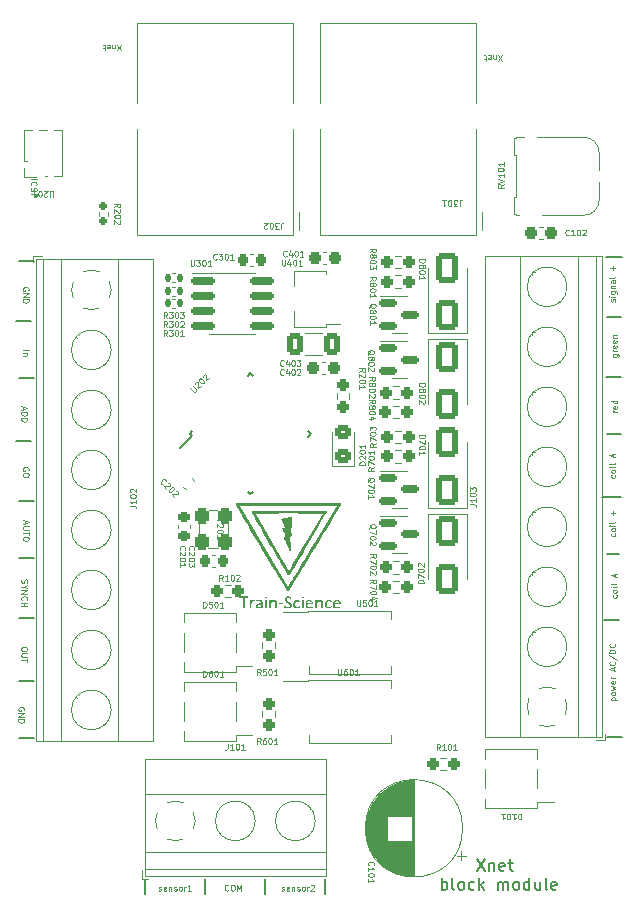
<source format=gbr>
%TF.GenerationSoftware,KiCad,Pcbnew,7.0.5*%
%TF.CreationDate,2023-08-26T13:13:14+02:00*%
%TF.ProjectId,XnetBlockUnit,586e6574-426c-46f6-936b-556e69742e6b,rev?*%
%TF.SameCoordinates,Original*%
%TF.FileFunction,Legend,Top*%
%TF.FilePolarity,Positive*%
%FSLAX46Y46*%
G04 Gerber Fmt 4.6, Leading zero omitted, Abs format (unit mm)*
G04 Created by KiCad (PCBNEW 7.0.5) date 2023-08-26 13:13:14*
%MOMM*%
%LPD*%
G01*
G04 APERTURE LIST*
G04 Aperture macros list*
%AMRoundRect*
0 Rectangle with rounded corners*
0 $1 Rounding radius*
0 $2 $3 $4 $5 $6 $7 $8 $9 X,Y pos of 4 corners*
0 Add a 4 corners polygon primitive as box body*
4,1,4,$2,$3,$4,$5,$6,$7,$8,$9,$2,$3,0*
0 Add four circle primitives for the rounded corners*
1,1,$1+$1,$2,$3*
1,1,$1+$1,$4,$5*
1,1,$1+$1,$6,$7*
1,1,$1+$1,$8,$9*
0 Add four rect primitives between the rounded corners*
20,1,$1+$1,$2,$3,$4,$5,0*
20,1,$1+$1,$4,$5,$6,$7,0*
20,1,$1+$1,$6,$7,$8,$9,0*
20,1,$1+$1,$8,$9,$2,$3,0*%
%AMRotRect*
0 Rectangle, with rotation*
0 The origin of the aperture is its center*
0 $1 length*
0 $2 width*
0 $3 Rotation angle, in degrees counterclockwise*
0 Add horizontal line*
21,1,$1,$2,0,0,$3*%
%AMFreePoly0*
4,1,9,3.862500,-0.866500,0.737500,-0.866500,0.737500,-0.450000,-0.737500,-0.450000,-0.737500,0.450000,0.737500,0.450000,0.737500,0.866500,3.862500,0.866500,3.862500,-0.866500,3.862500,-0.866500,$1*%
G04 Aperture macros list end*
%ADD10C,0.150000*%
%ADD11C,0.075000*%
%ADD12C,0.120000*%
%ADD13C,0.100000*%
%ADD14RoundRect,0.237500X-0.250000X-0.237500X0.250000X-0.237500X0.250000X0.237500X-0.250000X0.237500X0*%
%ADD15RotRect,1.600000X0.550000X45.000000*%
%ADD16RotRect,1.600000X0.550000X135.000000*%
%ADD17RoundRect,0.250000X-0.650000X1.000000X-0.650000X-1.000000X0.650000X-1.000000X0.650000X1.000000X0*%
%ADD18R,2.600000X2.600000*%
%ADD19C,2.600000*%
%ADD20RoundRect,0.250000X0.650000X-1.000000X0.650000X1.000000X-0.650000X1.000000X-0.650000X-1.000000X0*%
%ADD21R,1.500000X1.500000*%
%ADD22R,1.600000X1.600000*%
%ADD23C,1.600000*%
%ADD24RoundRect,0.150000X-0.587500X-0.150000X0.587500X-0.150000X0.587500X0.150000X-0.587500X0.150000X0*%
%ADD25RoundRect,0.300000X-0.300000X0.400000X-0.300000X-0.400000X0.300000X-0.400000X0.300000X0.400000X0*%
%ADD26RoundRect,0.237500X-0.300000X-0.237500X0.300000X-0.237500X0.300000X0.237500X-0.300000X0.237500X0*%
%ADD27RoundRect,0.225000X0.225000X0.250000X-0.225000X0.250000X-0.225000X-0.250000X0.225000X-0.250000X0*%
%ADD28R,1.000000X0.800000*%
%ADD29C,3.200000*%
%ADD30RoundRect,0.250000X0.412500X0.650000X-0.412500X0.650000X-0.412500X-0.650000X0.412500X-0.650000X0*%
%ADD31RoundRect,0.237500X0.300000X0.237500X-0.300000X0.237500X-0.300000X-0.237500X0.300000X-0.237500X0*%
%ADD32RoundRect,0.250000X0.450000X-0.325000X0.450000X0.325000X-0.450000X0.325000X-0.450000X-0.325000X0*%
%ADD33RoundRect,0.225000X0.250000X-0.225000X0.250000X0.225000X-0.250000X0.225000X-0.250000X-0.225000X0*%
%ADD34RoundRect,0.135000X-0.135000X-0.185000X0.135000X-0.185000X0.135000X0.185000X-0.135000X0.185000X0*%
%ADD35RoundRect,0.237500X0.250000X0.237500X-0.250000X0.237500X-0.250000X-0.237500X0.250000X-0.237500X0*%
%ADD36RoundRect,0.225000X-0.225000X-0.250000X0.225000X-0.250000X0.225000X0.250000X-0.225000X0.250000X0*%
%ADD37RoundRect,0.160000X-0.160000X0.197500X-0.160000X-0.197500X0.160000X-0.197500X0.160000X0.197500X0*%
%ADD38RoundRect,0.237500X0.237500X-0.250000X0.237500X0.250000X-0.237500X0.250000X-0.237500X-0.250000X0*%
%ADD39R,1.560000X1.560000*%
%ADD40C,1.560000*%
%ADD41RoundRect,0.237500X-0.237500X0.250000X-0.237500X-0.250000X0.237500X-0.250000X0.237500X0.250000X0*%
%ADD42RoundRect,0.150000X-0.825000X-0.150000X0.825000X-0.150000X0.825000X0.150000X-0.825000X0.150000X0*%
%ADD43RoundRect,0.237500X-0.380070X0.044194X0.044194X-0.380070X0.380070X-0.044194X-0.044194X0.380070X0*%
%ADD44R,1.000000X1.000000*%
%ADD45O,1.000000X1.000000*%
%ADD46C,3.250000*%
%ADD47R,1.520000X1.520000*%
%ADD48C,1.520000*%
%ADD49R,1.300000X0.900000*%
%ADD50FreePoly0,180.000000*%
G04 APERTURE END LIST*
D10*
X41656000Y-95504000D02*
X40386000Y-95504000D01*
X41656000Y-115824000D02*
X40386000Y-115824000D01*
X91313000Y-90297000D02*
X90170000Y-90297000D01*
X91313000Y-105537000D02*
X89750000Y-105537000D01*
X56134000Y-137922000D02*
X56134000Y-139192000D01*
X61214000Y-137922000D02*
X61214000Y-139192000D01*
X91313000Y-100203000D02*
X90170000Y-100203000D01*
X91313000Y-95377000D02*
X90043000Y-95377000D01*
X41402000Y-100838000D02*
X40132000Y-100838000D01*
X41656000Y-85598000D02*
X40386000Y-85598000D01*
X41656000Y-121158000D02*
X40386000Y-121158000D01*
X51054000Y-137922000D02*
X51054000Y-139192000D01*
X90043000Y-85217000D02*
X91440000Y-85217000D01*
X41656000Y-125984000D02*
X40386000Y-125984000D01*
X91186000Y-110363000D02*
X90170000Y-110363000D01*
X91440000Y-125857000D02*
X90170000Y-125857000D01*
X41656000Y-105918000D02*
X40386000Y-105918000D01*
X41402000Y-90678000D02*
X40132000Y-90678000D01*
X66294000Y-137922000D02*
X66294000Y-139192000D01*
X91186000Y-115951000D02*
X89916000Y-115951000D01*
X41656000Y-110744000D02*
X40386000Y-110744000D01*
D11*
X40720947Y-97934580D02*
X40720947Y-98172675D01*
X40578090Y-97886961D02*
X41078090Y-98053627D01*
X41078090Y-98053627D02*
X40578090Y-98220294D01*
X40578090Y-98386960D02*
X41078090Y-98386960D01*
X41078090Y-98386960D02*
X41078090Y-98506008D01*
X41078090Y-98506008D02*
X41054280Y-98577436D01*
X41054280Y-98577436D02*
X41006661Y-98625055D01*
X41006661Y-98625055D02*
X40959042Y-98648865D01*
X40959042Y-98648865D02*
X40863804Y-98672674D01*
X40863804Y-98672674D02*
X40792376Y-98672674D01*
X40792376Y-98672674D02*
X40697138Y-98648865D01*
X40697138Y-98648865D02*
X40649519Y-98625055D01*
X40649519Y-98625055D02*
X40601900Y-98577436D01*
X40601900Y-98577436D02*
X40578090Y-98506008D01*
X40578090Y-98506008D02*
X40578090Y-98386960D01*
X40578090Y-98886960D02*
X41078090Y-98886960D01*
X41078090Y-98886960D02*
X41078090Y-99006008D01*
X41078090Y-99006008D02*
X41054280Y-99077436D01*
X41054280Y-99077436D02*
X41006661Y-99125055D01*
X41006661Y-99125055D02*
X40959042Y-99148865D01*
X40959042Y-99148865D02*
X40863804Y-99172674D01*
X40863804Y-99172674D02*
X40792376Y-99172674D01*
X40792376Y-99172674D02*
X40697138Y-99148865D01*
X40697138Y-99148865D02*
X40649519Y-99125055D01*
X40649519Y-99125055D02*
X40601900Y-99077436D01*
X40601900Y-99077436D02*
X40578090Y-99006008D01*
X40578090Y-99006008D02*
X40578090Y-98886960D01*
X41181280Y-103300294D02*
X41205090Y-103252675D01*
X41205090Y-103252675D02*
X41205090Y-103181246D01*
X41205090Y-103181246D02*
X41181280Y-103109818D01*
X41181280Y-103109818D02*
X41133661Y-103062199D01*
X41133661Y-103062199D02*
X41086042Y-103038389D01*
X41086042Y-103038389D02*
X40990804Y-103014580D01*
X40990804Y-103014580D02*
X40919376Y-103014580D01*
X40919376Y-103014580D02*
X40824138Y-103038389D01*
X40824138Y-103038389D02*
X40776519Y-103062199D01*
X40776519Y-103062199D02*
X40728900Y-103109818D01*
X40728900Y-103109818D02*
X40705090Y-103181246D01*
X40705090Y-103181246D02*
X40705090Y-103228865D01*
X40705090Y-103228865D02*
X40728900Y-103300294D01*
X40728900Y-103300294D02*
X40752709Y-103324103D01*
X40752709Y-103324103D02*
X40919376Y-103324103D01*
X40919376Y-103324103D02*
X40919376Y-103228865D01*
X41205090Y-103633627D02*
X41205090Y-103728865D01*
X41205090Y-103728865D02*
X41181280Y-103776484D01*
X41181280Y-103776484D02*
X41133661Y-103824103D01*
X41133661Y-103824103D02*
X41038423Y-103847913D01*
X41038423Y-103847913D02*
X40871757Y-103847913D01*
X40871757Y-103847913D02*
X40776519Y-103824103D01*
X40776519Y-103824103D02*
X40728900Y-103776484D01*
X40728900Y-103776484D02*
X40705090Y-103728865D01*
X40705090Y-103728865D02*
X40705090Y-103633627D01*
X40705090Y-103633627D02*
X40728900Y-103586008D01*
X40728900Y-103586008D02*
X40776519Y-103538389D01*
X40776519Y-103538389D02*
X40871757Y-103514580D01*
X40871757Y-103514580D02*
X41038423Y-103514580D01*
X41038423Y-103514580D02*
X41133661Y-103538389D01*
X41133661Y-103538389D02*
X41181280Y-103586008D01*
X41181280Y-103586008D02*
X41205090Y-103633627D01*
X40601900Y-112539580D02*
X40578090Y-112611008D01*
X40578090Y-112611008D02*
X40578090Y-112730056D01*
X40578090Y-112730056D02*
X40601900Y-112777675D01*
X40601900Y-112777675D02*
X40625709Y-112801484D01*
X40625709Y-112801484D02*
X40673328Y-112825294D01*
X40673328Y-112825294D02*
X40720947Y-112825294D01*
X40720947Y-112825294D02*
X40768566Y-112801484D01*
X40768566Y-112801484D02*
X40792376Y-112777675D01*
X40792376Y-112777675D02*
X40816185Y-112730056D01*
X40816185Y-112730056D02*
X40839995Y-112634818D01*
X40839995Y-112634818D02*
X40863804Y-112587199D01*
X40863804Y-112587199D02*
X40887614Y-112563389D01*
X40887614Y-112563389D02*
X40935233Y-112539580D01*
X40935233Y-112539580D02*
X40982852Y-112539580D01*
X40982852Y-112539580D02*
X41030471Y-112563389D01*
X41030471Y-112563389D02*
X41054280Y-112587199D01*
X41054280Y-112587199D02*
X41078090Y-112634818D01*
X41078090Y-112634818D02*
X41078090Y-112753865D01*
X41078090Y-112753865D02*
X41054280Y-112825294D01*
X40816185Y-113134817D02*
X40578090Y-113134817D01*
X41078090Y-112968151D02*
X40816185Y-113134817D01*
X40816185Y-113134817D02*
X41078090Y-113301484D01*
X40578090Y-113468150D02*
X41078090Y-113468150D01*
X41078090Y-113468150D02*
X40578090Y-113753864D01*
X40578090Y-113753864D02*
X41078090Y-113753864D01*
X40625709Y-114277674D02*
X40601900Y-114253865D01*
X40601900Y-114253865D02*
X40578090Y-114182436D01*
X40578090Y-114182436D02*
X40578090Y-114134817D01*
X40578090Y-114134817D02*
X40601900Y-114063389D01*
X40601900Y-114063389D02*
X40649519Y-114015770D01*
X40649519Y-114015770D02*
X40697138Y-113991960D01*
X40697138Y-113991960D02*
X40792376Y-113968151D01*
X40792376Y-113968151D02*
X40863804Y-113968151D01*
X40863804Y-113968151D02*
X40959042Y-113991960D01*
X40959042Y-113991960D02*
X41006661Y-114015770D01*
X41006661Y-114015770D02*
X41054280Y-114063389D01*
X41054280Y-114063389D02*
X41078090Y-114134817D01*
X41078090Y-114134817D02*
X41078090Y-114182436D01*
X41078090Y-114182436D02*
X41054280Y-114253865D01*
X41054280Y-114253865D02*
X41030471Y-114277674D01*
X40578090Y-114491960D02*
X41078090Y-114491960D01*
X40839995Y-114491960D02*
X40839995Y-114777674D01*
X40578090Y-114777674D02*
X41078090Y-114777674D01*
X41078090Y-118373627D02*
X41078090Y-118468865D01*
X41078090Y-118468865D02*
X41054280Y-118516484D01*
X41054280Y-118516484D02*
X41006661Y-118564103D01*
X41006661Y-118564103D02*
X40911423Y-118587913D01*
X40911423Y-118587913D02*
X40744757Y-118587913D01*
X40744757Y-118587913D02*
X40649519Y-118564103D01*
X40649519Y-118564103D02*
X40601900Y-118516484D01*
X40601900Y-118516484D02*
X40578090Y-118468865D01*
X40578090Y-118468865D02*
X40578090Y-118373627D01*
X40578090Y-118373627D02*
X40601900Y-118326008D01*
X40601900Y-118326008D02*
X40649519Y-118278389D01*
X40649519Y-118278389D02*
X40744757Y-118254580D01*
X40744757Y-118254580D02*
X40911423Y-118254580D01*
X40911423Y-118254580D02*
X41006661Y-118278389D01*
X41006661Y-118278389D02*
X41054280Y-118326008D01*
X41054280Y-118326008D02*
X41078090Y-118373627D01*
X41078090Y-118802199D02*
X40673328Y-118802199D01*
X40673328Y-118802199D02*
X40625709Y-118826009D01*
X40625709Y-118826009D02*
X40601900Y-118849818D01*
X40601900Y-118849818D02*
X40578090Y-118897437D01*
X40578090Y-118897437D02*
X40578090Y-118992675D01*
X40578090Y-118992675D02*
X40601900Y-119040294D01*
X40601900Y-119040294D02*
X40625709Y-119064104D01*
X40625709Y-119064104D02*
X40673328Y-119087913D01*
X40673328Y-119087913D02*
X41078090Y-119087913D01*
X41078090Y-119254581D02*
X41078090Y-119540295D01*
X40578090Y-119397438D02*
X41078090Y-119397438D01*
X90649576Y-93474324D02*
X91054338Y-93474324D01*
X91054338Y-93474324D02*
X91101957Y-93498134D01*
X91101957Y-93498134D02*
X91125766Y-93521943D01*
X91125766Y-93521943D02*
X91149576Y-93569562D01*
X91149576Y-93569562D02*
X91149576Y-93640991D01*
X91149576Y-93640991D02*
X91125766Y-93688610D01*
X90959100Y-93474324D02*
X90982909Y-93521943D01*
X90982909Y-93521943D02*
X90982909Y-93617181D01*
X90982909Y-93617181D02*
X90959100Y-93664800D01*
X90959100Y-93664800D02*
X90935290Y-93688610D01*
X90935290Y-93688610D02*
X90887671Y-93712419D01*
X90887671Y-93712419D02*
X90744814Y-93712419D01*
X90744814Y-93712419D02*
X90697195Y-93688610D01*
X90697195Y-93688610D02*
X90673385Y-93664800D01*
X90673385Y-93664800D02*
X90649576Y-93617181D01*
X90649576Y-93617181D02*
X90649576Y-93521943D01*
X90649576Y-93521943D02*
X90673385Y-93474324D01*
X90982909Y-93236229D02*
X90649576Y-93236229D01*
X90744814Y-93236229D02*
X90697195Y-93212419D01*
X90697195Y-93212419D02*
X90673385Y-93188610D01*
X90673385Y-93188610D02*
X90649576Y-93140991D01*
X90649576Y-93140991D02*
X90649576Y-93093372D01*
X90959100Y-92736229D02*
X90982909Y-92783848D01*
X90982909Y-92783848D02*
X90982909Y-92879086D01*
X90982909Y-92879086D02*
X90959100Y-92926705D01*
X90959100Y-92926705D02*
X90911480Y-92950514D01*
X90911480Y-92950514D02*
X90721004Y-92950514D01*
X90721004Y-92950514D02*
X90673385Y-92926705D01*
X90673385Y-92926705D02*
X90649576Y-92879086D01*
X90649576Y-92879086D02*
X90649576Y-92783848D01*
X90649576Y-92783848D02*
X90673385Y-92736229D01*
X90673385Y-92736229D02*
X90721004Y-92712419D01*
X90721004Y-92712419D02*
X90768623Y-92712419D01*
X90768623Y-92712419D02*
X90816242Y-92950514D01*
X90959100Y-92307658D02*
X90982909Y-92355277D01*
X90982909Y-92355277D02*
X90982909Y-92450515D01*
X90982909Y-92450515D02*
X90959100Y-92498134D01*
X90959100Y-92498134D02*
X90911480Y-92521943D01*
X90911480Y-92521943D02*
X90721004Y-92521943D01*
X90721004Y-92521943D02*
X90673385Y-92498134D01*
X90673385Y-92498134D02*
X90649576Y-92450515D01*
X90649576Y-92450515D02*
X90649576Y-92355277D01*
X90649576Y-92355277D02*
X90673385Y-92307658D01*
X90673385Y-92307658D02*
X90721004Y-92283848D01*
X90721004Y-92283848D02*
X90768623Y-92283848D01*
X90768623Y-92283848D02*
X90816242Y-92521943D01*
X90649576Y-92069563D02*
X90982909Y-92069563D01*
X90697195Y-92069563D02*
X90673385Y-92045753D01*
X90673385Y-92045753D02*
X90649576Y-91998134D01*
X90649576Y-91998134D02*
X90649576Y-91926706D01*
X90649576Y-91926706D02*
X90673385Y-91879087D01*
X90673385Y-91879087D02*
X90721004Y-91855277D01*
X90721004Y-91855277D02*
X90982909Y-91855277D01*
X49028229Y-67748090D02*
X48694896Y-67248090D01*
X48694896Y-67748090D02*
X49028229Y-67248090D01*
X48504420Y-67581423D02*
X48504420Y-67248090D01*
X48504420Y-67533804D02*
X48480610Y-67557614D01*
X48480610Y-67557614D02*
X48432991Y-67581423D01*
X48432991Y-67581423D02*
X48361563Y-67581423D01*
X48361563Y-67581423D02*
X48313944Y-67557614D01*
X48313944Y-67557614D02*
X48290134Y-67509995D01*
X48290134Y-67509995D02*
X48290134Y-67248090D01*
X47861563Y-67271900D02*
X47909182Y-67248090D01*
X47909182Y-67248090D02*
X48004420Y-67248090D01*
X48004420Y-67248090D02*
X48052039Y-67271900D01*
X48052039Y-67271900D02*
X48075848Y-67319519D01*
X48075848Y-67319519D02*
X48075848Y-67509995D01*
X48075848Y-67509995D02*
X48052039Y-67557614D01*
X48052039Y-67557614D02*
X48004420Y-67581423D01*
X48004420Y-67581423D02*
X47909182Y-67581423D01*
X47909182Y-67581423D02*
X47861563Y-67557614D01*
X47861563Y-67557614D02*
X47837753Y-67509995D01*
X47837753Y-67509995D02*
X47837753Y-67462376D01*
X47837753Y-67462376D02*
X48075848Y-67414757D01*
X47694896Y-67581423D02*
X47504420Y-67581423D01*
X47623468Y-67748090D02*
X47623468Y-67319519D01*
X47623468Y-67319519D02*
X47599658Y-67271900D01*
X47599658Y-67271900D02*
X47552039Y-67248090D01*
X47552039Y-67248090D02*
X47504420Y-67248090D01*
X91032909Y-98348610D02*
X90699576Y-98348610D01*
X90794814Y-98348610D02*
X90747195Y-98324800D01*
X90747195Y-98324800D02*
X90723385Y-98300991D01*
X90723385Y-98300991D02*
X90699576Y-98253372D01*
X90699576Y-98253372D02*
X90699576Y-98205753D01*
X91009100Y-97848610D02*
X91032909Y-97896229D01*
X91032909Y-97896229D02*
X91032909Y-97991467D01*
X91032909Y-97991467D02*
X91009100Y-98039086D01*
X91009100Y-98039086D02*
X90961480Y-98062895D01*
X90961480Y-98062895D02*
X90771004Y-98062895D01*
X90771004Y-98062895D02*
X90723385Y-98039086D01*
X90723385Y-98039086D02*
X90699576Y-97991467D01*
X90699576Y-97991467D02*
X90699576Y-97896229D01*
X90699576Y-97896229D02*
X90723385Y-97848610D01*
X90723385Y-97848610D02*
X90771004Y-97824800D01*
X90771004Y-97824800D02*
X90818623Y-97824800D01*
X90818623Y-97824800D02*
X90866242Y-98062895D01*
X91032909Y-97396229D02*
X90532909Y-97396229D01*
X91009100Y-97396229D02*
X91032909Y-97443848D01*
X91032909Y-97443848D02*
X91032909Y-97539086D01*
X91032909Y-97539086D02*
X91009100Y-97586705D01*
X91009100Y-97586705D02*
X90985290Y-97610515D01*
X90985290Y-97610515D02*
X90937671Y-97634324D01*
X90937671Y-97634324D02*
X90794814Y-97634324D01*
X90794814Y-97634324D02*
X90747195Y-97610515D01*
X90747195Y-97610515D02*
X90723385Y-97586705D01*
X90723385Y-97586705D02*
X90699576Y-97539086D01*
X90699576Y-97539086D02*
X90699576Y-97443848D01*
X90699576Y-97443848D02*
X90723385Y-97396229D01*
X41181280Y-88060294D02*
X41205090Y-88012675D01*
X41205090Y-88012675D02*
X41205090Y-87941246D01*
X41205090Y-87941246D02*
X41181280Y-87869818D01*
X41181280Y-87869818D02*
X41133661Y-87822199D01*
X41133661Y-87822199D02*
X41086042Y-87798389D01*
X41086042Y-87798389D02*
X40990804Y-87774580D01*
X40990804Y-87774580D02*
X40919376Y-87774580D01*
X40919376Y-87774580D02*
X40824138Y-87798389D01*
X40824138Y-87798389D02*
X40776519Y-87822199D01*
X40776519Y-87822199D02*
X40728900Y-87869818D01*
X40728900Y-87869818D02*
X40705090Y-87941246D01*
X40705090Y-87941246D02*
X40705090Y-87988865D01*
X40705090Y-87988865D02*
X40728900Y-88060294D01*
X40728900Y-88060294D02*
X40752709Y-88084103D01*
X40752709Y-88084103D02*
X40919376Y-88084103D01*
X40919376Y-88084103D02*
X40919376Y-87988865D01*
X40705090Y-88298389D02*
X41205090Y-88298389D01*
X41205090Y-88298389D02*
X40705090Y-88584103D01*
X40705090Y-88584103D02*
X41205090Y-88584103D01*
X40705090Y-88822199D02*
X41205090Y-88822199D01*
X41205090Y-88822199D02*
X41205090Y-88941247D01*
X41205090Y-88941247D02*
X41181280Y-89012675D01*
X41181280Y-89012675D02*
X41133661Y-89060294D01*
X41133661Y-89060294D02*
X41086042Y-89084104D01*
X41086042Y-89084104D02*
X40990804Y-89107913D01*
X40990804Y-89107913D02*
X40919376Y-89107913D01*
X40919376Y-89107913D02*
X40824138Y-89084104D01*
X40824138Y-89084104D02*
X40776519Y-89060294D01*
X40776519Y-89060294D02*
X40728900Y-89012675D01*
X40728900Y-89012675D02*
X40705090Y-88941247D01*
X40705090Y-88941247D02*
X40705090Y-88822199D01*
X41373090Y-78652389D02*
X41873090Y-78652389D01*
X41420709Y-79176198D02*
X41396900Y-79152389D01*
X41396900Y-79152389D02*
X41373090Y-79080960D01*
X41373090Y-79080960D02*
X41373090Y-79033341D01*
X41373090Y-79033341D02*
X41396900Y-78961913D01*
X41396900Y-78961913D02*
X41444519Y-78914294D01*
X41444519Y-78914294D02*
X41492138Y-78890484D01*
X41492138Y-78890484D02*
X41587376Y-78866675D01*
X41587376Y-78866675D02*
X41658804Y-78866675D01*
X41658804Y-78866675D02*
X41754042Y-78890484D01*
X41754042Y-78890484D02*
X41801661Y-78914294D01*
X41801661Y-78914294D02*
X41849280Y-78961913D01*
X41849280Y-78961913D02*
X41873090Y-79033341D01*
X41873090Y-79033341D02*
X41873090Y-79080960D01*
X41873090Y-79080960D02*
X41849280Y-79152389D01*
X41849280Y-79152389D02*
X41825471Y-79176198D01*
X41396900Y-79366675D02*
X41373090Y-79438103D01*
X41373090Y-79438103D02*
X41373090Y-79557151D01*
X41373090Y-79557151D02*
X41396900Y-79604770D01*
X41396900Y-79604770D02*
X41420709Y-79628579D01*
X41420709Y-79628579D02*
X41468328Y-79652389D01*
X41468328Y-79652389D02*
X41515947Y-79652389D01*
X41515947Y-79652389D02*
X41563566Y-79628579D01*
X41563566Y-79628579D02*
X41587376Y-79604770D01*
X41587376Y-79604770D02*
X41611185Y-79557151D01*
X41611185Y-79557151D02*
X41634995Y-79461913D01*
X41634995Y-79461913D02*
X41658804Y-79414294D01*
X41658804Y-79414294D02*
X41682614Y-79390484D01*
X41682614Y-79390484D02*
X41730233Y-79366675D01*
X41730233Y-79366675D02*
X41777852Y-79366675D01*
X41777852Y-79366675D02*
X41825471Y-79390484D01*
X41825471Y-79390484D02*
X41849280Y-79414294D01*
X41849280Y-79414294D02*
X41873090Y-79461913D01*
X41873090Y-79461913D02*
X41873090Y-79580960D01*
X41873090Y-79580960D02*
X41849280Y-79652389D01*
X41373090Y-79866674D02*
X41873090Y-79866674D01*
X41873090Y-79866674D02*
X41873090Y-80057150D01*
X41873090Y-80057150D02*
X41849280Y-80104769D01*
X41849280Y-80104769D02*
X41825471Y-80128579D01*
X41825471Y-80128579D02*
X41777852Y-80152388D01*
X41777852Y-80152388D02*
X41706423Y-80152388D01*
X41706423Y-80152388D02*
X41658804Y-80128579D01*
X41658804Y-80128579D02*
X41634995Y-80104769D01*
X41634995Y-80104769D02*
X41611185Y-80057150D01*
X41611185Y-80057150D02*
X41611185Y-79866674D01*
X90831100Y-103684324D02*
X90854909Y-103731943D01*
X90854909Y-103731943D02*
X90854909Y-103827181D01*
X90854909Y-103827181D02*
X90831100Y-103874800D01*
X90831100Y-103874800D02*
X90807290Y-103898610D01*
X90807290Y-103898610D02*
X90759671Y-103922419D01*
X90759671Y-103922419D02*
X90616814Y-103922419D01*
X90616814Y-103922419D02*
X90569195Y-103898610D01*
X90569195Y-103898610D02*
X90545385Y-103874800D01*
X90545385Y-103874800D02*
X90521576Y-103827181D01*
X90521576Y-103827181D02*
X90521576Y-103731943D01*
X90521576Y-103731943D02*
X90545385Y-103684324D01*
X90854909Y-103398610D02*
X90831100Y-103446229D01*
X90831100Y-103446229D02*
X90807290Y-103470039D01*
X90807290Y-103470039D02*
X90759671Y-103493848D01*
X90759671Y-103493848D02*
X90616814Y-103493848D01*
X90616814Y-103493848D02*
X90569195Y-103470039D01*
X90569195Y-103470039D02*
X90545385Y-103446229D01*
X90545385Y-103446229D02*
X90521576Y-103398610D01*
X90521576Y-103398610D02*
X90521576Y-103327182D01*
X90521576Y-103327182D02*
X90545385Y-103279563D01*
X90545385Y-103279563D02*
X90569195Y-103255753D01*
X90569195Y-103255753D02*
X90616814Y-103231944D01*
X90616814Y-103231944D02*
X90759671Y-103231944D01*
X90759671Y-103231944D02*
X90807290Y-103255753D01*
X90807290Y-103255753D02*
X90831100Y-103279563D01*
X90831100Y-103279563D02*
X90854909Y-103327182D01*
X90854909Y-103327182D02*
X90854909Y-103398610D01*
X90854909Y-103017658D02*
X90521576Y-103017658D01*
X90354909Y-103017658D02*
X90378719Y-103041467D01*
X90378719Y-103041467D02*
X90402528Y-103017658D01*
X90402528Y-103017658D02*
X90378719Y-102993848D01*
X90378719Y-102993848D02*
X90354909Y-103017658D01*
X90354909Y-103017658D02*
X90402528Y-103017658D01*
X90854909Y-102708134D02*
X90831100Y-102755753D01*
X90831100Y-102755753D02*
X90783480Y-102779563D01*
X90783480Y-102779563D02*
X90354909Y-102779563D01*
X90712052Y-102160515D02*
X90712052Y-101922420D01*
X90854909Y-102208134D02*
X90354909Y-102041468D01*
X90354909Y-102041468D02*
X90854909Y-101874801D01*
X58112103Y-138825290D02*
X58088294Y-138849100D01*
X58088294Y-138849100D02*
X58016865Y-138872909D01*
X58016865Y-138872909D02*
X57969246Y-138872909D01*
X57969246Y-138872909D02*
X57897818Y-138849100D01*
X57897818Y-138849100D02*
X57850199Y-138801480D01*
X57850199Y-138801480D02*
X57826389Y-138753861D01*
X57826389Y-138753861D02*
X57802580Y-138658623D01*
X57802580Y-138658623D02*
X57802580Y-138587195D01*
X57802580Y-138587195D02*
X57826389Y-138491957D01*
X57826389Y-138491957D02*
X57850199Y-138444338D01*
X57850199Y-138444338D02*
X57897818Y-138396719D01*
X57897818Y-138396719D02*
X57969246Y-138372909D01*
X57969246Y-138372909D02*
X58016865Y-138372909D01*
X58016865Y-138372909D02*
X58088294Y-138396719D01*
X58088294Y-138396719D02*
X58112103Y-138420528D01*
X58421627Y-138372909D02*
X58516865Y-138372909D01*
X58516865Y-138372909D02*
X58564484Y-138396719D01*
X58564484Y-138396719D02*
X58612103Y-138444338D01*
X58612103Y-138444338D02*
X58635913Y-138539576D01*
X58635913Y-138539576D02*
X58635913Y-138706242D01*
X58635913Y-138706242D02*
X58612103Y-138801480D01*
X58612103Y-138801480D02*
X58564484Y-138849100D01*
X58564484Y-138849100D02*
X58516865Y-138872909D01*
X58516865Y-138872909D02*
X58421627Y-138872909D01*
X58421627Y-138872909D02*
X58374008Y-138849100D01*
X58374008Y-138849100D02*
X58326389Y-138801480D01*
X58326389Y-138801480D02*
X58302580Y-138706242D01*
X58302580Y-138706242D02*
X58302580Y-138539576D01*
X58302580Y-138539576D02*
X58326389Y-138444338D01*
X58326389Y-138444338D02*
X58374008Y-138396719D01*
X58374008Y-138396719D02*
X58421627Y-138372909D01*
X58850199Y-138872909D02*
X58850199Y-138372909D01*
X58850199Y-138372909D02*
X59016866Y-138730052D01*
X59016866Y-138730052D02*
X59183532Y-138372909D01*
X59183532Y-138372909D02*
X59183532Y-138872909D01*
X52214580Y-138849100D02*
X52262199Y-138872909D01*
X52262199Y-138872909D02*
X52357437Y-138872909D01*
X52357437Y-138872909D02*
X52405056Y-138849100D01*
X52405056Y-138849100D02*
X52428865Y-138801480D01*
X52428865Y-138801480D02*
X52428865Y-138777671D01*
X52428865Y-138777671D02*
X52405056Y-138730052D01*
X52405056Y-138730052D02*
X52357437Y-138706242D01*
X52357437Y-138706242D02*
X52286008Y-138706242D01*
X52286008Y-138706242D02*
X52238389Y-138682433D01*
X52238389Y-138682433D02*
X52214580Y-138634814D01*
X52214580Y-138634814D02*
X52214580Y-138611004D01*
X52214580Y-138611004D02*
X52238389Y-138563385D01*
X52238389Y-138563385D02*
X52286008Y-138539576D01*
X52286008Y-138539576D02*
X52357437Y-138539576D01*
X52357437Y-138539576D02*
X52405056Y-138563385D01*
X52833627Y-138849100D02*
X52786008Y-138872909D01*
X52786008Y-138872909D02*
X52690770Y-138872909D01*
X52690770Y-138872909D02*
X52643151Y-138849100D01*
X52643151Y-138849100D02*
X52619342Y-138801480D01*
X52619342Y-138801480D02*
X52619342Y-138611004D01*
X52619342Y-138611004D02*
X52643151Y-138563385D01*
X52643151Y-138563385D02*
X52690770Y-138539576D01*
X52690770Y-138539576D02*
X52786008Y-138539576D01*
X52786008Y-138539576D02*
X52833627Y-138563385D01*
X52833627Y-138563385D02*
X52857437Y-138611004D01*
X52857437Y-138611004D02*
X52857437Y-138658623D01*
X52857437Y-138658623D02*
X52619342Y-138706242D01*
X53071722Y-138539576D02*
X53071722Y-138872909D01*
X53071722Y-138587195D02*
X53095532Y-138563385D01*
X53095532Y-138563385D02*
X53143151Y-138539576D01*
X53143151Y-138539576D02*
X53214579Y-138539576D01*
X53214579Y-138539576D02*
X53262198Y-138563385D01*
X53262198Y-138563385D02*
X53286008Y-138611004D01*
X53286008Y-138611004D02*
X53286008Y-138872909D01*
X53500294Y-138849100D02*
X53547913Y-138872909D01*
X53547913Y-138872909D02*
X53643151Y-138872909D01*
X53643151Y-138872909D02*
X53690770Y-138849100D01*
X53690770Y-138849100D02*
X53714579Y-138801480D01*
X53714579Y-138801480D02*
X53714579Y-138777671D01*
X53714579Y-138777671D02*
X53690770Y-138730052D01*
X53690770Y-138730052D02*
X53643151Y-138706242D01*
X53643151Y-138706242D02*
X53571722Y-138706242D01*
X53571722Y-138706242D02*
X53524103Y-138682433D01*
X53524103Y-138682433D02*
X53500294Y-138634814D01*
X53500294Y-138634814D02*
X53500294Y-138611004D01*
X53500294Y-138611004D02*
X53524103Y-138563385D01*
X53524103Y-138563385D02*
X53571722Y-138539576D01*
X53571722Y-138539576D02*
X53643151Y-138539576D01*
X53643151Y-138539576D02*
X53690770Y-138563385D01*
X54000294Y-138872909D02*
X53952675Y-138849100D01*
X53952675Y-138849100D02*
X53928865Y-138825290D01*
X53928865Y-138825290D02*
X53905056Y-138777671D01*
X53905056Y-138777671D02*
X53905056Y-138634814D01*
X53905056Y-138634814D02*
X53928865Y-138587195D01*
X53928865Y-138587195D02*
X53952675Y-138563385D01*
X53952675Y-138563385D02*
X54000294Y-138539576D01*
X54000294Y-138539576D02*
X54071722Y-138539576D01*
X54071722Y-138539576D02*
X54119341Y-138563385D01*
X54119341Y-138563385D02*
X54143151Y-138587195D01*
X54143151Y-138587195D02*
X54166960Y-138634814D01*
X54166960Y-138634814D02*
X54166960Y-138777671D01*
X54166960Y-138777671D02*
X54143151Y-138825290D01*
X54143151Y-138825290D02*
X54119341Y-138849100D01*
X54119341Y-138849100D02*
X54071722Y-138872909D01*
X54071722Y-138872909D02*
X54000294Y-138872909D01*
X54381246Y-138872909D02*
X54381246Y-138539576D01*
X54381246Y-138634814D02*
X54405056Y-138587195D01*
X54405056Y-138587195D02*
X54428865Y-138563385D01*
X54428865Y-138563385D02*
X54476484Y-138539576D01*
X54476484Y-138539576D02*
X54524103Y-138539576D01*
X54952675Y-138872909D02*
X54666961Y-138872909D01*
X54809818Y-138872909D02*
X54809818Y-138372909D01*
X54809818Y-138372909D02*
X54762199Y-138444338D01*
X54762199Y-138444338D02*
X54714580Y-138491957D01*
X54714580Y-138491957D02*
X54666961Y-138515766D01*
X81286229Y-68637090D02*
X80952896Y-68137090D01*
X80952896Y-68637090D02*
X81286229Y-68137090D01*
X80762420Y-68470423D02*
X80762420Y-68137090D01*
X80762420Y-68422804D02*
X80738610Y-68446614D01*
X80738610Y-68446614D02*
X80690991Y-68470423D01*
X80690991Y-68470423D02*
X80619563Y-68470423D01*
X80619563Y-68470423D02*
X80571944Y-68446614D01*
X80571944Y-68446614D02*
X80548134Y-68398995D01*
X80548134Y-68398995D02*
X80548134Y-68137090D01*
X80119563Y-68160900D02*
X80167182Y-68137090D01*
X80167182Y-68137090D02*
X80262420Y-68137090D01*
X80262420Y-68137090D02*
X80310039Y-68160900D01*
X80310039Y-68160900D02*
X80333848Y-68208519D01*
X80333848Y-68208519D02*
X80333848Y-68398995D01*
X80333848Y-68398995D02*
X80310039Y-68446614D01*
X80310039Y-68446614D02*
X80262420Y-68470423D01*
X80262420Y-68470423D02*
X80167182Y-68470423D01*
X80167182Y-68470423D02*
X80119563Y-68446614D01*
X80119563Y-68446614D02*
X80095753Y-68398995D01*
X80095753Y-68398995D02*
X80095753Y-68351376D01*
X80095753Y-68351376D02*
X80333848Y-68303757D01*
X79952896Y-68470423D02*
X79762420Y-68470423D01*
X79881468Y-68637090D02*
X79881468Y-68208519D01*
X79881468Y-68208519D02*
X79857658Y-68160900D01*
X79857658Y-68160900D02*
X79810039Y-68137090D01*
X79810039Y-68137090D02*
X79762420Y-68137090D01*
X90831100Y-108637324D02*
X90854909Y-108684943D01*
X90854909Y-108684943D02*
X90854909Y-108780181D01*
X90854909Y-108780181D02*
X90831100Y-108827800D01*
X90831100Y-108827800D02*
X90807290Y-108851610D01*
X90807290Y-108851610D02*
X90759671Y-108875419D01*
X90759671Y-108875419D02*
X90616814Y-108875419D01*
X90616814Y-108875419D02*
X90569195Y-108851610D01*
X90569195Y-108851610D02*
X90545385Y-108827800D01*
X90545385Y-108827800D02*
X90521576Y-108780181D01*
X90521576Y-108780181D02*
X90521576Y-108684943D01*
X90521576Y-108684943D02*
X90545385Y-108637324D01*
X90854909Y-108351610D02*
X90831100Y-108399229D01*
X90831100Y-108399229D02*
X90807290Y-108423039D01*
X90807290Y-108423039D02*
X90759671Y-108446848D01*
X90759671Y-108446848D02*
X90616814Y-108446848D01*
X90616814Y-108446848D02*
X90569195Y-108423039D01*
X90569195Y-108423039D02*
X90545385Y-108399229D01*
X90545385Y-108399229D02*
X90521576Y-108351610D01*
X90521576Y-108351610D02*
X90521576Y-108280182D01*
X90521576Y-108280182D02*
X90545385Y-108232563D01*
X90545385Y-108232563D02*
X90569195Y-108208753D01*
X90569195Y-108208753D02*
X90616814Y-108184944D01*
X90616814Y-108184944D02*
X90759671Y-108184944D01*
X90759671Y-108184944D02*
X90807290Y-108208753D01*
X90807290Y-108208753D02*
X90831100Y-108232563D01*
X90831100Y-108232563D02*
X90854909Y-108280182D01*
X90854909Y-108280182D02*
X90854909Y-108351610D01*
X90854909Y-107970658D02*
X90521576Y-107970658D01*
X90354909Y-107970658D02*
X90378719Y-107994467D01*
X90378719Y-107994467D02*
X90402528Y-107970658D01*
X90402528Y-107970658D02*
X90378719Y-107946848D01*
X90378719Y-107946848D02*
X90354909Y-107970658D01*
X90354909Y-107970658D02*
X90402528Y-107970658D01*
X90854909Y-107661134D02*
X90831100Y-107708753D01*
X90831100Y-107708753D02*
X90783480Y-107732563D01*
X90783480Y-107732563D02*
X90354909Y-107732563D01*
X90664433Y-107089706D02*
X90664433Y-106708754D01*
X90854909Y-106899230D02*
X90473957Y-106899230D01*
X90801100Y-89009419D02*
X90824909Y-88961800D01*
X90824909Y-88961800D02*
X90824909Y-88866562D01*
X90824909Y-88866562D02*
X90801100Y-88818943D01*
X90801100Y-88818943D02*
X90753480Y-88795134D01*
X90753480Y-88795134D02*
X90729671Y-88795134D01*
X90729671Y-88795134D02*
X90682052Y-88818943D01*
X90682052Y-88818943D02*
X90658242Y-88866562D01*
X90658242Y-88866562D02*
X90658242Y-88937991D01*
X90658242Y-88937991D02*
X90634433Y-88985610D01*
X90634433Y-88985610D02*
X90586814Y-89009419D01*
X90586814Y-89009419D02*
X90563004Y-89009419D01*
X90563004Y-89009419D02*
X90515385Y-88985610D01*
X90515385Y-88985610D02*
X90491576Y-88937991D01*
X90491576Y-88937991D02*
X90491576Y-88866562D01*
X90491576Y-88866562D02*
X90515385Y-88818943D01*
X90824909Y-88580848D02*
X90491576Y-88580848D01*
X90324909Y-88580848D02*
X90348719Y-88604657D01*
X90348719Y-88604657D02*
X90372528Y-88580848D01*
X90372528Y-88580848D02*
X90348719Y-88557038D01*
X90348719Y-88557038D02*
X90324909Y-88580848D01*
X90324909Y-88580848D02*
X90372528Y-88580848D01*
X90491576Y-88128467D02*
X90896338Y-88128467D01*
X90896338Y-88128467D02*
X90943957Y-88152277D01*
X90943957Y-88152277D02*
X90967766Y-88176086D01*
X90967766Y-88176086D02*
X90991576Y-88223705D01*
X90991576Y-88223705D02*
X90991576Y-88295134D01*
X90991576Y-88295134D02*
X90967766Y-88342753D01*
X90801100Y-88128467D02*
X90824909Y-88176086D01*
X90824909Y-88176086D02*
X90824909Y-88271324D01*
X90824909Y-88271324D02*
X90801100Y-88318943D01*
X90801100Y-88318943D02*
X90777290Y-88342753D01*
X90777290Y-88342753D02*
X90729671Y-88366562D01*
X90729671Y-88366562D02*
X90586814Y-88366562D01*
X90586814Y-88366562D02*
X90539195Y-88342753D01*
X90539195Y-88342753D02*
X90515385Y-88318943D01*
X90515385Y-88318943D02*
X90491576Y-88271324D01*
X90491576Y-88271324D02*
X90491576Y-88176086D01*
X90491576Y-88176086D02*
X90515385Y-88128467D01*
X90491576Y-87890372D02*
X90824909Y-87890372D01*
X90539195Y-87890372D02*
X90515385Y-87866562D01*
X90515385Y-87866562D02*
X90491576Y-87818943D01*
X90491576Y-87818943D02*
X90491576Y-87747515D01*
X90491576Y-87747515D02*
X90515385Y-87699896D01*
X90515385Y-87699896D02*
X90563004Y-87676086D01*
X90563004Y-87676086D02*
X90824909Y-87676086D01*
X90824909Y-87223705D02*
X90563004Y-87223705D01*
X90563004Y-87223705D02*
X90515385Y-87247515D01*
X90515385Y-87247515D02*
X90491576Y-87295134D01*
X90491576Y-87295134D02*
X90491576Y-87390372D01*
X90491576Y-87390372D02*
X90515385Y-87437991D01*
X90801100Y-87223705D02*
X90824909Y-87271324D01*
X90824909Y-87271324D02*
X90824909Y-87390372D01*
X90824909Y-87390372D02*
X90801100Y-87437991D01*
X90801100Y-87437991D02*
X90753480Y-87461800D01*
X90753480Y-87461800D02*
X90705861Y-87461800D01*
X90705861Y-87461800D02*
X90658242Y-87437991D01*
X90658242Y-87437991D02*
X90634433Y-87390372D01*
X90634433Y-87390372D02*
X90634433Y-87271324D01*
X90634433Y-87271324D02*
X90610623Y-87223705D01*
X90824909Y-86914181D02*
X90801100Y-86961800D01*
X90801100Y-86961800D02*
X90753480Y-86985610D01*
X90753480Y-86985610D02*
X90324909Y-86985610D01*
X90634433Y-86342753D02*
X90634433Y-85961801D01*
X90824909Y-86152277D02*
X90443957Y-86152277D01*
X40847947Y-107586580D02*
X40847947Y-107824675D01*
X40705090Y-107538961D02*
X41205090Y-107705627D01*
X41205090Y-107705627D02*
X40705090Y-107872294D01*
X41205090Y-108038960D02*
X40800328Y-108038960D01*
X40800328Y-108038960D02*
X40752709Y-108062770D01*
X40752709Y-108062770D02*
X40728900Y-108086579D01*
X40728900Y-108086579D02*
X40705090Y-108134198D01*
X40705090Y-108134198D02*
X40705090Y-108229436D01*
X40705090Y-108229436D02*
X40728900Y-108277055D01*
X40728900Y-108277055D02*
X40752709Y-108300865D01*
X40752709Y-108300865D02*
X40800328Y-108324674D01*
X40800328Y-108324674D02*
X41205090Y-108324674D01*
X41205090Y-108491342D02*
X41205090Y-108777056D01*
X40705090Y-108634199D02*
X41205090Y-108634199D01*
X41205090Y-109038960D02*
X41205090Y-109134198D01*
X41205090Y-109134198D02*
X41181280Y-109181817D01*
X41181280Y-109181817D02*
X41133661Y-109229436D01*
X41133661Y-109229436D02*
X41038423Y-109253246D01*
X41038423Y-109253246D02*
X40871757Y-109253246D01*
X40871757Y-109253246D02*
X40776519Y-109229436D01*
X40776519Y-109229436D02*
X40728900Y-109181817D01*
X40728900Y-109181817D02*
X40705090Y-109134198D01*
X40705090Y-109134198D02*
X40705090Y-109038960D01*
X40705090Y-109038960D02*
X40728900Y-108991341D01*
X40728900Y-108991341D02*
X40776519Y-108943722D01*
X40776519Y-108943722D02*
X40871757Y-108919913D01*
X40871757Y-108919913D02*
X41038423Y-108919913D01*
X41038423Y-108919913D02*
X41133661Y-108943722D01*
X41133661Y-108943722D02*
X41181280Y-108991341D01*
X41181280Y-108991341D02*
X41205090Y-109038960D01*
X90533576Y-122767610D02*
X91033576Y-122767610D01*
X90557385Y-122767610D02*
X90533576Y-122719991D01*
X90533576Y-122719991D02*
X90533576Y-122624753D01*
X90533576Y-122624753D02*
X90557385Y-122577134D01*
X90557385Y-122577134D02*
X90581195Y-122553324D01*
X90581195Y-122553324D02*
X90628814Y-122529515D01*
X90628814Y-122529515D02*
X90771671Y-122529515D01*
X90771671Y-122529515D02*
X90819290Y-122553324D01*
X90819290Y-122553324D02*
X90843100Y-122577134D01*
X90843100Y-122577134D02*
X90866909Y-122624753D01*
X90866909Y-122624753D02*
X90866909Y-122719991D01*
X90866909Y-122719991D02*
X90843100Y-122767610D01*
X90866909Y-122243800D02*
X90843100Y-122291419D01*
X90843100Y-122291419D02*
X90819290Y-122315229D01*
X90819290Y-122315229D02*
X90771671Y-122339038D01*
X90771671Y-122339038D02*
X90628814Y-122339038D01*
X90628814Y-122339038D02*
X90581195Y-122315229D01*
X90581195Y-122315229D02*
X90557385Y-122291419D01*
X90557385Y-122291419D02*
X90533576Y-122243800D01*
X90533576Y-122243800D02*
X90533576Y-122172372D01*
X90533576Y-122172372D02*
X90557385Y-122124753D01*
X90557385Y-122124753D02*
X90581195Y-122100943D01*
X90581195Y-122100943D02*
X90628814Y-122077134D01*
X90628814Y-122077134D02*
X90771671Y-122077134D01*
X90771671Y-122077134D02*
X90819290Y-122100943D01*
X90819290Y-122100943D02*
X90843100Y-122124753D01*
X90843100Y-122124753D02*
X90866909Y-122172372D01*
X90866909Y-122172372D02*
X90866909Y-122243800D01*
X90533576Y-121910467D02*
X90866909Y-121815229D01*
X90866909Y-121815229D02*
X90628814Y-121719991D01*
X90628814Y-121719991D02*
X90866909Y-121624753D01*
X90866909Y-121624753D02*
X90533576Y-121529515D01*
X90843100Y-121148562D02*
X90866909Y-121196181D01*
X90866909Y-121196181D02*
X90866909Y-121291419D01*
X90866909Y-121291419D02*
X90843100Y-121339038D01*
X90843100Y-121339038D02*
X90795480Y-121362847D01*
X90795480Y-121362847D02*
X90605004Y-121362847D01*
X90605004Y-121362847D02*
X90557385Y-121339038D01*
X90557385Y-121339038D02*
X90533576Y-121291419D01*
X90533576Y-121291419D02*
X90533576Y-121196181D01*
X90533576Y-121196181D02*
X90557385Y-121148562D01*
X90557385Y-121148562D02*
X90605004Y-121124752D01*
X90605004Y-121124752D02*
X90652623Y-121124752D01*
X90652623Y-121124752D02*
X90700242Y-121362847D01*
X90866909Y-120910467D02*
X90533576Y-120910467D01*
X90628814Y-120910467D02*
X90581195Y-120886657D01*
X90581195Y-120886657D02*
X90557385Y-120862848D01*
X90557385Y-120862848D02*
X90533576Y-120815229D01*
X90533576Y-120815229D02*
X90533576Y-120767610D01*
X90724052Y-120243800D02*
X90724052Y-120005705D01*
X90866909Y-120291419D02*
X90366909Y-120124753D01*
X90366909Y-120124753D02*
X90866909Y-119958086D01*
X90819290Y-119505706D02*
X90843100Y-119529515D01*
X90843100Y-119529515D02*
X90866909Y-119600944D01*
X90866909Y-119600944D02*
X90866909Y-119648563D01*
X90866909Y-119648563D02*
X90843100Y-119719991D01*
X90843100Y-119719991D02*
X90795480Y-119767610D01*
X90795480Y-119767610D02*
X90747861Y-119791420D01*
X90747861Y-119791420D02*
X90652623Y-119815229D01*
X90652623Y-119815229D02*
X90581195Y-119815229D01*
X90581195Y-119815229D02*
X90485957Y-119791420D01*
X90485957Y-119791420D02*
X90438338Y-119767610D01*
X90438338Y-119767610D02*
X90390719Y-119719991D01*
X90390719Y-119719991D02*
X90366909Y-119648563D01*
X90366909Y-119648563D02*
X90366909Y-119600944D01*
X90366909Y-119600944D02*
X90390719Y-119529515D01*
X90390719Y-119529515D02*
X90414528Y-119505706D01*
X90343100Y-118934277D02*
X90985957Y-119362848D01*
X90866909Y-118767610D02*
X90366909Y-118767610D01*
X90366909Y-118767610D02*
X90366909Y-118648562D01*
X90366909Y-118648562D02*
X90390719Y-118577134D01*
X90390719Y-118577134D02*
X90438338Y-118529515D01*
X90438338Y-118529515D02*
X90485957Y-118505705D01*
X90485957Y-118505705D02*
X90581195Y-118481896D01*
X90581195Y-118481896D02*
X90652623Y-118481896D01*
X90652623Y-118481896D02*
X90747861Y-118505705D01*
X90747861Y-118505705D02*
X90795480Y-118529515D01*
X90795480Y-118529515D02*
X90843100Y-118577134D01*
X90843100Y-118577134D02*
X90866909Y-118648562D01*
X90866909Y-118648562D02*
X90866909Y-118767610D01*
X90819290Y-117981896D02*
X90843100Y-118005705D01*
X90843100Y-118005705D02*
X90866909Y-118077134D01*
X90866909Y-118077134D02*
X90866909Y-118124753D01*
X90866909Y-118124753D02*
X90843100Y-118196181D01*
X90843100Y-118196181D02*
X90795480Y-118243800D01*
X90795480Y-118243800D02*
X90747861Y-118267610D01*
X90747861Y-118267610D02*
X90652623Y-118291419D01*
X90652623Y-118291419D02*
X90581195Y-118291419D01*
X90581195Y-118291419D02*
X90485957Y-118267610D01*
X90485957Y-118267610D02*
X90438338Y-118243800D01*
X90438338Y-118243800D02*
X90390719Y-118196181D01*
X90390719Y-118196181D02*
X90366909Y-118124753D01*
X90366909Y-118124753D02*
X90366909Y-118077134D01*
X90366909Y-118077134D02*
X90390719Y-118005705D01*
X90390719Y-118005705D02*
X90414528Y-117981896D01*
X40800280Y-123620294D02*
X40824090Y-123572675D01*
X40824090Y-123572675D02*
X40824090Y-123501246D01*
X40824090Y-123501246D02*
X40800280Y-123429818D01*
X40800280Y-123429818D02*
X40752661Y-123382199D01*
X40752661Y-123382199D02*
X40705042Y-123358389D01*
X40705042Y-123358389D02*
X40609804Y-123334580D01*
X40609804Y-123334580D02*
X40538376Y-123334580D01*
X40538376Y-123334580D02*
X40443138Y-123358389D01*
X40443138Y-123358389D02*
X40395519Y-123382199D01*
X40395519Y-123382199D02*
X40347900Y-123429818D01*
X40347900Y-123429818D02*
X40324090Y-123501246D01*
X40324090Y-123501246D02*
X40324090Y-123548865D01*
X40324090Y-123548865D02*
X40347900Y-123620294D01*
X40347900Y-123620294D02*
X40371709Y-123644103D01*
X40371709Y-123644103D02*
X40538376Y-123644103D01*
X40538376Y-123644103D02*
X40538376Y-123548865D01*
X40324090Y-123858389D02*
X40824090Y-123858389D01*
X40824090Y-123858389D02*
X40324090Y-124144103D01*
X40324090Y-124144103D02*
X40824090Y-124144103D01*
X40324090Y-124382199D02*
X40824090Y-124382199D01*
X40824090Y-124382199D02*
X40824090Y-124501247D01*
X40824090Y-124501247D02*
X40800280Y-124572675D01*
X40800280Y-124572675D02*
X40752661Y-124620294D01*
X40752661Y-124620294D02*
X40705042Y-124644104D01*
X40705042Y-124644104D02*
X40609804Y-124667913D01*
X40609804Y-124667913D02*
X40538376Y-124667913D01*
X40538376Y-124667913D02*
X40443138Y-124644104D01*
X40443138Y-124644104D02*
X40395519Y-124620294D01*
X40395519Y-124620294D02*
X40347900Y-124572675D01*
X40347900Y-124572675D02*
X40324090Y-124501247D01*
X40324090Y-124501247D02*
X40324090Y-124382199D01*
D10*
X79145047Y-136197819D02*
X79811713Y-137197819D01*
X79811713Y-136197819D02*
X79145047Y-137197819D01*
X80192666Y-136531152D02*
X80192666Y-137197819D01*
X80192666Y-136626390D02*
X80240285Y-136578771D01*
X80240285Y-136578771D02*
X80335523Y-136531152D01*
X80335523Y-136531152D02*
X80478380Y-136531152D01*
X80478380Y-136531152D02*
X80573618Y-136578771D01*
X80573618Y-136578771D02*
X80621237Y-136674009D01*
X80621237Y-136674009D02*
X80621237Y-137197819D01*
X81478380Y-137150200D02*
X81383142Y-137197819D01*
X81383142Y-137197819D02*
X81192666Y-137197819D01*
X81192666Y-137197819D02*
X81097428Y-137150200D01*
X81097428Y-137150200D02*
X81049809Y-137054961D01*
X81049809Y-137054961D02*
X81049809Y-136674009D01*
X81049809Y-136674009D02*
X81097428Y-136578771D01*
X81097428Y-136578771D02*
X81192666Y-136531152D01*
X81192666Y-136531152D02*
X81383142Y-136531152D01*
X81383142Y-136531152D02*
X81478380Y-136578771D01*
X81478380Y-136578771D02*
X81525999Y-136674009D01*
X81525999Y-136674009D02*
X81525999Y-136769247D01*
X81525999Y-136769247D02*
X81049809Y-136864485D01*
X81811714Y-136531152D02*
X82192666Y-136531152D01*
X81954571Y-136197819D02*
X81954571Y-137054961D01*
X81954571Y-137054961D02*
X82002190Y-137150200D01*
X82002190Y-137150200D02*
X82097428Y-137197819D01*
X82097428Y-137197819D02*
X82192666Y-137197819D01*
X76168856Y-138807819D02*
X76168856Y-137807819D01*
X76168856Y-138188771D02*
X76264094Y-138141152D01*
X76264094Y-138141152D02*
X76454570Y-138141152D01*
X76454570Y-138141152D02*
X76549808Y-138188771D01*
X76549808Y-138188771D02*
X76597427Y-138236390D01*
X76597427Y-138236390D02*
X76645046Y-138331628D01*
X76645046Y-138331628D02*
X76645046Y-138617342D01*
X76645046Y-138617342D02*
X76597427Y-138712580D01*
X76597427Y-138712580D02*
X76549808Y-138760200D01*
X76549808Y-138760200D02*
X76454570Y-138807819D01*
X76454570Y-138807819D02*
X76264094Y-138807819D01*
X76264094Y-138807819D02*
X76168856Y-138760200D01*
X77216475Y-138807819D02*
X77121237Y-138760200D01*
X77121237Y-138760200D02*
X77073618Y-138664961D01*
X77073618Y-138664961D02*
X77073618Y-137807819D01*
X77740285Y-138807819D02*
X77645047Y-138760200D01*
X77645047Y-138760200D02*
X77597428Y-138712580D01*
X77597428Y-138712580D02*
X77549809Y-138617342D01*
X77549809Y-138617342D02*
X77549809Y-138331628D01*
X77549809Y-138331628D02*
X77597428Y-138236390D01*
X77597428Y-138236390D02*
X77645047Y-138188771D01*
X77645047Y-138188771D02*
X77740285Y-138141152D01*
X77740285Y-138141152D02*
X77883142Y-138141152D01*
X77883142Y-138141152D02*
X77978380Y-138188771D01*
X77978380Y-138188771D02*
X78025999Y-138236390D01*
X78025999Y-138236390D02*
X78073618Y-138331628D01*
X78073618Y-138331628D02*
X78073618Y-138617342D01*
X78073618Y-138617342D02*
X78025999Y-138712580D01*
X78025999Y-138712580D02*
X77978380Y-138760200D01*
X77978380Y-138760200D02*
X77883142Y-138807819D01*
X77883142Y-138807819D02*
X77740285Y-138807819D01*
X78930761Y-138760200D02*
X78835523Y-138807819D01*
X78835523Y-138807819D02*
X78645047Y-138807819D01*
X78645047Y-138807819D02*
X78549809Y-138760200D01*
X78549809Y-138760200D02*
X78502190Y-138712580D01*
X78502190Y-138712580D02*
X78454571Y-138617342D01*
X78454571Y-138617342D02*
X78454571Y-138331628D01*
X78454571Y-138331628D02*
X78502190Y-138236390D01*
X78502190Y-138236390D02*
X78549809Y-138188771D01*
X78549809Y-138188771D02*
X78645047Y-138141152D01*
X78645047Y-138141152D02*
X78835523Y-138141152D01*
X78835523Y-138141152D02*
X78930761Y-138188771D01*
X79359333Y-138807819D02*
X79359333Y-137807819D01*
X79454571Y-138426866D02*
X79740285Y-138807819D01*
X79740285Y-138141152D02*
X79359333Y-138522104D01*
X80930762Y-138807819D02*
X80930762Y-138141152D01*
X80930762Y-138236390D02*
X80978381Y-138188771D01*
X80978381Y-138188771D02*
X81073619Y-138141152D01*
X81073619Y-138141152D02*
X81216476Y-138141152D01*
X81216476Y-138141152D02*
X81311714Y-138188771D01*
X81311714Y-138188771D02*
X81359333Y-138284009D01*
X81359333Y-138284009D02*
X81359333Y-138807819D01*
X81359333Y-138284009D02*
X81406952Y-138188771D01*
X81406952Y-138188771D02*
X81502190Y-138141152D01*
X81502190Y-138141152D02*
X81645047Y-138141152D01*
X81645047Y-138141152D02*
X81740286Y-138188771D01*
X81740286Y-138188771D02*
X81787905Y-138284009D01*
X81787905Y-138284009D02*
X81787905Y-138807819D01*
X82406952Y-138807819D02*
X82311714Y-138760200D01*
X82311714Y-138760200D02*
X82264095Y-138712580D01*
X82264095Y-138712580D02*
X82216476Y-138617342D01*
X82216476Y-138617342D02*
X82216476Y-138331628D01*
X82216476Y-138331628D02*
X82264095Y-138236390D01*
X82264095Y-138236390D02*
X82311714Y-138188771D01*
X82311714Y-138188771D02*
X82406952Y-138141152D01*
X82406952Y-138141152D02*
X82549809Y-138141152D01*
X82549809Y-138141152D02*
X82645047Y-138188771D01*
X82645047Y-138188771D02*
X82692666Y-138236390D01*
X82692666Y-138236390D02*
X82740285Y-138331628D01*
X82740285Y-138331628D02*
X82740285Y-138617342D01*
X82740285Y-138617342D02*
X82692666Y-138712580D01*
X82692666Y-138712580D02*
X82645047Y-138760200D01*
X82645047Y-138760200D02*
X82549809Y-138807819D01*
X82549809Y-138807819D02*
X82406952Y-138807819D01*
X83597428Y-138807819D02*
X83597428Y-137807819D01*
X83597428Y-138760200D02*
X83502190Y-138807819D01*
X83502190Y-138807819D02*
X83311714Y-138807819D01*
X83311714Y-138807819D02*
X83216476Y-138760200D01*
X83216476Y-138760200D02*
X83168857Y-138712580D01*
X83168857Y-138712580D02*
X83121238Y-138617342D01*
X83121238Y-138617342D02*
X83121238Y-138331628D01*
X83121238Y-138331628D02*
X83168857Y-138236390D01*
X83168857Y-138236390D02*
X83216476Y-138188771D01*
X83216476Y-138188771D02*
X83311714Y-138141152D01*
X83311714Y-138141152D02*
X83502190Y-138141152D01*
X83502190Y-138141152D02*
X83597428Y-138188771D01*
X84502190Y-138141152D02*
X84502190Y-138807819D01*
X84073619Y-138141152D02*
X84073619Y-138664961D01*
X84073619Y-138664961D02*
X84121238Y-138760200D01*
X84121238Y-138760200D02*
X84216476Y-138807819D01*
X84216476Y-138807819D02*
X84359333Y-138807819D01*
X84359333Y-138807819D02*
X84454571Y-138760200D01*
X84454571Y-138760200D02*
X84502190Y-138712580D01*
X85121238Y-138807819D02*
X85026000Y-138760200D01*
X85026000Y-138760200D02*
X84978381Y-138664961D01*
X84978381Y-138664961D02*
X84978381Y-137807819D01*
X85883143Y-138760200D02*
X85787905Y-138807819D01*
X85787905Y-138807819D02*
X85597429Y-138807819D01*
X85597429Y-138807819D02*
X85502191Y-138760200D01*
X85502191Y-138760200D02*
X85454572Y-138664961D01*
X85454572Y-138664961D02*
X85454572Y-138284009D01*
X85454572Y-138284009D02*
X85502191Y-138188771D01*
X85502191Y-138188771D02*
X85597429Y-138141152D01*
X85597429Y-138141152D02*
X85787905Y-138141152D01*
X85787905Y-138141152D02*
X85883143Y-138188771D01*
X85883143Y-138188771D02*
X85930762Y-138284009D01*
X85930762Y-138284009D02*
X85930762Y-138379247D01*
X85930762Y-138379247D02*
X85454572Y-138474485D01*
D11*
X62628580Y-138849100D02*
X62676199Y-138872909D01*
X62676199Y-138872909D02*
X62771437Y-138872909D01*
X62771437Y-138872909D02*
X62819056Y-138849100D01*
X62819056Y-138849100D02*
X62842865Y-138801480D01*
X62842865Y-138801480D02*
X62842865Y-138777671D01*
X62842865Y-138777671D02*
X62819056Y-138730052D01*
X62819056Y-138730052D02*
X62771437Y-138706242D01*
X62771437Y-138706242D02*
X62700008Y-138706242D01*
X62700008Y-138706242D02*
X62652389Y-138682433D01*
X62652389Y-138682433D02*
X62628580Y-138634814D01*
X62628580Y-138634814D02*
X62628580Y-138611004D01*
X62628580Y-138611004D02*
X62652389Y-138563385D01*
X62652389Y-138563385D02*
X62700008Y-138539576D01*
X62700008Y-138539576D02*
X62771437Y-138539576D01*
X62771437Y-138539576D02*
X62819056Y-138563385D01*
X63247627Y-138849100D02*
X63200008Y-138872909D01*
X63200008Y-138872909D02*
X63104770Y-138872909D01*
X63104770Y-138872909D02*
X63057151Y-138849100D01*
X63057151Y-138849100D02*
X63033342Y-138801480D01*
X63033342Y-138801480D02*
X63033342Y-138611004D01*
X63033342Y-138611004D02*
X63057151Y-138563385D01*
X63057151Y-138563385D02*
X63104770Y-138539576D01*
X63104770Y-138539576D02*
X63200008Y-138539576D01*
X63200008Y-138539576D02*
X63247627Y-138563385D01*
X63247627Y-138563385D02*
X63271437Y-138611004D01*
X63271437Y-138611004D02*
X63271437Y-138658623D01*
X63271437Y-138658623D02*
X63033342Y-138706242D01*
X63485722Y-138539576D02*
X63485722Y-138872909D01*
X63485722Y-138587195D02*
X63509532Y-138563385D01*
X63509532Y-138563385D02*
X63557151Y-138539576D01*
X63557151Y-138539576D02*
X63628579Y-138539576D01*
X63628579Y-138539576D02*
X63676198Y-138563385D01*
X63676198Y-138563385D02*
X63700008Y-138611004D01*
X63700008Y-138611004D02*
X63700008Y-138872909D01*
X63914294Y-138849100D02*
X63961913Y-138872909D01*
X63961913Y-138872909D02*
X64057151Y-138872909D01*
X64057151Y-138872909D02*
X64104770Y-138849100D01*
X64104770Y-138849100D02*
X64128579Y-138801480D01*
X64128579Y-138801480D02*
X64128579Y-138777671D01*
X64128579Y-138777671D02*
X64104770Y-138730052D01*
X64104770Y-138730052D02*
X64057151Y-138706242D01*
X64057151Y-138706242D02*
X63985722Y-138706242D01*
X63985722Y-138706242D02*
X63938103Y-138682433D01*
X63938103Y-138682433D02*
X63914294Y-138634814D01*
X63914294Y-138634814D02*
X63914294Y-138611004D01*
X63914294Y-138611004D02*
X63938103Y-138563385D01*
X63938103Y-138563385D02*
X63985722Y-138539576D01*
X63985722Y-138539576D02*
X64057151Y-138539576D01*
X64057151Y-138539576D02*
X64104770Y-138563385D01*
X64414294Y-138872909D02*
X64366675Y-138849100D01*
X64366675Y-138849100D02*
X64342865Y-138825290D01*
X64342865Y-138825290D02*
X64319056Y-138777671D01*
X64319056Y-138777671D02*
X64319056Y-138634814D01*
X64319056Y-138634814D02*
X64342865Y-138587195D01*
X64342865Y-138587195D02*
X64366675Y-138563385D01*
X64366675Y-138563385D02*
X64414294Y-138539576D01*
X64414294Y-138539576D02*
X64485722Y-138539576D01*
X64485722Y-138539576D02*
X64533341Y-138563385D01*
X64533341Y-138563385D02*
X64557151Y-138587195D01*
X64557151Y-138587195D02*
X64580960Y-138634814D01*
X64580960Y-138634814D02*
X64580960Y-138777671D01*
X64580960Y-138777671D02*
X64557151Y-138825290D01*
X64557151Y-138825290D02*
X64533341Y-138849100D01*
X64533341Y-138849100D02*
X64485722Y-138872909D01*
X64485722Y-138872909D02*
X64414294Y-138872909D01*
X64795246Y-138872909D02*
X64795246Y-138539576D01*
X64795246Y-138634814D02*
X64819056Y-138587195D01*
X64819056Y-138587195D02*
X64842865Y-138563385D01*
X64842865Y-138563385D02*
X64890484Y-138539576D01*
X64890484Y-138539576D02*
X64938103Y-138539576D01*
X65080961Y-138420528D02*
X65104770Y-138396719D01*
X65104770Y-138396719D02*
X65152389Y-138372909D01*
X65152389Y-138372909D02*
X65271437Y-138372909D01*
X65271437Y-138372909D02*
X65319056Y-138396719D01*
X65319056Y-138396719D02*
X65342865Y-138420528D01*
X65342865Y-138420528D02*
X65366675Y-138468147D01*
X65366675Y-138468147D02*
X65366675Y-138515766D01*
X65366675Y-138515766D02*
X65342865Y-138587195D01*
X65342865Y-138587195D02*
X65057151Y-138872909D01*
X65057151Y-138872909D02*
X65366675Y-138872909D01*
X90958100Y-113844324D02*
X90981909Y-113891943D01*
X90981909Y-113891943D02*
X90981909Y-113987181D01*
X90981909Y-113987181D02*
X90958100Y-114034800D01*
X90958100Y-114034800D02*
X90934290Y-114058610D01*
X90934290Y-114058610D02*
X90886671Y-114082419D01*
X90886671Y-114082419D02*
X90743814Y-114082419D01*
X90743814Y-114082419D02*
X90696195Y-114058610D01*
X90696195Y-114058610D02*
X90672385Y-114034800D01*
X90672385Y-114034800D02*
X90648576Y-113987181D01*
X90648576Y-113987181D02*
X90648576Y-113891943D01*
X90648576Y-113891943D02*
X90672385Y-113844324D01*
X90981909Y-113558610D02*
X90958100Y-113606229D01*
X90958100Y-113606229D02*
X90934290Y-113630039D01*
X90934290Y-113630039D02*
X90886671Y-113653848D01*
X90886671Y-113653848D02*
X90743814Y-113653848D01*
X90743814Y-113653848D02*
X90696195Y-113630039D01*
X90696195Y-113630039D02*
X90672385Y-113606229D01*
X90672385Y-113606229D02*
X90648576Y-113558610D01*
X90648576Y-113558610D02*
X90648576Y-113487182D01*
X90648576Y-113487182D02*
X90672385Y-113439563D01*
X90672385Y-113439563D02*
X90696195Y-113415753D01*
X90696195Y-113415753D02*
X90743814Y-113391944D01*
X90743814Y-113391944D02*
X90886671Y-113391944D01*
X90886671Y-113391944D02*
X90934290Y-113415753D01*
X90934290Y-113415753D02*
X90958100Y-113439563D01*
X90958100Y-113439563D02*
X90981909Y-113487182D01*
X90981909Y-113487182D02*
X90981909Y-113558610D01*
X90981909Y-113177658D02*
X90648576Y-113177658D01*
X90481909Y-113177658D02*
X90505719Y-113201467D01*
X90505719Y-113201467D02*
X90529528Y-113177658D01*
X90529528Y-113177658D02*
X90505719Y-113153848D01*
X90505719Y-113153848D02*
X90481909Y-113177658D01*
X90481909Y-113177658D02*
X90529528Y-113177658D01*
X90981909Y-112868134D02*
X90958100Y-112915753D01*
X90958100Y-112915753D02*
X90910480Y-112939563D01*
X90910480Y-112939563D02*
X90481909Y-112939563D01*
X90839052Y-112320515D02*
X90839052Y-112082420D01*
X90981909Y-112368134D02*
X90481909Y-112201468D01*
X90481909Y-112201468D02*
X90981909Y-112034801D01*
X40705090Y-93132389D02*
X41205090Y-93132389D01*
X41038423Y-93370484D02*
X40705090Y-93370484D01*
X40990804Y-93370484D02*
X41014614Y-93394294D01*
X41014614Y-93394294D02*
X41038423Y-93441913D01*
X41038423Y-93441913D02*
X41038423Y-93513341D01*
X41038423Y-93513341D02*
X41014614Y-93560960D01*
X41014614Y-93560960D02*
X40966995Y-93584770D01*
X40966995Y-93584770D02*
X40705090Y-93584770D01*
%TO.C,R702*%
X70130590Y-110692476D02*
X70368685Y-110525810D01*
X70130590Y-110406762D02*
X70630590Y-110406762D01*
X70630590Y-110406762D02*
X70630590Y-110597238D01*
X70630590Y-110597238D02*
X70606780Y-110644857D01*
X70606780Y-110644857D02*
X70582971Y-110668667D01*
X70582971Y-110668667D02*
X70535352Y-110692476D01*
X70535352Y-110692476D02*
X70463923Y-110692476D01*
X70463923Y-110692476D02*
X70416304Y-110668667D01*
X70416304Y-110668667D02*
X70392495Y-110644857D01*
X70392495Y-110644857D02*
X70368685Y-110597238D01*
X70368685Y-110597238D02*
X70368685Y-110406762D01*
X70630590Y-110859143D02*
X70630590Y-111192476D01*
X70630590Y-111192476D02*
X70130590Y-110978191D01*
X70630590Y-111478190D02*
X70630590Y-111525809D01*
X70630590Y-111525809D02*
X70606780Y-111573428D01*
X70606780Y-111573428D02*
X70582971Y-111597238D01*
X70582971Y-111597238D02*
X70535352Y-111621047D01*
X70535352Y-111621047D02*
X70440114Y-111644857D01*
X70440114Y-111644857D02*
X70321066Y-111644857D01*
X70321066Y-111644857D02*
X70225828Y-111621047D01*
X70225828Y-111621047D02*
X70178209Y-111597238D01*
X70178209Y-111597238D02*
X70154400Y-111573428D01*
X70154400Y-111573428D02*
X70130590Y-111525809D01*
X70130590Y-111525809D02*
X70130590Y-111478190D01*
X70130590Y-111478190D02*
X70154400Y-111430571D01*
X70154400Y-111430571D02*
X70178209Y-111406762D01*
X70178209Y-111406762D02*
X70225828Y-111382952D01*
X70225828Y-111382952D02*
X70321066Y-111359143D01*
X70321066Y-111359143D02*
X70440114Y-111359143D01*
X70440114Y-111359143D02*
X70535352Y-111382952D01*
X70535352Y-111382952D02*
X70582971Y-111406762D01*
X70582971Y-111406762D02*
X70606780Y-111430571D01*
X70606780Y-111430571D02*
X70630590Y-111478190D01*
X70582971Y-111835333D02*
X70606780Y-111859142D01*
X70606780Y-111859142D02*
X70630590Y-111906761D01*
X70630590Y-111906761D02*
X70630590Y-112025809D01*
X70630590Y-112025809D02*
X70606780Y-112073428D01*
X70606780Y-112073428D02*
X70582971Y-112097237D01*
X70582971Y-112097237D02*
X70535352Y-112121047D01*
X70535352Y-112121047D02*
X70487733Y-112121047D01*
X70487733Y-112121047D02*
X70416304Y-112097237D01*
X70416304Y-112097237D02*
X70130590Y-111811523D01*
X70130590Y-111811523D02*
X70130590Y-112121047D01*
%TO.C,R101*%
X76021476Y-126973409D02*
X75854810Y-126735314D01*
X75735762Y-126973409D02*
X75735762Y-126473409D01*
X75735762Y-126473409D02*
X75926238Y-126473409D01*
X75926238Y-126473409D02*
X75973857Y-126497219D01*
X75973857Y-126497219D02*
X75997667Y-126521028D01*
X75997667Y-126521028D02*
X76021476Y-126568647D01*
X76021476Y-126568647D02*
X76021476Y-126640076D01*
X76021476Y-126640076D02*
X75997667Y-126687695D01*
X75997667Y-126687695D02*
X75973857Y-126711504D01*
X75973857Y-126711504D02*
X75926238Y-126735314D01*
X75926238Y-126735314D02*
X75735762Y-126735314D01*
X76497667Y-126973409D02*
X76211953Y-126973409D01*
X76354810Y-126973409D02*
X76354810Y-126473409D01*
X76354810Y-126473409D02*
X76307191Y-126544838D01*
X76307191Y-126544838D02*
X76259572Y-126592457D01*
X76259572Y-126592457D02*
X76211953Y-126616266D01*
X76807190Y-126473409D02*
X76854809Y-126473409D01*
X76854809Y-126473409D02*
X76902428Y-126497219D01*
X76902428Y-126497219D02*
X76926238Y-126521028D01*
X76926238Y-126521028D02*
X76950047Y-126568647D01*
X76950047Y-126568647D02*
X76973857Y-126663885D01*
X76973857Y-126663885D02*
X76973857Y-126782933D01*
X76973857Y-126782933D02*
X76950047Y-126878171D01*
X76950047Y-126878171D02*
X76926238Y-126925790D01*
X76926238Y-126925790D02*
X76902428Y-126949600D01*
X76902428Y-126949600D02*
X76854809Y-126973409D01*
X76854809Y-126973409D02*
X76807190Y-126973409D01*
X76807190Y-126973409D02*
X76759571Y-126949600D01*
X76759571Y-126949600D02*
X76735762Y-126925790D01*
X76735762Y-126925790D02*
X76711952Y-126878171D01*
X76711952Y-126878171D02*
X76688143Y-126782933D01*
X76688143Y-126782933D02*
X76688143Y-126663885D01*
X76688143Y-126663885D02*
X76711952Y-126568647D01*
X76711952Y-126568647D02*
X76735762Y-126521028D01*
X76735762Y-126521028D02*
X76759571Y-126497219D01*
X76759571Y-126497219D02*
X76807190Y-126473409D01*
X77450047Y-126973409D02*
X77164333Y-126973409D01*
X77307190Y-126973409D02*
X77307190Y-126473409D01*
X77307190Y-126473409D02*
X77259571Y-126544838D01*
X77259571Y-126544838D02*
X77211952Y-126592457D01*
X77211952Y-126592457D02*
X77164333Y-126616266D01*
%TO.C,U202*%
X54885162Y-96347344D02*
X55171372Y-96633554D01*
X55171372Y-96633554D02*
X55221879Y-96650390D01*
X55221879Y-96650390D02*
X55255551Y-96650390D01*
X55255551Y-96650390D02*
X55306059Y-96633554D01*
X55306059Y-96633554D02*
X55373402Y-96566211D01*
X55373402Y-96566211D02*
X55390238Y-96515703D01*
X55390238Y-96515703D02*
X55390238Y-96482031D01*
X55390238Y-96482031D02*
X55373402Y-96431523D01*
X55373402Y-96431523D02*
X55087192Y-96145314D01*
X55272387Y-96027462D02*
X55272387Y-95993790D01*
X55272387Y-95993790D02*
X55289223Y-95943283D01*
X55289223Y-95943283D02*
X55373402Y-95859103D01*
X55373402Y-95859103D02*
X55423910Y-95842268D01*
X55423910Y-95842268D02*
X55457582Y-95842268D01*
X55457582Y-95842268D02*
X55508089Y-95859103D01*
X55508089Y-95859103D02*
X55541761Y-95892775D01*
X55541761Y-95892775D02*
X55575433Y-95960119D01*
X55575433Y-95960119D02*
X55575433Y-96364180D01*
X55575433Y-96364180D02*
X55794299Y-96145313D01*
X55659612Y-95572894D02*
X55693284Y-95539222D01*
X55693284Y-95539222D02*
X55743791Y-95522386D01*
X55743791Y-95522386D02*
X55777463Y-95522386D01*
X55777463Y-95522386D02*
X55827971Y-95539222D01*
X55827971Y-95539222D02*
X55912150Y-95589730D01*
X55912150Y-95589730D02*
X55996330Y-95673909D01*
X55996330Y-95673909D02*
X56046837Y-95758088D01*
X56046837Y-95758088D02*
X56063673Y-95808596D01*
X56063673Y-95808596D02*
X56063673Y-95842268D01*
X56063673Y-95842268D02*
X56046837Y-95892775D01*
X56046837Y-95892775D02*
X56013165Y-95926447D01*
X56013165Y-95926447D02*
X55962658Y-95943283D01*
X55962658Y-95943283D02*
X55928986Y-95943283D01*
X55928986Y-95943283D02*
X55878478Y-95926447D01*
X55878478Y-95926447D02*
X55794299Y-95875940D01*
X55794299Y-95875940D02*
X55710120Y-95791760D01*
X55710120Y-95791760D02*
X55659612Y-95707581D01*
X55659612Y-95707581D02*
X55642776Y-95657073D01*
X55642776Y-95657073D02*
X55642776Y-95623401D01*
X55642776Y-95623401D02*
X55659612Y-95572894D01*
X55945822Y-95354028D02*
X55945822Y-95320356D01*
X55945822Y-95320356D02*
X55962657Y-95269848D01*
X55962657Y-95269848D02*
X56046837Y-95185669D01*
X56046837Y-95185669D02*
X56097344Y-95168833D01*
X56097344Y-95168833D02*
X56131016Y-95168833D01*
X56131016Y-95168833D02*
X56181524Y-95185669D01*
X56181524Y-95185669D02*
X56215196Y-95219341D01*
X56215196Y-95219341D02*
X56248867Y-95286684D01*
X56248867Y-95286684D02*
X56248867Y-95690745D01*
X56248867Y-95690745D02*
X56467734Y-95471879D01*
%TO.C,D702*%
X74649409Y-112859237D02*
X74149409Y-112859237D01*
X74149409Y-112859237D02*
X74149409Y-112740189D01*
X74149409Y-112740189D02*
X74173219Y-112668761D01*
X74173219Y-112668761D02*
X74220838Y-112621142D01*
X74220838Y-112621142D02*
X74268457Y-112597332D01*
X74268457Y-112597332D02*
X74363695Y-112573523D01*
X74363695Y-112573523D02*
X74435123Y-112573523D01*
X74435123Y-112573523D02*
X74530361Y-112597332D01*
X74530361Y-112597332D02*
X74577980Y-112621142D01*
X74577980Y-112621142D02*
X74625600Y-112668761D01*
X74625600Y-112668761D02*
X74649409Y-112740189D01*
X74649409Y-112740189D02*
X74649409Y-112859237D01*
X74149409Y-112406856D02*
X74149409Y-112073523D01*
X74149409Y-112073523D02*
X74649409Y-112287808D01*
X74149409Y-111787809D02*
X74149409Y-111740190D01*
X74149409Y-111740190D02*
X74173219Y-111692571D01*
X74173219Y-111692571D02*
X74197028Y-111668761D01*
X74197028Y-111668761D02*
X74244647Y-111644952D01*
X74244647Y-111644952D02*
X74339885Y-111621142D01*
X74339885Y-111621142D02*
X74458933Y-111621142D01*
X74458933Y-111621142D02*
X74554171Y-111644952D01*
X74554171Y-111644952D02*
X74601790Y-111668761D01*
X74601790Y-111668761D02*
X74625600Y-111692571D01*
X74625600Y-111692571D02*
X74649409Y-111740190D01*
X74649409Y-111740190D02*
X74649409Y-111787809D01*
X74649409Y-111787809D02*
X74625600Y-111835428D01*
X74625600Y-111835428D02*
X74601790Y-111859237D01*
X74601790Y-111859237D02*
X74554171Y-111883047D01*
X74554171Y-111883047D02*
X74458933Y-111906856D01*
X74458933Y-111906856D02*
X74339885Y-111906856D01*
X74339885Y-111906856D02*
X74244647Y-111883047D01*
X74244647Y-111883047D02*
X74197028Y-111859237D01*
X74197028Y-111859237D02*
X74173219Y-111835428D01*
X74173219Y-111835428D02*
X74149409Y-111787809D01*
X74197028Y-111430666D02*
X74173219Y-111406857D01*
X74173219Y-111406857D02*
X74149409Y-111359238D01*
X74149409Y-111359238D02*
X74149409Y-111240190D01*
X74149409Y-111240190D02*
X74173219Y-111192571D01*
X74173219Y-111192571D02*
X74197028Y-111168762D01*
X74197028Y-111168762D02*
X74244647Y-111144952D01*
X74244647Y-111144952D02*
X74292266Y-111144952D01*
X74292266Y-111144952D02*
X74363695Y-111168762D01*
X74363695Y-111168762D02*
X74649409Y-111454476D01*
X74649409Y-111454476D02*
X74649409Y-111144952D01*
%TO.C,J103*%
X78557409Y-106179856D02*
X78914552Y-106179856D01*
X78914552Y-106179856D02*
X78985980Y-106203665D01*
X78985980Y-106203665D02*
X79033600Y-106251284D01*
X79033600Y-106251284D02*
X79057409Y-106322713D01*
X79057409Y-106322713D02*
X79057409Y-106370332D01*
X79057409Y-105679856D02*
X79057409Y-105965570D01*
X79057409Y-105822713D02*
X78557409Y-105822713D01*
X78557409Y-105822713D02*
X78628838Y-105870332D01*
X78628838Y-105870332D02*
X78676457Y-105917951D01*
X78676457Y-105917951D02*
X78700266Y-105965570D01*
X78557409Y-105370333D02*
X78557409Y-105322714D01*
X78557409Y-105322714D02*
X78581219Y-105275095D01*
X78581219Y-105275095D02*
X78605028Y-105251285D01*
X78605028Y-105251285D02*
X78652647Y-105227476D01*
X78652647Y-105227476D02*
X78747885Y-105203666D01*
X78747885Y-105203666D02*
X78866933Y-105203666D01*
X78866933Y-105203666D02*
X78962171Y-105227476D01*
X78962171Y-105227476D02*
X79009790Y-105251285D01*
X79009790Y-105251285D02*
X79033600Y-105275095D01*
X79033600Y-105275095D02*
X79057409Y-105322714D01*
X79057409Y-105322714D02*
X79057409Y-105370333D01*
X79057409Y-105370333D02*
X79033600Y-105417952D01*
X79033600Y-105417952D02*
X79009790Y-105441761D01*
X79009790Y-105441761D02*
X78962171Y-105465571D01*
X78962171Y-105465571D02*
X78866933Y-105489380D01*
X78866933Y-105489380D02*
X78747885Y-105489380D01*
X78747885Y-105489380D02*
X78652647Y-105465571D01*
X78652647Y-105465571D02*
X78605028Y-105441761D01*
X78605028Y-105441761D02*
X78581219Y-105417952D01*
X78581219Y-105417952D02*
X78557409Y-105370333D01*
X78557409Y-105037000D02*
X78557409Y-104727476D01*
X78557409Y-104727476D02*
X78747885Y-104894143D01*
X78747885Y-104894143D02*
X78747885Y-104822714D01*
X78747885Y-104822714D02*
X78771695Y-104775095D01*
X78771695Y-104775095D02*
X78795504Y-104751286D01*
X78795504Y-104751286D02*
X78843123Y-104727476D01*
X78843123Y-104727476D02*
X78962171Y-104727476D01*
X78962171Y-104727476D02*
X79009790Y-104751286D01*
X79009790Y-104751286D02*
X79033600Y-104775095D01*
X79033600Y-104775095D02*
X79057409Y-104822714D01*
X79057409Y-104822714D02*
X79057409Y-104965571D01*
X79057409Y-104965571D02*
X79033600Y-105013190D01*
X79033600Y-105013190D02*
X79009790Y-105037000D01*
%TO.C,D701*%
X74261090Y-100284762D02*
X74761090Y-100284762D01*
X74761090Y-100284762D02*
X74761090Y-100403810D01*
X74761090Y-100403810D02*
X74737280Y-100475238D01*
X74737280Y-100475238D02*
X74689661Y-100522857D01*
X74689661Y-100522857D02*
X74642042Y-100546667D01*
X74642042Y-100546667D02*
X74546804Y-100570476D01*
X74546804Y-100570476D02*
X74475376Y-100570476D01*
X74475376Y-100570476D02*
X74380138Y-100546667D01*
X74380138Y-100546667D02*
X74332519Y-100522857D01*
X74332519Y-100522857D02*
X74284900Y-100475238D01*
X74284900Y-100475238D02*
X74261090Y-100403810D01*
X74261090Y-100403810D02*
X74261090Y-100284762D01*
X74761090Y-100737143D02*
X74761090Y-101070476D01*
X74761090Y-101070476D02*
X74261090Y-100856191D01*
X74761090Y-101356190D02*
X74761090Y-101403809D01*
X74761090Y-101403809D02*
X74737280Y-101451428D01*
X74737280Y-101451428D02*
X74713471Y-101475238D01*
X74713471Y-101475238D02*
X74665852Y-101499047D01*
X74665852Y-101499047D02*
X74570614Y-101522857D01*
X74570614Y-101522857D02*
X74451566Y-101522857D01*
X74451566Y-101522857D02*
X74356328Y-101499047D01*
X74356328Y-101499047D02*
X74308709Y-101475238D01*
X74308709Y-101475238D02*
X74284900Y-101451428D01*
X74284900Y-101451428D02*
X74261090Y-101403809D01*
X74261090Y-101403809D02*
X74261090Y-101356190D01*
X74261090Y-101356190D02*
X74284900Y-101308571D01*
X74284900Y-101308571D02*
X74308709Y-101284762D01*
X74308709Y-101284762D02*
X74356328Y-101260952D01*
X74356328Y-101260952D02*
X74451566Y-101237143D01*
X74451566Y-101237143D02*
X74570614Y-101237143D01*
X74570614Y-101237143D02*
X74665852Y-101260952D01*
X74665852Y-101260952D02*
X74713471Y-101284762D01*
X74713471Y-101284762D02*
X74737280Y-101308571D01*
X74737280Y-101308571D02*
X74761090Y-101356190D01*
X74261090Y-101999047D02*
X74261090Y-101713333D01*
X74261090Y-101856190D02*
X74761090Y-101856190D01*
X74761090Y-101856190D02*
X74689661Y-101808571D01*
X74689661Y-101808571D02*
X74642042Y-101760952D01*
X74642042Y-101760952D02*
X74618233Y-101713333D01*
%TO.C,U601*%
X67386857Y-120132409D02*
X67386857Y-120537171D01*
X67386857Y-120537171D02*
X67410667Y-120584790D01*
X67410667Y-120584790D02*
X67434476Y-120608600D01*
X67434476Y-120608600D02*
X67482095Y-120632409D01*
X67482095Y-120632409D02*
X67577333Y-120632409D01*
X67577333Y-120632409D02*
X67624952Y-120608600D01*
X67624952Y-120608600D02*
X67648762Y-120584790D01*
X67648762Y-120584790D02*
X67672571Y-120537171D01*
X67672571Y-120537171D02*
X67672571Y-120132409D01*
X68124953Y-120132409D02*
X68029715Y-120132409D01*
X68029715Y-120132409D02*
X67982096Y-120156219D01*
X67982096Y-120156219D02*
X67958286Y-120180028D01*
X67958286Y-120180028D02*
X67910667Y-120251457D01*
X67910667Y-120251457D02*
X67886858Y-120346695D01*
X67886858Y-120346695D02*
X67886858Y-120537171D01*
X67886858Y-120537171D02*
X67910667Y-120584790D01*
X67910667Y-120584790D02*
X67934477Y-120608600D01*
X67934477Y-120608600D02*
X67982096Y-120632409D01*
X67982096Y-120632409D02*
X68077334Y-120632409D01*
X68077334Y-120632409D02*
X68124953Y-120608600D01*
X68124953Y-120608600D02*
X68148762Y-120584790D01*
X68148762Y-120584790D02*
X68172572Y-120537171D01*
X68172572Y-120537171D02*
X68172572Y-120418123D01*
X68172572Y-120418123D02*
X68148762Y-120370504D01*
X68148762Y-120370504D02*
X68124953Y-120346695D01*
X68124953Y-120346695D02*
X68077334Y-120322885D01*
X68077334Y-120322885D02*
X67982096Y-120322885D01*
X67982096Y-120322885D02*
X67934477Y-120346695D01*
X67934477Y-120346695D02*
X67910667Y-120370504D01*
X67910667Y-120370504D02*
X67886858Y-120418123D01*
X68482095Y-120132409D02*
X68529714Y-120132409D01*
X68529714Y-120132409D02*
X68577333Y-120156219D01*
X68577333Y-120156219D02*
X68601143Y-120180028D01*
X68601143Y-120180028D02*
X68624952Y-120227647D01*
X68624952Y-120227647D02*
X68648762Y-120322885D01*
X68648762Y-120322885D02*
X68648762Y-120441933D01*
X68648762Y-120441933D02*
X68624952Y-120537171D01*
X68624952Y-120537171D02*
X68601143Y-120584790D01*
X68601143Y-120584790D02*
X68577333Y-120608600D01*
X68577333Y-120608600D02*
X68529714Y-120632409D01*
X68529714Y-120632409D02*
X68482095Y-120632409D01*
X68482095Y-120632409D02*
X68434476Y-120608600D01*
X68434476Y-120608600D02*
X68410667Y-120584790D01*
X68410667Y-120584790D02*
X68386857Y-120537171D01*
X68386857Y-120537171D02*
X68363048Y-120441933D01*
X68363048Y-120441933D02*
X68363048Y-120322885D01*
X68363048Y-120322885D02*
X68386857Y-120227647D01*
X68386857Y-120227647D02*
X68410667Y-120180028D01*
X68410667Y-120180028D02*
X68434476Y-120156219D01*
X68434476Y-120156219D02*
X68482095Y-120132409D01*
X69124952Y-120632409D02*
X68839238Y-120632409D01*
X68982095Y-120632409D02*
X68982095Y-120132409D01*
X68982095Y-120132409D02*
X68934476Y-120203838D01*
X68934476Y-120203838D02*
X68886857Y-120251457D01*
X68886857Y-120251457D02*
X68839238Y-120275266D01*
%TO.C,C101*%
X69988860Y-136752476D02*
X69965051Y-136728667D01*
X69965051Y-136728667D02*
X69941241Y-136657238D01*
X69941241Y-136657238D02*
X69941241Y-136609619D01*
X69941241Y-136609619D02*
X69965051Y-136538191D01*
X69965051Y-136538191D02*
X70012670Y-136490572D01*
X70012670Y-136490572D02*
X70060289Y-136466762D01*
X70060289Y-136466762D02*
X70155527Y-136442953D01*
X70155527Y-136442953D02*
X70226955Y-136442953D01*
X70226955Y-136442953D02*
X70322193Y-136466762D01*
X70322193Y-136466762D02*
X70369812Y-136490572D01*
X70369812Y-136490572D02*
X70417431Y-136538191D01*
X70417431Y-136538191D02*
X70441241Y-136609619D01*
X70441241Y-136609619D02*
X70441241Y-136657238D01*
X70441241Y-136657238D02*
X70417431Y-136728667D01*
X70417431Y-136728667D02*
X70393622Y-136752476D01*
X69941241Y-137228667D02*
X69941241Y-136942953D01*
X69941241Y-137085810D02*
X70441241Y-137085810D01*
X70441241Y-137085810D02*
X70369812Y-137038191D01*
X70369812Y-137038191D02*
X70322193Y-136990572D01*
X70322193Y-136990572D02*
X70298384Y-136942953D01*
X70441241Y-137538190D02*
X70441241Y-137585809D01*
X70441241Y-137585809D02*
X70417431Y-137633428D01*
X70417431Y-137633428D02*
X70393622Y-137657238D01*
X70393622Y-137657238D02*
X70346003Y-137681047D01*
X70346003Y-137681047D02*
X70250765Y-137704857D01*
X70250765Y-137704857D02*
X70131717Y-137704857D01*
X70131717Y-137704857D02*
X70036479Y-137681047D01*
X70036479Y-137681047D02*
X69988860Y-137657238D01*
X69988860Y-137657238D02*
X69965051Y-137633428D01*
X69965051Y-137633428D02*
X69941241Y-137585809D01*
X69941241Y-137585809D02*
X69941241Y-137538190D01*
X69941241Y-137538190D02*
X69965051Y-137490571D01*
X69965051Y-137490571D02*
X69988860Y-137466762D01*
X69988860Y-137466762D02*
X70036479Y-137442952D01*
X70036479Y-137442952D02*
X70131717Y-137419143D01*
X70131717Y-137419143D02*
X70250765Y-137419143D01*
X70250765Y-137419143D02*
X70346003Y-137442952D01*
X70346003Y-137442952D02*
X70393622Y-137466762D01*
X70393622Y-137466762D02*
X70417431Y-137490571D01*
X70417431Y-137490571D02*
X70441241Y-137538190D01*
X69941241Y-138181047D02*
X69941241Y-137895333D01*
X69941241Y-138038190D02*
X70441241Y-138038190D01*
X70441241Y-138038190D02*
X70369812Y-137990571D01*
X70369812Y-137990571D02*
X70322193Y-137942952D01*
X70322193Y-137942952D02*
X70298384Y-137895333D01*
%TO.C,Q701*%
X69895471Y-104289190D02*
X69919280Y-104241571D01*
X69919280Y-104241571D02*
X69966900Y-104193952D01*
X69966900Y-104193952D02*
X70038328Y-104122524D01*
X70038328Y-104122524D02*
X70062138Y-104074905D01*
X70062138Y-104074905D02*
X70062138Y-104027286D01*
X69943090Y-104051095D02*
X69966900Y-104003476D01*
X69966900Y-104003476D02*
X70014519Y-103955857D01*
X70014519Y-103955857D02*
X70109757Y-103932048D01*
X70109757Y-103932048D02*
X70276423Y-103932048D01*
X70276423Y-103932048D02*
X70371661Y-103955857D01*
X70371661Y-103955857D02*
X70419280Y-104003476D01*
X70419280Y-104003476D02*
X70443090Y-104051095D01*
X70443090Y-104051095D02*
X70443090Y-104146333D01*
X70443090Y-104146333D02*
X70419280Y-104193952D01*
X70419280Y-104193952D02*
X70371661Y-104241571D01*
X70371661Y-104241571D02*
X70276423Y-104265381D01*
X70276423Y-104265381D02*
X70109757Y-104265381D01*
X70109757Y-104265381D02*
X70014519Y-104241571D01*
X70014519Y-104241571D02*
X69966900Y-104193952D01*
X69966900Y-104193952D02*
X69943090Y-104146333D01*
X69943090Y-104146333D02*
X69943090Y-104051095D01*
X70443090Y-104432048D02*
X70443090Y-104765381D01*
X70443090Y-104765381D02*
X69943090Y-104551096D01*
X70443090Y-105051095D02*
X70443090Y-105098714D01*
X70443090Y-105098714D02*
X70419280Y-105146333D01*
X70419280Y-105146333D02*
X70395471Y-105170143D01*
X70395471Y-105170143D02*
X70347852Y-105193952D01*
X70347852Y-105193952D02*
X70252614Y-105217762D01*
X70252614Y-105217762D02*
X70133566Y-105217762D01*
X70133566Y-105217762D02*
X70038328Y-105193952D01*
X70038328Y-105193952D02*
X69990709Y-105170143D01*
X69990709Y-105170143D02*
X69966900Y-105146333D01*
X69966900Y-105146333D02*
X69943090Y-105098714D01*
X69943090Y-105098714D02*
X69943090Y-105051095D01*
X69943090Y-105051095D02*
X69966900Y-105003476D01*
X69966900Y-105003476D02*
X69990709Y-104979667D01*
X69990709Y-104979667D02*
X70038328Y-104955857D01*
X70038328Y-104955857D02*
X70133566Y-104932048D01*
X70133566Y-104932048D02*
X70252614Y-104932048D01*
X70252614Y-104932048D02*
X70347852Y-104955857D01*
X70347852Y-104955857D02*
X70395471Y-104979667D01*
X70395471Y-104979667D02*
X70419280Y-105003476D01*
X70419280Y-105003476D02*
X70443090Y-105051095D01*
X69943090Y-105693952D02*
X69943090Y-105408238D01*
X69943090Y-105551095D02*
X70443090Y-105551095D01*
X70443090Y-105551095D02*
X70371661Y-105503476D01*
X70371661Y-105503476D02*
X70324042Y-105455857D01*
X70324042Y-105455857D02*
X70300233Y-105408238D01*
%TO.C,R804*%
X70003590Y-97611476D02*
X70241685Y-97444810D01*
X70003590Y-97325762D02*
X70503590Y-97325762D01*
X70503590Y-97325762D02*
X70503590Y-97516238D01*
X70503590Y-97516238D02*
X70479780Y-97563857D01*
X70479780Y-97563857D02*
X70455971Y-97587667D01*
X70455971Y-97587667D02*
X70408352Y-97611476D01*
X70408352Y-97611476D02*
X70336923Y-97611476D01*
X70336923Y-97611476D02*
X70289304Y-97587667D01*
X70289304Y-97587667D02*
X70265495Y-97563857D01*
X70265495Y-97563857D02*
X70241685Y-97516238D01*
X70241685Y-97516238D02*
X70241685Y-97325762D01*
X70289304Y-97897191D02*
X70313114Y-97849572D01*
X70313114Y-97849572D02*
X70336923Y-97825762D01*
X70336923Y-97825762D02*
X70384542Y-97801953D01*
X70384542Y-97801953D02*
X70408352Y-97801953D01*
X70408352Y-97801953D02*
X70455971Y-97825762D01*
X70455971Y-97825762D02*
X70479780Y-97849572D01*
X70479780Y-97849572D02*
X70503590Y-97897191D01*
X70503590Y-97897191D02*
X70503590Y-97992429D01*
X70503590Y-97992429D02*
X70479780Y-98040048D01*
X70479780Y-98040048D02*
X70455971Y-98063857D01*
X70455971Y-98063857D02*
X70408352Y-98087667D01*
X70408352Y-98087667D02*
X70384542Y-98087667D01*
X70384542Y-98087667D02*
X70336923Y-98063857D01*
X70336923Y-98063857D02*
X70313114Y-98040048D01*
X70313114Y-98040048D02*
X70289304Y-97992429D01*
X70289304Y-97992429D02*
X70289304Y-97897191D01*
X70289304Y-97897191D02*
X70265495Y-97849572D01*
X70265495Y-97849572D02*
X70241685Y-97825762D01*
X70241685Y-97825762D02*
X70194066Y-97801953D01*
X70194066Y-97801953D02*
X70098828Y-97801953D01*
X70098828Y-97801953D02*
X70051209Y-97825762D01*
X70051209Y-97825762D02*
X70027400Y-97849572D01*
X70027400Y-97849572D02*
X70003590Y-97897191D01*
X70003590Y-97897191D02*
X70003590Y-97992429D01*
X70003590Y-97992429D02*
X70027400Y-98040048D01*
X70027400Y-98040048D02*
X70051209Y-98063857D01*
X70051209Y-98063857D02*
X70098828Y-98087667D01*
X70098828Y-98087667D02*
X70194066Y-98087667D01*
X70194066Y-98087667D02*
X70241685Y-98063857D01*
X70241685Y-98063857D02*
X70265495Y-98040048D01*
X70265495Y-98040048D02*
X70289304Y-97992429D01*
X70503590Y-98397190D02*
X70503590Y-98444809D01*
X70503590Y-98444809D02*
X70479780Y-98492428D01*
X70479780Y-98492428D02*
X70455971Y-98516238D01*
X70455971Y-98516238D02*
X70408352Y-98540047D01*
X70408352Y-98540047D02*
X70313114Y-98563857D01*
X70313114Y-98563857D02*
X70194066Y-98563857D01*
X70194066Y-98563857D02*
X70098828Y-98540047D01*
X70098828Y-98540047D02*
X70051209Y-98516238D01*
X70051209Y-98516238D02*
X70027400Y-98492428D01*
X70027400Y-98492428D02*
X70003590Y-98444809D01*
X70003590Y-98444809D02*
X70003590Y-98397190D01*
X70003590Y-98397190D02*
X70027400Y-98349571D01*
X70027400Y-98349571D02*
X70051209Y-98325762D01*
X70051209Y-98325762D02*
X70098828Y-98301952D01*
X70098828Y-98301952D02*
X70194066Y-98278143D01*
X70194066Y-98278143D02*
X70313114Y-98278143D01*
X70313114Y-98278143D02*
X70408352Y-98301952D01*
X70408352Y-98301952D02*
X70455971Y-98325762D01*
X70455971Y-98325762D02*
X70479780Y-98349571D01*
X70479780Y-98349571D02*
X70503590Y-98397190D01*
X70336923Y-98992428D02*
X70003590Y-98992428D01*
X70527400Y-98873380D02*
X70170257Y-98754333D01*
X70170257Y-98754333D02*
X70170257Y-99063856D01*
%TO.C,Y201*%
X57383685Y-107541715D02*
X57145590Y-107541715D01*
X57645590Y-107375049D02*
X57383685Y-107541715D01*
X57383685Y-107541715D02*
X57645590Y-107708382D01*
X57597971Y-107851239D02*
X57621780Y-107875048D01*
X57621780Y-107875048D02*
X57645590Y-107922667D01*
X57645590Y-107922667D02*
X57645590Y-108041715D01*
X57645590Y-108041715D02*
X57621780Y-108089334D01*
X57621780Y-108089334D02*
X57597971Y-108113143D01*
X57597971Y-108113143D02*
X57550352Y-108136953D01*
X57550352Y-108136953D02*
X57502733Y-108136953D01*
X57502733Y-108136953D02*
X57431304Y-108113143D01*
X57431304Y-108113143D02*
X57145590Y-107827429D01*
X57145590Y-107827429D02*
X57145590Y-108136953D01*
X57645590Y-108446476D02*
X57645590Y-108494095D01*
X57645590Y-108494095D02*
X57621780Y-108541714D01*
X57621780Y-108541714D02*
X57597971Y-108565524D01*
X57597971Y-108565524D02*
X57550352Y-108589333D01*
X57550352Y-108589333D02*
X57455114Y-108613143D01*
X57455114Y-108613143D02*
X57336066Y-108613143D01*
X57336066Y-108613143D02*
X57240828Y-108589333D01*
X57240828Y-108589333D02*
X57193209Y-108565524D01*
X57193209Y-108565524D02*
X57169400Y-108541714D01*
X57169400Y-108541714D02*
X57145590Y-108494095D01*
X57145590Y-108494095D02*
X57145590Y-108446476D01*
X57145590Y-108446476D02*
X57169400Y-108398857D01*
X57169400Y-108398857D02*
X57193209Y-108375048D01*
X57193209Y-108375048D02*
X57240828Y-108351238D01*
X57240828Y-108351238D02*
X57336066Y-108327429D01*
X57336066Y-108327429D02*
X57455114Y-108327429D01*
X57455114Y-108327429D02*
X57550352Y-108351238D01*
X57550352Y-108351238D02*
X57597971Y-108375048D01*
X57597971Y-108375048D02*
X57621780Y-108398857D01*
X57621780Y-108398857D02*
X57645590Y-108446476D01*
X57145590Y-109089333D02*
X57145590Y-108803619D01*
X57145590Y-108946476D02*
X57645590Y-108946476D01*
X57645590Y-108946476D02*
X57574161Y-108898857D01*
X57574161Y-108898857D02*
X57526542Y-108851238D01*
X57526542Y-108851238D02*
X57502733Y-108803619D01*
%TO.C,C102*%
X86943476Y-83364790D02*
X86919667Y-83388600D01*
X86919667Y-83388600D02*
X86848238Y-83412409D01*
X86848238Y-83412409D02*
X86800619Y-83412409D01*
X86800619Y-83412409D02*
X86729191Y-83388600D01*
X86729191Y-83388600D02*
X86681572Y-83340980D01*
X86681572Y-83340980D02*
X86657762Y-83293361D01*
X86657762Y-83293361D02*
X86633953Y-83198123D01*
X86633953Y-83198123D02*
X86633953Y-83126695D01*
X86633953Y-83126695D02*
X86657762Y-83031457D01*
X86657762Y-83031457D02*
X86681572Y-82983838D01*
X86681572Y-82983838D02*
X86729191Y-82936219D01*
X86729191Y-82936219D02*
X86800619Y-82912409D01*
X86800619Y-82912409D02*
X86848238Y-82912409D01*
X86848238Y-82912409D02*
X86919667Y-82936219D01*
X86919667Y-82936219D02*
X86943476Y-82960028D01*
X87419667Y-83412409D02*
X87133953Y-83412409D01*
X87276810Y-83412409D02*
X87276810Y-82912409D01*
X87276810Y-82912409D02*
X87229191Y-82983838D01*
X87229191Y-82983838D02*
X87181572Y-83031457D01*
X87181572Y-83031457D02*
X87133953Y-83055266D01*
X87729190Y-82912409D02*
X87776809Y-82912409D01*
X87776809Y-82912409D02*
X87824428Y-82936219D01*
X87824428Y-82936219D02*
X87848238Y-82960028D01*
X87848238Y-82960028D02*
X87872047Y-83007647D01*
X87872047Y-83007647D02*
X87895857Y-83102885D01*
X87895857Y-83102885D02*
X87895857Y-83221933D01*
X87895857Y-83221933D02*
X87872047Y-83317171D01*
X87872047Y-83317171D02*
X87848238Y-83364790D01*
X87848238Y-83364790D02*
X87824428Y-83388600D01*
X87824428Y-83388600D02*
X87776809Y-83412409D01*
X87776809Y-83412409D02*
X87729190Y-83412409D01*
X87729190Y-83412409D02*
X87681571Y-83388600D01*
X87681571Y-83388600D02*
X87657762Y-83364790D01*
X87657762Y-83364790D02*
X87633952Y-83317171D01*
X87633952Y-83317171D02*
X87610143Y-83221933D01*
X87610143Y-83221933D02*
X87610143Y-83102885D01*
X87610143Y-83102885D02*
X87633952Y-83007647D01*
X87633952Y-83007647D02*
X87657762Y-82960028D01*
X87657762Y-82960028D02*
X87681571Y-82936219D01*
X87681571Y-82936219D02*
X87729190Y-82912409D01*
X88086333Y-82960028D02*
X88110142Y-82936219D01*
X88110142Y-82936219D02*
X88157761Y-82912409D01*
X88157761Y-82912409D02*
X88276809Y-82912409D01*
X88276809Y-82912409D02*
X88324428Y-82936219D01*
X88324428Y-82936219D02*
X88348237Y-82960028D01*
X88348237Y-82960028D02*
X88372047Y-83007647D01*
X88372047Y-83007647D02*
X88372047Y-83055266D01*
X88372047Y-83055266D02*
X88348237Y-83126695D01*
X88348237Y-83126695D02*
X88062523Y-83412409D01*
X88062523Y-83412409D02*
X88372047Y-83412409D01*
%TO.C,C301*%
X57116476Y-85405790D02*
X57092667Y-85429600D01*
X57092667Y-85429600D02*
X57021238Y-85453409D01*
X57021238Y-85453409D02*
X56973619Y-85453409D01*
X56973619Y-85453409D02*
X56902191Y-85429600D01*
X56902191Y-85429600D02*
X56854572Y-85381980D01*
X56854572Y-85381980D02*
X56830762Y-85334361D01*
X56830762Y-85334361D02*
X56806953Y-85239123D01*
X56806953Y-85239123D02*
X56806953Y-85167695D01*
X56806953Y-85167695D02*
X56830762Y-85072457D01*
X56830762Y-85072457D02*
X56854572Y-85024838D01*
X56854572Y-85024838D02*
X56902191Y-84977219D01*
X56902191Y-84977219D02*
X56973619Y-84953409D01*
X56973619Y-84953409D02*
X57021238Y-84953409D01*
X57021238Y-84953409D02*
X57092667Y-84977219D01*
X57092667Y-84977219D02*
X57116476Y-85001028D01*
X57283143Y-84953409D02*
X57592667Y-84953409D01*
X57592667Y-84953409D02*
X57426000Y-85143885D01*
X57426000Y-85143885D02*
X57497429Y-85143885D01*
X57497429Y-85143885D02*
X57545048Y-85167695D01*
X57545048Y-85167695D02*
X57568857Y-85191504D01*
X57568857Y-85191504D02*
X57592667Y-85239123D01*
X57592667Y-85239123D02*
X57592667Y-85358171D01*
X57592667Y-85358171D02*
X57568857Y-85405790D01*
X57568857Y-85405790D02*
X57545048Y-85429600D01*
X57545048Y-85429600D02*
X57497429Y-85453409D01*
X57497429Y-85453409D02*
X57354572Y-85453409D01*
X57354572Y-85453409D02*
X57306953Y-85429600D01*
X57306953Y-85429600D02*
X57283143Y-85405790D01*
X57902190Y-84953409D02*
X57949809Y-84953409D01*
X57949809Y-84953409D02*
X57997428Y-84977219D01*
X57997428Y-84977219D02*
X58021238Y-85001028D01*
X58021238Y-85001028D02*
X58045047Y-85048647D01*
X58045047Y-85048647D02*
X58068857Y-85143885D01*
X58068857Y-85143885D02*
X58068857Y-85262933D01*
X58068857Y-85262933D02*
X58045047Y-85358171D01*
X58045047Y-85358171D02*
X58021238Y-85405790D01*
X58021238Y-85405790D02*
X57997428Y-85429600D01*
X57997428Y-85429600D02*
X57949809Y-85453409D01*
X57949809Y-85453409D02*
X57902190Y-85453409D01*
X57902190Y-85453409D02*
X57854571Y-85429600D01*
X57854571Y-85429600D02*
X57830762Y-85405790D01*
X57830762Y-85405790D02*
X57806952Y-85358171D01*
X57806952Y-85358171D02*
X57783143Y-85262933D01*
X57783143Y-85262933D02*
X57783143Y-85143885D01*
X57783143Y-85143885D02*
X57806952Y-85048647D01*
X57806952Y-85048647D02*
X57830762Y-85001028D01*
X57830762Y-85001028D02*
X57854571Y-84977219D01*
X57854571Y-84977219D02*
X57902190Y-84953409D01*
X58545047Y-85453409D02*
X58259333Y-85453409D01*
X58402190Y-85453409D02*
X58402190Y-84953409D01*
X58402190Y-84953409D02*
X58354571Y-85024838D01*
X58354571Y-85024838D02*
X58306952Y-85072457D01*
X58306952Y-85072457D02*
X58259333Y-85096266D01*
%TO.C,D101*%
X82914237Y-132360590D02*
X82914237Y-132860590D01*
X82914237Y-132860590D02*
X82795189Y-132860590D01*
X82795189Y-132860590D02*
X82723761Y-132836780D01*
X82723761Y-132836780D02*
X82676142Y-132789161D01*
X82676142Y-132789161D02*
X82652332Y-132741542D01*
X82652332Y-132741542D02*
X82628523Y-132646304D01*
X82628523Y-132646304D02*
X82628523Y-132574876D01*
X82628523Y-132574876D02*
X82652332Y-132479638D01*
X82652332Y-132479638D02*
X82676142Y-132432019D01*
X82676142Y-132432019D02*
X82723761Y-132384400D01*
X82723761Y-132384400D02*
X82795189Y-132360590D01*
X82795189Y-132360590D02*
X82914237Y-132360590D01*
X82152332Y-132360590D02*
X82438046Y-132360590D01*
X82295189Y-132360590D02*
X82295189Y-132860590D01*
X82295189Y-132860590D02*
X82342808Y-132789161D01*
X82342808Y-132789161D02*
X82390427Y-132741542D01*
X82390427Y-132741542D02*
X82438046Y-132717733D01*
X81842809Y-132860590D02*
X81795190Y-132860590D01*
X81795190Y-132860590D02*
X81747571Y-132836780D01*
X81747571Y-132836780D02*
X81723761Y-132812971D01*
X81723761Y-132812971D02*
X81699952Y-132765352D01*
X81699952Y-132765352D02*
X81676142Y-132670114D01*
X81676142Y-132670114D02*
X81676142Y-132551066D01*
X81676142Y-132551066D02*
X81699952Y-132455828D01*
X81699952Y-132455828D02*
X81723761Y-132408209D01*
X81723761Y-132408209D02*
X81747571Y-132384400D01*
X81747571Y-132384400D02*
X81795190Y-132360590D01*
X81795190Y-132360590D02*
X81842809Y-132360590D01*
X81842809Y-132360590D02*
X81890428Y-132384400D01*
X81890428Y-132384400D02*
X81914237Y-132408209D01*
X81914237Y-132408209D02*
X81938047Y-132455828D01*
X81938047Y-132455828D02*
X81961856Y-132551066D01*
X81961856Y-132551066D02*
X81961856Y-132670114D01*
X81961856Y-132670114D02*
X81938047Y-132765352D01*
X81938047Y-132765352D02*
X81914237Y-132812971D01*
X81914237Y-132812971D02*
X81890428Y-132836780D01*
X81890428Y-132836780D02*
X81842809Y-132860590D01*
X81199952Y-132360590D02*
X81485666Y-132360590D01*
X81342809Y-132360590D02*
X81342809Y-132860590D01*
X81342809Y-132860590D02*
X81390428Y-132789161D01*
X81390428Y-132789161D02*
X81438047Y-132741542D01*
X81438047Y-132741542D02*
X81485666Y-132717733D01*
%TO.C,J101*%
X58049143Y-126445409D02*
X58049143Y-126802552D01*
X58049143Y-126802552D02*
X58025334Y-126873980D01*
X58025334Y-126873980D02*
X57977715Y-126921600D01*
X57977715Y-126921600D02*
X57906286Y-126945409D01*
X57906286Y-126945409D02*
X57858667Y-126945409D01*
X58549143Y-126945409D02*
X58263429Y-126945409D01*
X58406286Y-126945409D02*
X58406286Y-126445409D01*
X58406286Y-126445409D02*
X58358667Y-126516838D01*
X58358667Y-126516838D02*
X58311048Y-126564457D01*
X58311048Y-126564457D02*
X58263429Y-126588266D01*
X58858666Y-126445409D02*
X58906285Y-126445409D01*
X58906285Y-126445409D02*
X58953904Y-126469219D01*
X58953904Y-126469219D02*
X58977714Y-126493028D01*
X58977714Y-126493028D02*
X59001523Y-126540647D01*
X59001523Y-126540647D02*
X59025333Y-126635885D01*
X59025333Y-126635885D02*
X59025333Y-126754933D01*
X59025333Y-126754933D02*
X59001523Y-126850171D01*
X59001523Y-126850171D02*
X58977714Y-126897790D01*
X58977714Y-126897790D02*
X58953904Y-126921600D01*
X58953904Y-126921600D02*
X58906285Y-126945409D01*
X58906285Y-126945409D02*
X58858666Y-126945409D01*
X58858666Y-126945409D02*
X58811047Y-126921600D01*
X58811047Y-126921600D02*
X58787238Y-126897790D01*
X58787238Y-126897790D02*
X58763428Y-126850171D01*
X58763428Y-126850171D02*
X58739619Y-126754933D01*
X58739619Y-126754933D02*
X58739619Y-126635885D01*
X58739619Y-126635885D02*
X58763428Y-126540647D01*
X58763428Y-126540647D02*
X58787238Y-126493028D01*
X58787238Y-126493028D02*
X58811047Y-126469219D01*
X58811047Y-126469219D02*
X58858666Y-126445409D01*
X59501523Y-126945409D02*
X59215809Y-126945409D01*
X59358666Y-126945409D02*
X59358666Y-126445409D01*
X59358666Y-126445409D02*
X59311047Y-126516838D01*
X59311047Y-126516838D02*
X59263428Y-126564457D01*
X59263428Y-126564457D02*
X59215809Y-126588266D01*
%TO.C,C403*%
X62781976Y-94421790D02*
X62758167Y-94445600D01*
X62758167Y-94445600D02*
X62686738Y-94469409D01*
X62686738Y-94469409D02*
X62639119Y-94469409D01*
X62639119Y-94469409D02*
X62567691Y-94445600D01*
X62567691Y-94445600D02*
X62520072Y-94397980D01*
X62520072Y-94397980D02*
X62496262Y-94350361D01*
X62496262Y-94350361D02*
X62472453Y-94255123D01*
X62472453Y-94255123D02*
X62472453Y-94183695D01*
X62472453Y-94183695D02*
X62496262Y-94088457D01*
X62496262Y-94088457D02*
X62520072Y-94040838D01*
X62520072Y-94040838D02*
X62567691Y-93993219D01*
X62567691Y-93993219D02*
X62639119Y-93969409D01*
X62639119Y-93969409D02*
X62686738Y-93969409D01*
X62686738Y-93969409D02*
X62758167Y-93993219D01*
X62758167Y-93993219D02*
X62781976Y-94017028D01*
X63210548Y-94136076D02*
X63210548Y-94469409D01*
X63091500Y-93945600D02*
X62972453Y-94302742D01*
X62972453Y-94302742D02*
X63281976Y-94302742D01*
X63567690Y-93969409D02*
X63615309Y-93969409D01*
X63615309Y-93969409D02*
X63662928Y-93993219D01*
X63662928Y-93993219D02*
X63686738Y-94017028D01*
X63686738Y-94017028D02*
X63710547Y-94064647D01*
X63710547Y-94064647D02*
X63734357Y-94159885D01*
X63734357Y-94159885D02*
X63734357Y-94278933D01*
X63734357Y-94278933D02*
X63710547Y-94374171D01*
X63710547Y-94374171D02*
X63686738Y-94421790D01*
X63686738Y-94421790D02*
X63662928Y-94445600D01*
X63662928Y-94445600D02*
X63615309Y-94469409D01*
X63615309Y-94469409D02*
X63567690Y-94469409D01*
X63567690Y-94469409D02*
X63520071Y-94445600D01*
X63520071Y-94445600D02*
X63496262Y-94421790D01*
X63496262Y-94421790D02*
X63472452Y-94374171D01*
X63472452Y-94374171D02*
X63448643Y-94278933D01*
X63448643Y-94278933D02*
X63448643Y-94159885D01*
X63448643Y-94159885D02*
X63472452Y-94064647D01*
X63472452Y-94064647D02*
X63496262Y-94017028D01*
X63496262Y-94017028D02*
X63520071Y-93993219D01*
X63520071Y-93993219D02*
X63567690Y-93969409D01*
X63901023Y-93969409D02*
X64210547Y-93969409D01*
X64210547Y-93969409D02*
X64043880Y-94159885D01*
X64043880Y-94159885D02*
X64115309Y-94159885D01*
X64115309Y-94159885D02*
X64162928Y-94183695D01*
X64162928Y-94183695D02*
X64186737Y-94207504D01*
X64186737Y-94207504D02*
X64210547Y-94255123D01*
X64210547Y-94255123D02*
X64210547Y-94374171D01*
X64210547Y-94374171D02*
X64186737Y-94421790D01*
X64186737Y-94421790D02*
X64162928Y-94445600D01*
X64162928Y-94445600D02*
X64115309Y-94469409D01*
X64115309Y-94469409D02*
X63972452Y-94469409D01*
X63972452Y-94469409D02*
X63924833Y-94445600D01*
X63924833Y-94445600D02*
X63901023Y-94421790D01*
%TO.C,C401*%
X63035976Y-85150790D02*
X63012167Y-85174600D01*
X63012167Y-85174600D02*
X62940738Y-85198409D01*
X62940738Y-85198409D02*
X62893119Y-85198409D01*
X62893119Y-85198409D02*
X62821691Y-85174600D01*
X62821691Y-85174600D02*
X62774072Y-85126980D01*
X62774072Y-85126980D02*
X62750262Y-85079361D01*
X62750262Y-85079361D02*
X62726453Y-84984123D01*
X62726453Y-84984123D02*
X62726453Y-84912695D01*
X62726453Y-84912695D02*
X62750262Y-84817457D01*
X62750262Y-84817457D02*
X62774072Y-84769838D01*
X62774072Y-84769838D02*
X62821691Y-84722219D01*
X62821691Y-84722219D02*
X62893119Y-84698409D01*
X62893119Y-84698409D02*
X62940738Y-84698409D01*
X62940738Y-84698409D02*
X63012167Y-84722219D01*
X63012167Y-84722219D02*
X63035976Y-84746028D01*
X63464548Y-84865076D02*
X63464548Y-85198409D01*
X63345500Y-84674600D02*
X63226453Y-85031742D01*
X63226453Y-85031742D02*
X63535976Y-85031742D01*
X63821690Y-84698409D02*
X63869309Y-84698409D01*
X63869309Y-84698409D02*
X63916928Y-84722219D01*
X63916928Y-84722219D02*
X63940738Y-84746028D01*
X63940738Y-84746028D02*
X63964547Y-84793647D01*
X63964547Y-84793647D02*
X63988357Y-84888885D01*
X63988357Y-84888885D02*
X63988357Y-85007933D01*
X63988357Y-85007933D02*
X63964547Y-85103171D01*
X63964547Y-85103171D02*
X63940738Y-85150790D01*
X63940738Y-85150790D02*
X63916928Y-85174600D01*
X63916928Y-85174600D02*
X63869309Y-85198409D01*
X63869309Y-85198409D02*
X63821690Y-85198409D01*
X63821690Y-85198409D02*
X63774071Y-85174600D01*
X63774071Y-85174600D02*
X63750262Y-85150790D01*
X63750262Y-85150790D02*
X63726452Y-85103171D01*
X63726452Y-85103171D02*
X63702643Y-85007933D01*
X63702643Y-85007933D02*
X63702643Y-84888885D01*
X63702643Y-84888885D02*
X63726452Y-84793647D01*
X63726452Y-84793647D02*
X63750262Y-84746028D01*
X63750262Y-84746028D02*
X63774071Y-84722219D01*
X63774071Y-84722219D02*
X63821690Y-84698409D01*
X64464547Y-85198409D02*
X64178833Y-85198409D01*
X64321690Y-85198409D02*
X64321690Y-84698409D01*
X64321690Y-84698409D02*
X64274071Y-84769838D01*
X64274071Y-84769838D02*
X64226452Y-84817457D01*
X64226452Y-84817457D02*
X64178833Y-84841266D01*
%TO.C,R102*%
X57629476Y-112640409D02*
X57462810Y-112402314D01*
X57343762Y-112640409D02*
X57343762Y-112140409D01*
X57343762Y-112140409D02*
X57534238Y-112140409D01*
X57534238Y-112140409D02*
X57581857Y-112164219D01*
X57581857Y-112164219D02*
X57605667Y-112188028D01*
X57605667Y-112188028D02*
X57629476Y-112235647D01*
X57629476Y-112235647D02*
X57629476Y-112307076D01*
X57629476Y-112307076D02*
X57605667Y-112354695D01*
X57605667Y-112354695D02*
X57581857Y-112378504D01*
X57581857Y-112378504D02*
X57534238Y-112402314D01*
X57534238Y-112402314D02*
X57343762Y-112402314D01*
X58105667Y-112640409D02*
X57819953Y-112640409D01*
X57962810Y-112640409D02*
X57962810Y-112140409D01*
X57962810Y-112140409D02*
X57915191Y-112211838D01*
X57915191Y-112211838D02*
X57867572Y-112259457D01*
X57867572Y-112259457D02*
X57819953Y-112283266D01*
X58415190Y-112140409D02*
X58462809Y-112140409D01*
X58462809Y-112140409D02*
X58510428Y-112164219D01*
X58510428Y-112164219D02*
X58534238Y-112188028D01*
X58534238Y-112188028D02*
X58558047Y-112235647D01*
X58558047Y-112235647D02*
X58581857Y-112330885D01*
X58581857Y-112330885D02*
X58581857Y-112449933D01*
X58581857Y-112449933D02*
X58558047Y-112545171D01*
X58558047Y-112545171D02*
X58534238Y-112592790D01*
X58534238Y-112592790D02*
X58510428Y-112616600D01*
X58510428Y-112616600D02*
X58462809Y-112640409D01*
X58462809Y-112640409D02*
X58415190Y-112640409D01*
X58415190Y-112640409D02*
X58367571Y-112616600D01*
X58367571Y-112616600D02*
X58343762Y-112592790D01*
X58343762Y-112592790D02*
X58319952Y-112545171D01*
X58319952Y-112545171D02*
X58296143Y-112449933D01*
X58296143Y-112449933D02*
X58296143Y-112330885D01*
X58296143Y-112330885D02*
X58319952Y-112235647D01*
X58319952Y-112235647D02*
X58343762Y-112188028D01*
X58343762Y-112188028D02*
X58367571Y-112164219D01*
X58367571Y-112164219D02*
X58415190Y-112140409D01*
X58772333Y-112188028D02*
X58796142Y-112164219D01*
X58796142Y-112164219D02*
X58843761Y-112140409D01*
X58843761Y-112140409D02*
X58962809Y-112140409D01*
X58962809Y-112140409D02*
X59010428Y-112164219D01*
X59010428Y-112164219D02*
X59034237Y-112188028D01*
X59034237Y-112188028D02*
X59058047Y-112235647D01*
X59058047Y-112235647D02*
X59058047Y-112283266D01*
X59058047Y-112283266D02*
X59034237Y-112354695D01*
X59034237Y-112354695D02*
X58748523Y-112640409D01*
X58748523Y-112640409D02*
X59058047Y-112640409D01*
%TO.C,D201*%
X69696409Y-102826237D02*
X69196409Y-102826237D01*
X69196409Y-102826237D02*
X69196409Y-102707189D01*
X69196409Y-102707189D02*
X69220219Y-102635761D01*
X69220219Y-102635761D02*
X69267838Y-102588142D01*
X69267838Y-102588142D02*
X69315457Y-102564332D01*
X69315457Y-102564332D02*
X69410695Y-102540523D01*
X69410695Y-102540523D02*
X69482123Y-102540523D01*
X69482123Y-102540523D02*
X69577361Y-102564332D01*
X69577361Y-102564332D02*
X69624980Y-102588142D01*
X69624980Y-102588142D02*
X69672600Y-102635761D01*
X69672600Y-102635761D02*
X69696409Y-102707189D01*
X69696409Y-102707189D02*
X69696409Y-102826237D01*
X69244028Y-102350046D02*
X69220219Y-102326237D01*
X69220219Y-102326237D02*
X69196409Y-102278618D01*
X69196409Y-102278618D02*
X69196409Y-102159570D01*
X69196409Y-102159570D02*
X69220219Y-102111951D01*
X69220219Y-102111951D02*
X69244028Y-102088142D01*
X69244028Y-102088142D02*
X69291647Y-102064332D01*
X69291647Y-102064332D02*
X69339266Y-102064332D01*
X69339266Y-102064332D02*
X69410695Y-102088142D01*
X69410695Y-102088142D02*
X69696409Y-102373856D01*
X69696409Y-102373856D02*
X69696409Y-102064332D01*
X69196409Y-101754809D02*
X69196409Y-101707190D01*
X69196409Y-101707190D02*
X69220219Y-101659571D01*
X69220219Y-101659571D02*
X69244028Y-101635761D01*
X69244028Y-101635761D02*
X69291647Y-101611952D01*
X69291647Y-101611952D02*
X69386885Y-101588142D01*
X69386885Y-101588142D02*
X69505933Y-101588142D01*
X69505933Y-101588142D02*
X69601171Y-101611952D01*
X69601171Y-101611952D02*
X69648790Y-101635761D01*
X69648790Y-101635761D02*
X69672600Y-101659571D01*
X69672600Y-101659571D02*
X69696409Y-101707190D01*
X69696409Y-101707190D02*
X69696409Y-101754809D01*
X69696409Y-101754809D02*
X69672600Y-101802428D01*
X69672600Y-101802428D02*
X69648790Y-101826237D01*
X69648790Y-101826237D02*
X69601171Y-101850047D01*
X69601171Y-101850047D02*
X69505933Y-101873856D01*
X69505933Y-101873856D02*
X69386885Y-101873856D01*
X69386885Y-101873856D02*
X69291647Y-101850047D01*
X69291647Y-101850047D02*
X69244028Y-101826237D01*
X69244028Y-101826237D02*
X69220219Y-101802428D01*
X69220219Y-101802428D02*
X69196409Y-101754809D01*
X69696409Y-101111952D02*
X69696409Y-101397666D01*
X69696409Y-101254809D02*
X69196409Y-101254809D01*
X69196409Y-101254809D02*
X69267838Y-101302428D01*
X69267838Y-101302428D02*
X69315457Y-101350047D01*
X69315457Y-101350047D02*
X69339266Y-101397666D01*
%TO.C,C201*%
X54018209Y-110027476D02*
X53994400Y-110003667D01*
X53994400Y-110003667D02*
X53970590Y-109932238D01*
X53970590Y-109932238D02*
X53970590Y-109884619D01*
X53970590Y-109884619D02*
X53994400Y-109813191D01*
X53994400Y-109813191D02*
X54042019Y-109765572D01*
X54042019Y-109765572D02*
X54089638Y-109741762D01*
X54089638Y-109741762D02*
X54184876Y-109717953D01*
X54184876Y-109717953D02*
X54256304Y-109717953D01*
X54256304Y-109717953D02*
X54351542Y-109741762D01*
X54351542Y-109741762D02*
X54399161Y-109765572D01*
X54399161Y-109765572D02*
X54446780Y-109813191D01*
X54446780Y-109813191D02*
X54470590Y-109884619D01*
X54470590Y-109884619D02*
X54470590Y-109932238D01*
X54470590Y-109932238D02*
X54446780Y-110003667D01*
X54446780Y-110003667D02*
X54422971Y-110027476D01*
X54422971Y-110217953D02*
X54446780Y-110241762D01*
X54446780Y-110241762D02*
X54470590Y-110289381D01*
X54470590Y-110289381D02*
X54470590Y-110408429D01*
X54470590Y-110408429D02*
X54446780Y-110456048D01*
X54446780Y-110456048D02*
X54422971Y-110479857D01*
X54422971Y-110479857D02*
X54375352Y-110503667D01*
X54375352Y-110503667D02*
X54327733Y-110503667D01*
X54327733Y-110503667D02*
X54256304Y-110479857D01*
X54256304Y-110479857D02*
X53970590Y-110194143D01*
X53970590Y-110194143D02*
X53970590Y-110503667D01*
X54470590Y-110813190D02*
X54470590Y-110860809D01*
X54470590Y-110860809D02*
X54446780Y-110908428D01*
X54446780Y-110908428D02*
X54422971Y-110932238D01*
X54422971Y-110932238D02*
X54375352Y-110956047D01*
X54375352Y-110956047D02*
X54280114Y-110979857D01*
X54280114Y-110979857D02*
X54161066Y-110979857D01*
X54161066Y-110979857D02*
X54065828Y-110956047D01*
X54065828Y-110956047D02*
X54018209Y-110932238D01*
X54018209Y-110932238D02*
X53994400Y-110908428D01*
X53994400Y-110908428D02*
X53970590Y-110860809D01*
X53970590Y-110860809D02*
X53970590Y-110813190D01*
X53970590Y-110813190D02*
X53994400Y-110765571D01*
X53994400Y-110765571D02*
X54018209Y-110741762D01*
X54018209Y-110741762D02*
X54065828Y-110717952D01*
X54065828Y-110717952D02*
X54161066Y-110694143D01*
X54161066Y-110694143D02*
X54280114Y-110694143D01*
X54280114Y-110694143D02*
X54375352Y-110717952D01*
X54375352Y-110717952D02*
X54422971Y-110741762D01*
X54422971Y-110741762D02*
X54446780Y-110765571D01*
X54446780Y-110765571D02*
X54470590Y-110813190D01*
X53970590Y-111456047D02*
X53970590Y-111170333D01*
X53970590Y-111313190D02*
X54470590Y-111313190D01*
X54470590Y-111313190D02*
X54399161Y-111265571D01*
X54399161Y-111265571D02*
X54351542Y-111217952D01*
X54351542Y-111217952D02*
X54327733Y-111170333D01*
%TO.C,R303*%
X52907476Y-90397409D02*
X52740810Y-90159314D01*
X52621762Y-90397409D02*
X52621762Y-89897409D01*
X52621762Y-89897409D02*
X52812238Y-89897409D01*
X52812238Y-89897409D02*
X52859857Y-89921219D01*
X52859857Y-89921219D02*
X52883667Y-89945028D01*
X52883667Y-89945028D02*
X52907476Y-89992647D01*
X52907476Y-89992647D02*
X52907476Y-90064076D01*
X52907476Y-90064076D02*
X52883667Y-90111695D01*
X52883667Y-90111695D02*
X52859857Y-90135504D01*
X52859857Y-90135504D02*
X52812238Y-90159314D01*
X52812238Y-90159314D02*
X52621762Y-90159314D01*
X53074143Y-89897409D02*
X53383667Y-89897409D01*
X53383667Y-89897409D02*
X53217000Y-90087885D01*
X53217000Y-90087885D02*
X53288429Y-90087885D01*
X53288429Y-90087885D02*
X53336048Y-90111695D01*
X53336048Y-90111695D02*
X53359857Y-90135504D01*
X53359857Y-90135504D02*
X53383667Y-90183123D01*
X53383667Y-90183123D02*
X53383667Y-90302171D01*
X53383667Y-90302171D02*
X53359857Y-90349790D01*
X53359857Y-90349790D02*
X53336048Y-90373600D01*
X53336048Y-90373600D02*
X53288429Y-90397409D01*
X53288429Y-90397409D02*
X53145572Y-90397409D01*
X53145572Y-90397409D02*
X53097953Y-90373600D01*
X53097953Y-90373600D02*
X53074143Y-90349790D01*
X53693190Y-89897409D02*
X53740809Y-89897409D01*
X53740809Y-89897409D02*
X53788428Y-89921219D01*
X53788428Y-89921219D02*
X53812238Y-89945028D01*
X53812238Y-89945028D02*
X53836047Y-89992647D01*
X53836047Y-89992647D02*
X53859857Y-90087885D01*
X53859857Y-90087885D02*
X53859857Y-90206933D01*
X53859857Y-90206933D02*
X53836047Y-90302171D01*
X53836047Y-90302171D02*
X53812238Y-90349790D01*
X53812238Y-90349790D02*
X53788428Y-90373600D01*
X53788428Y-90373600D02*
X53740809Y-90397409D01*
X53740809Y-90397409D02*
X53693190Y-90397409D01*
X53693190Y-90397409D02*
X53645571Y-90373600D01*
X53645571Y-90373600D02*
X53621762Y-90349790D01*
X53621762Y-90349790D02*
X53597952Y-90302171D01*
X53597952Y-90302171D02*
X53574143Y-90206933D01*
X53574143Y-90206933D02*
X53574143Y-90087885D01*
X53574143Y-90087885D02*
X53597952Y-89992647D01*
X53597952Y-89992647D02*
X53621762Y-89945028D01*
X53621762Y-89945028D02*
X53645571Y-89921219D01*
X53645571Y-89921219D02*
X53693190Y-89897409D01*
X54026523Y-89897409D02*
X54336047Y-89897409D01*
X54336047Y-89897409D02*
X54169380Y-90087885D01*
X54169380Y-90087885D02*
X54240809Y-90087885D01*
X54240809Y-90087885D02*
X54288428Y-90111695D01*
X54288428Y-90111695D02*
X54312237Y-90135504D01*
X54312237Y-90135504D02*
X54336047Y-90183123D01*
X54336047Y-90183123D02*
X54336047Y-90302171D01*
X54336047Y-90302171D02*
X54312237Y-90349790D01*
X54312237Y-90349790D02*
X54288428Y-90373600D01*
X54288428Y-90373600D02*
X54240809Y-90397409D01*
X54240809Y-90397409D02*
X54097952Y-90397409D01*
X54097952Y-90397409D02*
X54050333Y-90373600D01*
X54050333Y-90373600D02*
X54026523Y-90349790D01*
%TO.C,R701*%
X70458409Y-103048523D02*
X70220314Y-103215189D01*
X70458409Y-103334237D02*
X69958409Y-103334237D01*
X69958409Y-103334237D02*
X69958409Y-103143761D01*
X69958409Y-103143761D02*
X69982219Y-103096142D01*
X69982219Y-103096142D02*
X70006028Y-103072332D01*
X70006028Y-103072332D02*
X70053647Y-103048523D01*
X70053647Y-103048523D02*
X70125076Y-103048523D01*
X70125076Y-103048523D02*
X70172695Y-103072332D01*
X70172695Y-103072332D02*
X70196504Y-103096142D01*
X70196504Y-103096142D02*
X70220314Y-103143761D01*
X70220314Y-103143761D02*
X70220314Y-103334237D01*
X69958409Y-102881856D02*
X69958409Y-102548523D01*
X69958409Y-102548523D02*
X70458409Y-102762808D01*
X69958409Y-102262809D02*
X69958409Y-102215190D01*
X69958409Y-102215190D02*
X69982219Y-102167571D01*
X69982219Y-102167571D02*
X70006028Y-102143761D01*
X70006028Y-102143761D02*
X70053647Y-102119952D01*
X70053647Y-102119952D02*
X70148885Y-102096142D01*
X70148885Y-102096142D02*
X70267933Y-102096142D01*
X70267933Y-102096142D02*
X70363171Y-102119952D01*
X70363171Y-102119952D02*
X70410790Y-102143761D01*
X70410790Y-102143761D02*
X70434600Y-102167571D01*
X70434600Y-102167571D02*
X70458409Y-102215190D01*
X70458409Y-102215190D02*
X70458409Y-102262809D01*
X70458409Y-102262809D02*
X70434600Y-102310428D01*
X70434600Y-102310428D02*
X70410790Y-102334237D01*
X70410790Y-102334237D02*
X70363171Y-102358047D01*
X70363171Y-102358047D02*
X70267933Y-102381856D01*
X70267933Y-102381856D02*
X70148885Y-102381856D01*
X70148885Y-102381856D02*
X70053647Y-102358047D01*
X70053647Y-102358047D02*
X70006028Y-102334237D01*
X70006028Y-102334237D02*
X69982219Y-102310428D01*
X69982219Y-102310428D02*
X69958409Y-102262809D01*
X70458409Y-101619952D02*
X70458409Y-101905666D01*
X70458409Y-101762809D02*
X69958409Y-101762809D01*
X69958409Y-101762809D02*
X70029838Y-101810428D01*
X70029838Y-101810428D02*
X70077457Y-101858047D01*
X70077457Y-101858047D02*
X70101266Y-101905666D01*
%TO.C,R801*%
X70070090Y-87235476D02*
X70308185Y-87068810D01*
X70070090Y-86949762D02*
X70570090Y-86949762D01*
X70570090Y-86949762D02*
X70570090Y-87140238D01*
X70570090Y-87140238D02*
X70546280Y-87187857D01*
X70546280Y-87187857D02*
X70522471Y-87211667D01*
X70522471Y-87211667D02*
X70474852Y-87235476D01*
X70474852Y-87235476D02*
X70403423Y-87235476D01*
X70403423Y-87235476D02*
X70355804Y-87211667D01*
X70355804Y-87211667D02*
X70331995Y-87187857D01*
X70331995Y-87187857D02*
X70308185Y-87140238D01*
X70308185Y-87140238D02*
X70308185Y-86949762D01*
X70355804Y-87521191D02*
X70379614Y-87473572D01*
X70379614Y-87473572D02*
X70403423Y-87449762D01*
X70403423Y-87449762D02*
X70451042Y-87425953D01*
X70451042Y-87425953D02*
X70474852Y-87425953D01*
X70474852Y-87425953D02*
X70522471Y-87449762D01*
X70522471Y-87449762D02*
X70546280Y-87473572D01*
X70546280Y-87473572D02*
X70570090Y-87521191D01*
X70570090Y-87521191D02*
X70570090Y-87616429D01*
X70570090Y-87616429D02*
X70546280Y-87664048D01*
X70546280Y-87664048D02*
X70522471Y-87687857D01*
X70522471Y-87687857D02*
X70474852Y-87711667D01*
X70474852Y-87711667D02*
X70451042Y-87711667D01*
X70451042Y-87711667D02*
X70403423Y-87687857D01*
X70403423Y-87687857D02*
X70379614Y-87664048D01*
X70379614Y-87664048D02*
X70355804Y-87616429D01*
X70355804Y-87616429D02*
X70355804Y-87521191D01*
X70355804Y-87521191D02*
X70331995Y-87473572D01*
X70331995Y-87473572D02*
X70308185Y-87449762D01*
X70308185Y-87449762D02*
X70260566Y-87425953D01*
X70260566Y-87425953D02*
X70165328Y-87425953D01*
X70165328Y-87425953D02*
X70117709Y-87449762D01*
X70117709Y-87449762D02*
X70093900Y-87473572D01*
X70093900Y-87473572D02*
X70070090Y-87521191D01*
X70070090Y-87521191D02*
X70070090Y-87616429D01*
X70070090Y-87616429D02*
X70093900Y-87664048D01*
X70093900Y-87664048D02*
X70117709Y-87687857D01*
X70117709Y-87687857D02*
X70165328Y-87711667D01*
X70165328Y-87711667D02*
X70260566Y-87711667D01*
X70260566Y-87711667D02*
X70308185Y-87687857D01*
X70308185Y-87687857D02*
X70331995Y-87664048D01*
X70331995Y-87664048D02*
X70355804Y-87616429D01*
X70570090Y-88021190D02*
X70570090Y-88068809D01*
X70570090Y-88068809D02*
X70546280Y-88116428D01*
X70546280Y-88116428D02*
X70522471Y-88140238D01*
X70522471Y-88140238D02*
X70474852Y-88164047D01*
X70474852Y-88164047D02*
X70379614Y-88187857D01*
X70379614Y-88187857D02*
X70260566Y-88187857D01*
X70260566Y-88187857D02*
X70165328Y-88164047D01*
X70165328Y-88164047D02*
X70117709Y-88140238D01*
X70117709Y-88140238D02*
X70093900Y-88116428D01*
X70093900Y-88116428D02*
X70070090Y-88068809D01*
X70070090Y-88068809D02*
X70070090Y-88021190D01*
X70070090Y-88021190D02*
X70093900Y-87973571D01*
X70093900Y-87973571D02*
X70117709Y-87949762D01*
X70117709Y-87949762D02*
X70165328Y-87925952D01*
X70165328Y-87925952D02*
X70260566Y-87902143D01*
X70260566Y-87902143D02*
X70379614Y-87902143D01*
X70379614Y-87902143D02*
X70474852Y-87925952D01*
X70474852Y-87925952D02*
X70522471Y-87949762D01*
X70522471Y-87949762D02*
X70546280Y-87973571D01*
X70546280Y-87973571D02*
X70570090Y-88021190D01*
X70070090Y-88664047D02*
X70070090Y-88378333D01*
X70070090Y-88521190D02*
X70570090Y-88521190D01*
X70570090Y-88521190D02*
X70498661Y-88473571D01*
X70498661Y-88473571D02*
X70451042Y-88425952D01*
X70451042Y-88425952D02*
X70427233Y-88378333D01*
%TO.C,R803*%
X70070090Y-84822476D02*
X70308185Y-84655810D01*
X70070090Y-84536762D02*
X70570090Y-84536762D01*
X70570090Y-84536762D02*
X70570090Y-84727238D01*
X70570090Y-84727238D02*
X70546280Y-84774857D01*
X70546280Y-84774857D02*
X70522471Y-84798667D01*
X70522471Y-84798667D02*
X70474852Y-84822476D01*
X70474852Y-84822476D02*
X70403423Y-84822476D01*
X70403423Y-84822476D02*
X70355804Y-84798667D01*
X70355804Y-84798667D02*
X70331995Y-84774857D01*
X70331995Y-84774857D02*
X70308185Y-84727238D01*
X70308185Y-84727238D02*
X70308185Y-84536762D01*
X70355804Y-85108191D02*
X70379614Y-85060572D01*
X70379614Y-85060572D02*
X70403423Y-85036762D01*
X70403423Y-85036762D02*
X70451042Y-85012953D01*
X70451042Y-85012953D02*
X70474852Y-85012953D01*
X70474852Y-85012953D02*
X70522471Y-85036762D01*
X70522471Y-85036762D02*
X70546280Y-85060572D01*
X70546280Y-85060572D02*
X70570090Y-85108191D01*
X70570090Y-85108191D02*
X70570090Y-85203429D01*
X70570090Y-85203429D02*
X70546280Y-85251048D01*
X70546280Y-85251048D02*
X70522471Y-85274857D01*
X70522471Y-85274857D02*
X70474852Y-85298667D01*
X70474852Y-85298667D02*
X70451042Y-85298667D01*
X70451042Y-85298667D02*
X70403423Y-85274857D01*
X70403423Y-85274857D02*
X70379614Y-85251048D01*
X70379614Y-85251048D02*
X70355804Y-85203429D01*
X70355804Y-85203429D02*
X70355804Y-85108191D01*
X70355804Y-85108191D02*
X70331995Y-85060572D01*
X70331995Y-85060572D02*
X70308185Y-85036762D01*
X70308185Y-85036762D02*
X70260566Y-85012953D01*
X70260566Y-85012953D02*
X70165328Y-85012953D01*
X70165328Y-85012953D02*
X70117709Y-85036762D01*
X70117709Y-85036762D02*
X70093900Y-85060572D01*
X70093900Y-85060572D02*
X70070090Y-85108191D01*
X70070090Y-85108191D02*
X70070090Y-85203429D01*
X70070090Y-85203429D02*
X70093900Y-85251048D01*
X70093900Y-85251048D02*
X70117709Y-85274857D01*
X70117709Y-85274857D02*
X70165328Y-85298667D01*
X70165328Y-85298667D02*
X70260566Y-85298667D01*
X70260566Y-85298667D02*
X70308185Y-85274857D01*
X70308185Y-85274857D02*
X70331995Y-85251048D01*
X70331995Y-85251048D02*
X70355804Y-85203429D01*
X70570090Y-85608190D02*
X70570090Y-85655809D01*
X70570090Y-85655809D02*
X70546280Y-85703428D01*
X70546280Y-85703428D02*
X70522471Y-85727238D01*
X70522471Y-85727238D02*
X70474852Y-85751047D01*
X70474852Y-85751047D02*
X70379614Y-85774857D01*
X70379614Y-85774857D02*
X70260566Y-85774857D01*
X70260566Y-85774857D02*
X70165328Y-85751047D01*
X70165328Y-85751047D02*
X70117709Y-85727238D01*
X70117709Y-85727238D02*
X70093900Y-85703428D01*
X70093900Y-85703428D02*
X70070090Y-85655809D01*
X70070090Y-85655809D02*
X70070090Y-85608190D01*
X70070090Y-85608190D02*
X70093900Y-85560571D01*
X70093900Y-85560571D02*
X70117709Y-85536762D01*
X70117709Y-85536762D02*
X70165328Y-85512952D01*
X70165328Y-85512952D02*
X70260566Y-85489143D01*
X70260566Y-85489143D02*
X70379614Y-85489143D01*
X70379614Y-85489143D02*
X70474852Y-85512952D01*
X70474852Y-85512952D02*
X70522471Y-85536762D01*
X70522471Y-85536762D02*
X70546280Y-85560571D01*
X70546280Y-85560571D02*
X70570090Y-85608190D01*
X70570090Y-85941523D02*
X70570090Y-86251047D01*
X70570090Y-86251047D02*
X70379614Y-86084380D01*
X70379614Y-86084380D02*
X70379614Y-86155809D01*
X70379614Y-86155809D02*
X70355804Y-86203428D01*
X70355804Y-86203428D02*
X70331995Y-86227237D01*
X70331995Y-86227237D02*
X70284376Y-86251047D01*
X70284376Y-86251047D02*
X70165328Y-86251047D01*
X70165328Y-86251047D02*
X70117709Y-86227237D01*
X70117709Y-86227237D02*
X70093900Y-86203428D01*
X70093900Y-86203428D02*
X70070090Y-86155809D01*
X70070090Y-86155809D02*
X70070090Y-86012952D01*
X70070090Y-86012952D02*
X70093900Y-85965333D01*
X70093900Y-85965333D02*
X70117709Y-85941523D01*
%TO.C,R802*%
X70003590Y-95706476D02*
X70241685Y-95539810D01*
X70003590Y-95420762D02*
X70503590Y-95420762D01*
X70503590Y-95420762D02*
X70503590Y-95611238D01*
X70503590Y-95611238D02*
X70479780Y-95658857D01*
X70479780Y-95658857D02*
X70455971Y-95682667D01*
X70455971Y-95682667D02*
X70408352Y-95706476D01*
X70408352Y-95706476D02*
X70336923Y-95706476D01*
X70336923Y-95706476D02*
X70289304Y-95682667D01*
X70289304Y-95682667D02*
X70265495Y-95658857D01*
X70265495Y-95658857D02*
X70241685Y-95611238D01*
X70241685Y-95611238D02*
X70241685Y-95420762D01*
X70289304Y-95992191D02*
X70313114Y-95944572D01*
X70313114Y-95944572D02*
X70336923Y-95920762D01*
X70336923Y-95920762D02*
X70384542Y-95896953D01*
X70384542Y-95896953D02*
X70408352Y-95896953D01*
X70408352Y-95896953D02*
X70455971Y-95920762D01*
X70455971Y-95920762D02*
X70479780Y-95944572D01*
X70479780Y-95944572D02*
X70503590Y-95992191D01*
X70503590Y-95992191D02*
X70503590Y-96087429D01*
X70503590Y-96087429D02*
X70479780Y-96135048D01*
X70479780Y-96135048D02*
X70455971Y-96158857D01*
X70455971Y-96158857D02*
X70408352Y-96182667D01*
X70408352Y-96182667D02*
X70384542Y-96182667D01*
X70384542Y-96182667D02*
X70336923Y-96158857D01*
X70336923Y-96158857D02*
X70313114Y-96135048D01*
X70313114Y-96135048D02*
X70289304Y-96087429D01*
X70289304Y-96087429D02*
X70289304Y-95992191D01*
X70289304Y-95992191D02*
X70265495Y-95944572D01*
X70265495Y-95944572D02*
X70241685Y-95920762D01*
X70241685Y-95920762D02*
X70194066Y-95896953D01*
X70194066Y-95896953D02*
X70098828Y-95896953D01*
X70098828Y-95896953D02*
X70051209Y-95920762D01*
X70051209Y-95920762D02*
X70027400Y-95944572D01*
X70027400Y-95944572D02*
X70003590Y-95992191D01*
X70003590Y-95992191D02*
X70003590Y-96087429D01*
X70003590Y-96087429D02*
X70027400Y-96135048D01*
X70027400Y-96135048D02*
X70051209Y-96158857D01*
X70051209Y-96158857D02*
X70098828Y-96182667D01*
X70098828Y-96182667D02*
X70194066Y-96182667D01*
X70194066Y-96182667D02*
X70241685Y-96158857D01*
X70241685Y-96158857D02*
X70265495Y-96135048D01*
X70265495Y-96135048D02*
X70289304Y-96087429D01*
X70503590Y-96492190D02*
X70503590Y-96539809D01*
X70503590Y-96539809D02*
X70479780Y-96587428D01*
X70479780Y-96587428D02*
X70455971Y-96611238D01*
X70455971Y-96611238D02*
X70408352Y-96635047D01*
X70408352Y-96635047D02*
X70313114Y-96658857D01*
X70313114Y-96658857D02*
X70194066Y-96658857D01*
X70194066Y-96658857D02*
X70098828Y-96635047D01*
X70098828Y-96635047D02*
X70051209Y-96611238D01*
X70051209Y-96611238D02*
X70027400Y-96587428D01*
X70027400Y-96587428D02*
X70003590Y-96539809D01*
X70003590Y-96539809D02*
X70003590Y-96492190D01*
X70003590Y-96492190D02*
X70027400Y-96444571D01*
X70027400Y-96444571D02*
X70051209Y-96420762D01*
X70051209Y-96420762D02*
X70098828Y-96396952D01*
X70098828Y-96396952D02*
X70194066Y-96373143D01*
X70194066Y-96373143D02*
X70313114Y-96373143D01*
X70313114Y-96373143D02*
X70408352Y-96396952D01*
X70408352Y-96396952D02*
X70455971Y-96420762D01*
X70455971Y-96420762D02*
X70479780Y-96444571D01*
X70479780Y-96444571D02*
X70503590Y-96492190D01*
X70455971Y-96849333D02*
X70479780Y-96873142D01*
X70479780Y-96873142D02*
X70503590Y-96920761D01*
X70503590Y-96920761D02*
X70503590Y-97039809D01*
X70503590Y-97039809D02*
X70479780Y-97087428D01*
X70479780Y-97087428D02*
X70455971Y-97111237D01*
X70455971Y-97111237D02*
X70408352Y-97135047D01*
X70408352Y-97135047D02*
X70360733Y-97135047D01*
X70360733Y-97135047D02*
X70289304Y-97111237D01*
X70289304Y-97111237D02*
X70003590Y-96825523D01*
X70003590Y-96825523D02*
X70003590Y-97135047D01*
%TO.C,C203*%
X54780209Y-110027476D02*
X54756400Y-110003667D01*
X54756400Y-110003667D02*
X54732590Y-109932238D01*
X54732590Y-109932238D02*
X54732590Y-109884619D01*
X54732590Y-109884619D02*
X54756400Y-109813191D01*
X54756400Y-109813191D02*
X54804019Y-109765572D01*
X54804019Y-109765572D02*
X54851638Y-109741762D01*
X54851638Y-109741762D02*
X54946876Y-109717953D01*
X54946876Y-109717953D02*
X55018304Y-109717953D01*
X55018304Y-109717953D02*
X55113542Y-109741762D01*
X55113542Y-109741762D02*
X55161161Y-109765572D01*
X55161161Y-109765572D02*
X55208780Y-109813191D01*
X55208780Y-109813191D02*
X55232590Y-109884619D01*
X55232590Y-109884619D02*
X55232590Y-109932238D01*
X55232590Y-109932238D02*
X55208780Y-110003667D01*
X55208780Y-110003667D02*
X55184971Y-110027476D01*
X55184971Y-110217953D02*
X55208780Y-110241762D01*
X55208780Y-110241762D02*
X55232590Y-110289381D01*
X55232590Y-110289381D02*
X55232590Y-110408429D01*
X55232590Y-110408429D02*
X55208780Y-110456048D01*
X55208780Y-110456048D02*
X55184971Y-110479857D01*
X55184971Y-110479857D02*
X55137352Y-110503667D01*
X55137352Y-110503667D02*
X55089733Y-110503667D01*
X55089733Y-110503667D02*
X55018304Y-110479857D01*
X55018304Y-110479857D02*
X54732590Y-110194143D01*
X54732590Y-110194143D02*
X54732590Y-110503667D01*
X55232590Y-110813190D02*
X55232590Y-110860809D01*
X55232590Y-110860809D02*
X55208780Y-110908428D01*
X55208780Y-110908428D02*
X55184971Y-110932238D01*
X55184971Y-110932238D02*
X55137352Y-110956047D01*
X55137352Y-110956047D02*
X55042114Y-110979857D01*
X55042114Y-110979857D02*
X54923066Y-110979857D01*
X54923066Y-110979857D02*
X54827828Y-110956047D01*
X54827828Y-110956047D02*
X54780209Y-110932238D01*
X54780209Y-110932238D02*
X54756400Y-110908428D01*
X54756400Y-110908428D02*
X54732590Y-110860809D01*
X54732590Y-110860809D02*
X54732590Y-110813190D01*
X54732590Y-110813190D02*
X54756400Y-110765571D01*
X54756400Y-110765571D02*
X54780209Y-110741762D01*
X54780209Y-110741762D02*
X54827828Y-110717952D01*
X54827828Y-110717952D02*
X54923066Y-110694143D01*
X54923066Y-110694143D02*
X55042114Y-110694143D01*
X55042114Y-110694143D02*
X55137352Y-110717952D01*
X55137352Y-110717952D02*
X55184971Y-110741762D01*
X55184971Y-110741762D02*
X55208780Y-110765571D01*
X55208780Y-110765571D02*
X55232590Y-110813190D01*
X55232590Y-111146523D02*
X55232590Y-111456047D01*
X55232590Y-111456047D02*
X55042114Y-111289380D01*
X55042114Y-111289380D02*
X55042114Y-111360809D01*
X55042114Y-111360809D02*
X55018304Y-111408428D01*
X55018304Y-111408428D02*
X54994495Y-111432237D01*
X54994495Y-111432237D02*
X54946876Y-111456047D01*
X54946876Y-111456047D02*
X54827828Y-111456047D01*
X54827828Y-111456047D02*
X54780209Y-111432237D01*
X54780209Y-111432237D02*
X54756400Y-111408428D01*
X54756400Y-111408428D02*
X54732590Y-111360809D01*
X54732590Y-111360809D02*
X54732590Y-111217952D01*
X54732590Y-111217952D02*
X54756400Y-111170333D01*
X54756400Y-111170333D02*
X54780209Y-111146523D01*
%TO.C,R302*%
X52907476Y-91159409D02*
X52740810Y-90921314D01*
X52621762Y-91159409D02*
X52621762Y-90659409D01*
X52621762Y-90659409D02*
X52812238Y-90659409D01*
X52812238Y-90659409D02*
X52859857Y-90683219D01*
X52859857Y-90683219D02*
X52883667Y-90707028D01*
X52883667Y-90707028D02*
X52907476Y-90754647D01*
X52907476Y-90754647D02*
X52907476Y-90826076D01*
X52907476Y-90826076D02*
X52883667Y-90873695D01*
X52883667Y-90873695D02*
X52859857Y-90897504D01*
X52859857Y-90897504D02*
X52812238Y-90921314D01*
X52812238Y-90921314D02*
X52621762Y-90921314D01*
X53074143Y-90659409D02*
X53383667Y-90659409D01*
X53383667Y-90659409D02*
X53217000Y-90849885D01*
X53217000Y-90849885D02*
X53288429Y-90849885D01*
X53288429Y-90849885D02*
X53336048Y-90873695D01*
X53336048Y-90873695D02*
X53359857Y-90897504D01*
X53359857Y-90897504D02*
X53383667Y-90945123D01*
X53383667Y-90945123D02*
X53383667Y-91064171D01*
X53383667Y-91064171D02*
X53359857Y-91111790D01*
X53359857Y-91111790D02*
X53336048Y-91135600D01*
X53336048Y-91135600D02*
X53288429Y-91159409D01*
X53288429Y-91159409D02*
X53145572Y-91159409D01*
X53145572Y-91159409D02*
X53097953Y-91135600D01*
X53097953Y-91135600D02*
X53074143Y-91111790D01*
X53693190Y-90659409D02*
X53740809Y-90659409D01*
X53740809Y-90659409D02*
X53788428Y-90683219D01*
X53788428Y-90683219D02*
X53812238Y-90707028D01*
X53812238Y-90707028D02*
X53836047Y-90754647D01*
X53836047Y-90754647D02*
X53859857Y-90849885D01*
X53859857Y-90849885D02*
X53859857Y-90968933D01*
X53859857Y-90968933D02*
X53836047Y-91064171D01*
X53836047Y-91064171D02*
X53812238Y-91111790D01*
X53812238Y-91111790D02*
X53788428Y-91135600D01*
X53788428Y-91135600D02*
X53740809Y-91159409D01*
X53740809Y-91159409D02*
X53693190Y-91159409D01*
X53693190Y-91159409D02*
X53645571Y-91135600D01*
X53645571Y-91135600D02*
X53621762Y-91111790D01*
X53621762Y-91111790D02*
X53597952Y-91064171D01*
X53597952Y-91064171D02*
X53574143Y-90968933D01*
X53574143Y-90968933D02*
X53574143Y-90849885D01*
X53574143Y-90849885D02*
X53597952Y-90754647D01*
X53597952Y-90754647D02*
X53621762Y-90707028D01*
X53621762Y-90707028D02*
X53645571Y-90683219D01*
X53645571Y-90683219D02*
X53693190Y-90659409D01*
X54050333Y-90707028D02*
X54074142Y-90683219D01*
X54074142Y-90683219D02*
X54121761Y-90659409D01*
X54121761Y-90659409D02*
X54240809Y-90659409D01*
X54240809Y-90659409D02*
X54288428Y-90683219D01*
X54288428Y-90683219D02*
X54312237Y-90707028D01*
X54312237Y-90707028D02*
X54336047Y-90754647D01*
X54336047Y-90754647D02*
X54336047Y-90802266D01*
X54336047Y-90802266D02*
X54312237Y-90873695D01*
X54312237Y-90873695D02*
X54026523Y-91159409D01*
X54026523Y-91159409D02*
X54336047Y-91159409D01*
%TO.C,R202*%
X48440590Y-80995976D02*
X48678685Y-80829310D01*
X48440590Y-80710262D02*
X48940590Y-80710262D01*
X48940590Y-80710262D02*
X48940590Y-80900738D01*
X48940590Y-80900738D02*
X48916780Y-80948357D01*
X48916780Y-80948357D02*
X48892971Y-80972167D01*
X48892971Y-80972167D02*
X48845352Y-80995976D01*
X48845352Y-80995976D02*
X48773923Y-80995976D01*
X48773923Y-80995976D02*
X48726304Y-80972167D01*
X48726304Y-80972167D02*
X48702495Y-80948357D01*
X48702495Y-80948357D02*
X48678685Y-80900738D01*
X48678685Y-80900738D02*
X48678685Y-80710262D01*
X48892971Y-81186453D02*
X48916780Y-81210262D01*
X48916780Y-81210262D02*
X48940590Y-81257881D01*
X48940590Y-81257881D02*
X48940590Y-81376929D01*
X48940590Y-81376929D02*
X48916780Y-81424548D01*
X48916780Y-81424548D02*
X48892971Y-81448357D01*
X48892971Y-81448357D02*
X48845352Y-81472167D01*
X48845352Y-81472167D02*
X48797733Y-81472167D01*
X48797733Y-81472167D02*
X48726304Y-81448357D01*
X48726304Y-81448357D02*
X48440590Y-81162643D01*
X48440590Y-81162643D02*
X48440590Y-81472167D01*
X48940590Y-81781690D02*
X48940590Y-81829309D01*
X48940590Y-81829309D02*
X48916780Y-81876928D01*
X48916780Y-81876928D02*
X48892971Y-81900738D01*
X48892971Y-81900738D02*
X48845352Y-81924547D01*
X48845352Y-81924547D02*
X48750114Y-81948357D01*
X48750114Y-81948357D02*
X48631066Y-81948357D01*
X48631066Y-81948357D02*
X48535828Y-81924547D01*
X48535828Y-81924547D02*
X48488209Y-81900738D01*
X48488209Y-81900738D02*
X48464400Y-81876928D01*
X48464400Y-81876928D02*
X48440590Y-81829309D01*
X48440590Y-81829309D02*
X48440590Y-81781690D01*
X48440590Y-81781690D02*
X48464400Y-81734071D01*
X48464400Y-81734071D02*
X48488209Y-81710262D01*
X48488209Y-81710262D02*
X48535828Y-81686452D01*
X48535828Y-81686452D02*
X48631066Y-81662643D01*
X48631066Y-81662643D02*
X48750114Y-81662643D01*
X48750114Y-81662643D02*
X48845352Y-81686452D01*
X48845352Y-81686452D02*
X48892971Y-81710262D01*
X48892971Y-81710262D02*
X48916780Y-81734071D01*
X48916780Y-81734071D02*
X48940590Y-81781690D01*
X48892971Y-82138833D02*
X48916780Y-82162642D01*
X48916780Y-82162642D02*
X48940590Y-82210261D01*
X48940590Y-82210261D02*
X48940590Y-82329309D01*
X48940590Y-82329309D02*
X48916780Y-82376928D01*
X48916780Y-82376928D02*
X48892971Y-82400737D01*
X48892971Y-82400737D02*
X48845352Y-82424547D01*
X48845352Y-82424547D02*
X48797733Y-82424547D01*
X48797733Y-82424547D02*
X48726304Y-82400737D01*
X48726304Y-82400737D02*
X48440590Y-82115023D01*
X48440590Y-82115023D02*
X48440590Y-82424547D01*
%TO.C,R501*%
X60826476Y-120632409D02*
X60659810Y-120394314D01*
X60540762Y-120632409D02*
X60540762Y-120132409D01*
X60540762Y-120132409D02*
X60731238Y-120132409D01*
X60731238Y-120132409D02*
X60778857Y-120156219D01*
X60778857Y-120156219D02*
X60802667Y-120180028D01*
X60802667Y-120180028D02*
X60826476Y-120227647D01*
X60826476Y-120227647D02*
X60826476Y-120299076D01*
X60826476Y-120299076D02*
X60802667Y-120346695D01*
X60802667Y-120346695D02*
X60778857Y-120370504D01*
X60778857Y-120370504D02*
X60731238Y-120394314D01*
X60731238Y-120394314D02*
X60540762Y-120394314D01*
X61278857Y-120132409D02*
X61040762Y-120132409D01*
X61040762Y-120132409D02*
X61016953Y-120370504D01*
X61016953Y-120370504D02*
X61040762Y-120346695D01*
X61040762Y-120346695D02*
X61088381Y-120322885D01*
X61088381Y-120322885D02*
X61207429Y-120322885D01*
X61207429Y-120322885D02*
X61255048Y-120346695D01*
X61255048Y-120346695D02*
X61278857Y-120370504D01*
X61278857Y-120370504D02*
X61302667Y-120418123D01*
X61302667Y-120418123D02*
X61302667Y-120537171D01*
X61302667Y-120537171D02*
X61278857Y-120584790D01*
X61278857Y-120584790D02*
X61255048Y-120608600D01*
X61255048Y-120608600D02*
X61207429Y-120632409D01*
X61207429Y-120632409D02*
X61088381Y-120632409D01*
X61088381Y-120632409D02*
X61040762Y-120608600D01*
X61040762Y-120608600D02*
X61016953Y-120584790D01*
X61612190Y-120132409D02*
X61659809Y-120132409D01*
X61659809Y-120132409D02*
X61707428Y-120156219D01*
X61707428Y-120156219D02*
X61731238Y-120180028D01*
X61731238Y-120180028D02*
X61755047Y-120227647D01*
X61755047Y-120227647D02*
X61778857Y-120322885D01*
X61778857Y-120322885D02*
X61778857Y-120441933D01*
X61778857Y-120441933D02*
X61755047Y-120537171D01*
X61755047Y-120537171D02*
X61731238Y-120584790D01*
X61731238Y-120584790D02*
X61707428Y-120608600D01*
X61707428Y-120608600D02*
X61659809Y-120632409D01*
X61659809Y-120632409D02*
X61612190Y-120632409D01*
X61612190Y-120632409D02*
X61564571Y-120608600D01*
X61564571Y-120608600D02*
X61540762Y-120584790D01*
X61540762Y-120584790D02*
X61516952Y-120537171D01*
X61516952Y-120537171D02*
X61493143Y-120441933D01*
X61493143Y-120441933D02*
X61493143Y-120322885D01*
X61493143Y-120322885D02*
X61516952Y-120227647D01*
X61516952Y-120227647D02*
X61540762Y-120180028D01*
X61540762Y-120180028D02*
X61564571Y-120156219D01*
X61564571Y-120156219D02*
X61612190Y-120132409D01*
X62255047Y-120632409D02*
X61969333Y-120632409D01*
X62112190Y-120632409D02*
X62112190Y-120132409D01*
X62112190Y-120132409D02*
X62064571Y-120203838D01*
X62064571Y-120203838D02*
X62016952Y-120251457D01*
X62016952Y-120251457D02*
X61969333Y-120275266D01*
%TO.C,D801*%
X74261090Y-85425762D02*
X74761090Y-85425762D01*
X74761090Y-85425762D02*
X74761090Y-85544810D01*
X74761090Y-85544810D02*
X74737280Y-85616238D01*
X74737280Y-85616238D02*
X74689661Y-85663857D01*
X74689661Y-85663857D02*
X74642042Y-85687667D01*
X74642042Y-85687667D02*
X74546804Y-85711476D01*
X74546804Y-85711476D02*
X74475376Y-85711476D01*
X74475376Y-85711476D02*
X74380138Y-85687667D01*
X74380138Y-85687667D02*
X74332519Y-85663857D01*
X74332519Y-85663857D02*
X74284900Y-85616238D01*
X74284900Y-85616238D02*
X74261090Y-85544810D01*
X74261090Y-85544810D02*
X74261090Y-85425762D01*
X74546804Y-85997191D02*
X74570614Y-85949572D01*
X74570614Y-85949572D02*
X74594423Y-85925762D01*
X74594423Y-85925762D02*
X74642042Y-85901953D01*
X74642042Y-85901953D02*
X74665852Y-85901953D01*
X74665852Y-85901953D02*
X74713471Y-85925762D01*
X74713471Y-85925762D02*
X74737280Y-85949572D01*
X74737280Y-85949572D02*
X74761090Y-85997191D01*
X74761090Y-85997191D02*
X74761090Y-86092429D01*
X74761090Y-86092429D02*
X74737280Y-86140048D01*
X74737280Y-86140048D02*
X74713471Y-86163857D01*
X74713471Y-86163857D02*
X74665852Y-86187667D01*
X74665852Y-86187667D02*
X74642042Y-86187667D01*
X74642042Y-86187667D02*
X74594423Y-86163857D01*
X74594423Y-86163857D02*
X74570614Y-86140048D01*
X74570614Y-86140048D02*
X74546804Y-86092429D01*
X74546804Y-86092429D02*
X74546804Y-85997191D01*
X74546804Y-85997191D02*
X74522995Y-85949572D01*
X74522995Y-85949572D02*
X74499185Y-85925762D01*
X74499185Y-85925762D02*
X74451566Y-85901953D01*
X74451566Y-85901953D02*
X74356328Y-85901953D01*
X74356328Y-85901953D02*
X74308709Y-85925762D01*
X74308709Y-85925762D02*
X74284900Y-85949572D01*
X74284900Y-85949572D02*
X74261090Y-85997191D01*
X74261090Y-85997191D02*
X74261090Y-86092429D01*
X74261090Y-86092429D02*
X74284900Y-86140048D01*
X74284900Y-86140048D02*
X74308709Y-86163857D01*
X74308709Y-86163857D02*
X74356328Y-86187667D01*
X74356328Y-86187667D02*
X74451566Y-86187667D01*
X74451566Y-86187667D02*
X74499185Y-86163857D01*
X74499185Y-86163857D02*
X74522995Y-86140048D01*
X74522995Y-86140048D02*
X74546804Y-86092429D01*
X74761090Y-86497190D02*
X74761090Y-86544809D01*
X74761090Y-86544809D02*
X74737280Y-86592428D01*
X74737280Y-86592428D02*
X74713471Y-86616238D01*
X74713471Y-86616238D02*
X74665852Y-86640047D01*
X74665852Y-86640047D02*
X74570614Y-86663857D01*
X74570614Y-86663857D02*
X74451566Y-86663857D01*
X74451566Y-86663857D02*
X74356328Y-86640047D01*
X74356328Y-86640047D02*
X74308709Y-86616238D01*
X74308709Y-86616238D02*
X74284900Y-86592428D01*
X74284900Y-86592428D02*
X74261090Y-86544809D01*
X74261090Y-86544809D02*
X74261090Y-86497190D01*
X74261090Y-86497190D02*
X74284900Y-86449571D01*
X74284900Y-86449571D02*
X74308709Y-86425762D01*
X74308709Y-86425762D02*
X74356328Y-86401952D01*
X74356328Y-86401952D02*
X74451566Y-86378143D01*
X74451566Y-86378143D02*
X74570614Y-86378143D01*
X74570614Y-86378143D02*
X74665852Y-86401952D01*
X74665852Y-86401952D02*
X74713471Y-86425762D01*
X74713471Y-86425762D02*
X74737280Y-86449571D01*
X74737280Y-86449571D02*
X74761090Y-86497190D01*
X74261090Y-87140047D02*
X74261090Y-86854333D01*
X74261090Y-86997190D02*
X74761090Y-86997190D01*
X74761090Y-86997190D02*
X74689661Y-86949571D01*
X74689661Y-86949571D02*
X74642042Y-86901952D01*
X74642042Y-86901952D02*
X74618233Y-86854333D01*
%TO.C,RV101*%
X81420409Y-79072808D02*
X81182314Y-79239474D01*
X81420409Y-79358522D02*
X80920409Y-79358522D01*
X80920409Y-79358522D02*
X80920409Y-79168046D01*
X80920409Y-79168046D02*
X80944219Y-79120427D01*
X80944219Y-79120427D02*
X80968028Y-79096617D01*
X80968028Y-79096617D02*
X81015647Y-79072808D01*
X81015647Y-79072808D02*
X81087076Y-79072808D01*
X81087076Y-79072808D02*
X81134695Y-79096617D01*
X81134695Y-79096617D02*
X81158504Y-79120427D01*
X81158504Y-79120427D02*
X81182314Y-79168046D01*
X81182314Y-79168046D02*
X81182314Y-79358522D01*
X80920409Y-78929950D02*
X81420409Y-78763284D01*
X81420409Y-78763284D02*
X80920409Y-78596617D01*
X81420409Y-78168046D02*
X81420409Y-78453760D01*
X81420409Y-78310903D02*
X80920409Y-78310903D01*
X80920409Y-78310903D02*
X80991838Y-78358522D01*
X80991838Y-78358522D02*
X81039457Y-78406141D01*
X81039457Y-78406141D02*
X81063266Y-78453760D01*
X80920409Y-77858523D02*
X80920409Y-77810904D01*
X80920409Y-77810904D02*
X80944219Y-77763285D01*
X80944219Y-77763285D02*
X80968028Y-77739475D01*
X80968028Y-77739475D02*
X81015647Y-77715666D01*
X81015647Y-77715666D02*
X81110885Y-77691856D01*
X81110885Y-77691856D02*
X81229933Y-77691856D01*
X81229933Y-77691856D02*
X81325171Y-77715666D01*
X81325171Y-77715666D02*
X81372790Y-77739475D01*
X81372790Y-77739475D02*
X81396600Y-77763285D01*
X81396600Y-77763285D02*
X81420409Y-77810904D01*
X81420409Y-77810904D02*
X81420409Y-77858523D01*
X81420409Y-77858523D02*
X81396600Y-77906142D01*
X81396600Y-77906142D02*
X81372790Y-77929951D01*
X81372790Y-77929951D02*
X81325171Y-77953761D01*
X81325171Y-77953761D02*
X81229933Y-77977570D01*
X81229933Y-77977570D02*
X81110885Y-77977570D01*
X81110885Y-77977570D02*
X81015647Y-77953761D01*
X81015647Y-77953761D02*
X80968028Y-77929951D01*
X80968028Y-77929951D02*
X80944219Y-77906142D01*
X80944219Y-77906142D02*
X80920409Y-77858523D01*
X81420409Y-77215666D02*
X81420409Y-77501380D01*
X81420409Y-77358523D02*
X80920409Y-77358523D01*
X80920409Y-77358523D02*
X80991838Y-77406142D01*
X80991838Y-77406142D02*
X81039457Y-77453761D01*
X81039457Y-77453761D02*
X81063266Y-77501380D01*
%TO.C,R201*%
X69180590Y-94958476D02*
X69418685Y-94791810D01*
X69180590Y-94672762D02*
X69680590Y-94672762D01*
X69680590Y-94672762D02*
X69680590Y-94863238D01*
X69680590Y-94863238D02*
X69656780Y-94910857D01*
X69656780Y-94910857D02*
X69632971Y-94934667D01*
X69632971Y-94934667D02*
X69585352Y-94958476D01*
X69585352Y-94958476D02*
X69513923Y-94958476D01*
X69513923Y-94958476D02*
X69466304Y-94934667D01*
X69466304Y-94934667D02*
X69442495Y-94910857D01*
X69442495Y-94910857D02*
X69418685Y-94863238D01*
X69418685Y-94863238D02*
X69418685Y-94672762D01*
X69632971Y-95148953D02*
X69656780Y-95172762D01*
X69656780Y-95172762D02*
X69680590Y-95220381D01*
X69680590Y-95220381D02*
X69680590Y-95339429D01*
X69680590Y-95339429D02*
X69656780Y-95387048D01*
X69656780Y-95387048D02*
X69632971Y-95410857D01*
X69632971Y-95410857D02*
X69585352Y-95434667D01*
X69585352Y-95434667D02*
X69537733Y-95434667D01*
X69537733Y-95434667D02*
X69466304Y-95410857D01*
X69466304Y-95410857D02*
X69180590Y-95125143D01*
X69180590Y-95125143D02*
X69180590Y-95434667D01*
X69680590Y-95744190D02*
X69680590Y-95791809D01*
X69680590Y-95791809D02*
X69656780Y-95839428D01*
X69656780Y-95839428D02*
X69632971Y-95863238D01*
X69632971Y-95863238D02*
X69585352Y-95887047D01*
X69585352Y-95887047D02*
X69490114Y-95910857D01*
X69490114Y-95910857D02*
X69371066Y-95910857D01*
X69371066Y-95910857D02*
X69275828Y-95887047D01*
X69275828Y-95887047D02*
X69228209Y-95863238D01*
X69228209Y-95863238D02*
X69204400Y-95839428D01*
X69204400Y-95839428D02*
X69180590Y-95791809D01*
X69180590Y-95791809D02*
X69180590Y-95744190D01*
X69180590Y-95744190D02*
X69204400Y-95696571D01*
X69204400Y-95696571D02*
X69228209Y-95672762D01*
X69228209Y-95672762D02*
X69275828Y-95648952D01*
X69275828Y-95648952D02*
X69371066Y-95625143D01*
X69371066Y-95625143D02*
X69490114Y-95625143D01*
X69490114Y-95625143D02*
X69585352Y-95648952D01*
X69585352Y-95648952D02*
X69632971Y-95672762D01*
X69632971Y-95672762D02*
X69656780Y-95696571D01*
X69656780Y-95696571D02*
X69680590Y-95744190D01*
X69180590Y-96387047D02*
X69180590Y-96101333D01*
X69180590Y-96244190D02*
X69680590Y-96244190D01*
X69680590Y-96244190D02*
X69609161Y-96196571D01*
X69609161Y-96196571D02*
X69561542Y-96148952D01*
X69561542Y-96148952D02*
X69537733Y-96101333D01*
%TO.C,U301*%
X54913857Y-85490409D02*
X54913857Y-85895171D01*
X54913857Y-85895171D02*
X54937667Y-85942790D01*
X54937667Y-85942790D02*
X54961476Y-85966600D01*
X54961476Y-85966600D02*
X55009095Y-85990409D01*
X55009095Y-85990409D02*
X55104333Y-85990409D01*
X55104333Y-85990409D02*
X55151952Y-85966600D01*
X55151952Y-85966600D02*
X55175762Y-85942790D01*
X55175762Y-85942790D02*
X55199571Y-85895171D01*
X55199571Y-85895171D02*
X55199571Y-85490409D01*
X55390048Y-85490409D02*
X55699572Y-85490409D01*
X55699572Y-85490409D02*
X55532905Y-85680885D01*
X55532905Y-85680885D02*
X55604334Y-85680885D01*
X55604334Y-85680885D02*
X55651953Y-85704695D01*
X55651953Y-85704695D02*
X55675762Y-85728504D01*
X55675762Y-85728504D02*
X55699572Y-85776123D01*
X55699572Y-85776123D02*
X55699572Y-85895171D01*
X55699572Y-85895171D02*
X55675762Y-85942790D01*
X55675762Y-85942790D02*
X55651953Y-85966600D01*
X55651953Y-85966600D02*
X55604334Y-85990409D01*
X55604334Y-85990409D02*
X55461477Y-85990409D01*
X55461477Y-85990409D02*
X55413858Y-85966600D01*
X55413858Y-85966600D02*
X55390048Y-85942790D01*
X56009095Y-85490409D02*
X56056714Y-85490409D01*
X56056714Y-85490409D02*
X56104333Y-85514219D01*
X56104333Y-85514219D02*
X56128143Y-85538028D01*
X56128143Y-85538028D02*
X56151952Y-85585647D01*
X56151952Y-85585647D02*
X56175762Y-85680885D01*
X56175762Y-85680885D02*
X56175762Y-85799933D01*
X56175762Y-85799933D02*
X56151952Y-85895171D01*
X56151952Y-85895171D02*
X56128143Y-85942790D01*
X56128143Y-85942790D02*
X56104333Y-85966600D01*
X56104333Y-85966600D02*
X56056714Y-85990409D01*
X56056714Y-85990409D02*
X56009095Y-85990409D01*
X56009095Y-85990409D02*
X55961476Y-85966600D01*
X55961476Y-85966600D02*
X55937667Y-85942790D01*
X55937667Y-85942790D02*
X55913857Y-85895171D01*
X55913857Y-85895171D02*
X55890048Y-85799933D01*
X55890048Y-85799933D02*
X55890048Y-85680885D01*
X55890048Y-85680885D02*
X55913857Y-85585647D01*
X55913857Y-85585647D02*
X55937667Y-85538028D01*
X55937667Y-85538028D02*
X55961476Y-85514219D01*
X55961476Y-85514219D02*
X56009095Y-85490409D01*
X56651952Y-85990409D02*
X56366238Y-85990409D01*
X56509095Y-85990409D02*
X56509095Y-85490409D01*
X56509095Y-85490409D02*
X56461476Y-85561838D01*
X56461476Y-85561838D02*
X56413857Y-85609457D01*
X56413857Y-85609457D02*
X56366238Y-85633266D01*
%TO.C,D501*%
X55968762Y-114917409D02*
X55968762Y-114417409D01*
X55968762Y-114417409D02*
X56087810Y-114417409D01*
X56087810Y-114417409D02*
X56159238Y-114441219D01*
X56159238Y-114441219D02*
X56206857Y-114488838D01*
X56206857Y-114488838D02*
X56230667Y-114536457D01*
X56230667Y-114536457D02*
X56254476Y-114631695D01*
X56254476Y-114631695D02*
X56254476Y-114703123D01*
X56254476Y-114703123D02*
X56230667Y-114798361D01*
X56230667Y-114798361D02*
X56206857Y-114845980D01*
X56206857Y-114845980D02*
X56159238Y-114893600D01*
X56159238Y-114893600D02*
X56087810Y-114917409D01*
X56087810Y-114917409D02*
X55968762Y-114917409D01*
X56706857Y-114417409D02*
X56468762Y-114417409D01*
X56468762Y-114417409D02*
X56444953Y-114655504D01*
X56444953Y-114655504D02*
X56468762Y-114631695D01*
X56468762Y-114631695D02*
X56516381Y-114607885D01*
X56516381Y-114607885D02*
X56635429Y-114607885D01*
X56635429Y-114607885D02*
X56683048Y-114631695D01*
X56683048Y-114631695D02*
X56706857Y-114655504D01*
X56706857Y-114655504D02*
X56730667Y-114703123D01*
X56730667Y-114703123D02*
X56730667Y-114822171D01*
X56730667Y-114822171D02*
X56706857Y-114869790D01*
X56706857Y-114869790D02*
X56683048Y-114893600D01*
X56683048Y-114893600D02*
X56635429Y-114917409D01*
X56635429Y-114917409D02*
X56516381Y-114917409D01*
X56516381Y-114917409D02*
X56468762Y-114893600D01*
X56468762Y-114893600D02*
X56444953Y-114869790D01*
X57040190Y-114417409D02*
X57087809Y-114417409D01*
X57087809Y-114417409D02*
X57135428Y-114441219D01*
X57135428Y-114441219D02*
X57159238Y-114465028D01*
X57159238Y-114465028D02*
X57183047Y-114512647D01*
X57183047Y-114512647D02*
X57206857Y-114607885D01*
X57206857Y-114607885D02*
X57206857Y-114726933D01*
X57206857Y-114726933D02*
X57183047Y-114822171D01*
X57183047Y-114822171D02*
X57159238Y-114869790D01*
X57159238Y-114869790D02*
X57135428Y-114893600D01*
X57135428Y-114893600D02*
X57087809Y-114917409D01*
X57087809Y-114917409D02*
X57040190Y-114917409D01*
X57040190Y-114917409D02*
X56992571Y-114893600D01*
X56992571Y-114893600D02*
X56968762Y-114869790D01*
X56968762Y-114869790D02*
X56944952Y-114822171D01*
X56944952Y-114822171D02*
X56921143Y-114726933D01*
X56921143Y-114726933D02*
X56921143Y-114607885D01*
X56921143Y-114607885D02*
X56944952Y-114512647D01*
X56944952Y-114512647D02*
X56968762Y-114465028D01*
X56968762Y-114465028D02*
X56992571Y-114441219D01*
X56992571Y-114441219D02*
X57040190Y-114417409D01*
X57683047Y-114917409D02*
X57397333Y-114917409D01*
X57540190Y-114917409D02*
X57540190Y-114417409D01*
X57540190Y-114417409D02*
X57492571Y-114488838D01*
X57492571Y-114488838D02*
X57444952Y-114536457D01*
X57444952Y-114536457D02*
X57397333Y-114560266D01*
%TO.C,Q801*%
X70022471Y-89557190D02*
X70046280Y-89509571D01*
X70046280Y-89509571D02*
X70093900Y-89461952D01*
X70093900Y-89461952D02*
X70165328Y-89390524D01*
X70165328Y-89390524D02*
X70189138Y-89342905D01*
X70189138Y-89342905D02*
X70189138Y-89295286D01*
X70070090Y-89319095D02*
X70093900Y-89271476D01*
X70093900Y-89271476D02*
X70141519Y-89223857D01*
X70141519Y-89223857D02*
X70236757Y-89200048D01*
X70236757Y-89200048D02*
X70403423Y-89200048D01*
X70403423Y-89200048D02*
X70498661Y-89223857D01*
X70498661Y-89223857D02*
X70546280Y-89271476D01*
X70546280Y-89271476D02*
X70570090Y-89319095D01*
X70570090Y-89319095D02*
X70570090Y-89414333D01*
X70570090Y-89414333D02*
X70546280Y-89461952D01*
X70546280Y-89461952D02*
X70498661Y-89509571D01*
X70498661Y-89509571D02*
X70403423Y-89533381D01*
X70403423Y-89533381D02*
X70236757Y-89533381D01*
X70236757Y-89533381D02*
X70141519Y-89509571D01*
X70141519Y-89509571D02*
X70093900Y-89461952D01*
X70093900Y-89461952D02*
X70070090Y-89414333D01*
X70070090Y-89414333D02*
X70070090Y-89319095D01*
X70355804Y-89819096D02*
X70379614Y-89771477D01*
X70379614Y-89771477D02*
X70403423Y-89747667D01*
X70403423Y-89747667D02*
X70451042Y-89723858D01*
X70451042Y-89723858D02*
X70474852Y-89723858D01*
X70474852Y-89723858D02*
X70522471Y-89747667D01*
X70522471Y-89747667D02*
X70546280Y-89771477D01*
X70546280Y-89771477D02*
X70570090Y-89819096D01*
X70570090Y-89819096D02*
X70570090Y-89914334D01*
X70570090Y-89914334D02*
X70546280Y-89961953D01*
X70546280Y-89961953D02*
X70522471Y-89985762D01*
X70522471Y-89985762D02*
X70474852Y-90009572D01*
X70474852Y-90009572D02*
X70451042Y-90009572D01*
X70451042Y-90009572D02*
X70403423Y-89985762D01*
X70403423Y-89985762D02*
X70379614Y-89961953D01*
X70379614Y-89961953D02*
X70355804Y-89914334D01*
X70355804Y-89914334D02*
X70355804Y-89819096D01*
X70355804Y-89819096D02*
X70331995Y-89771477D01*
X70331995Y-89771477D02*
X70308185Y-89747667D01*
X70308185Y-89747667D02*
X70260566Y-89723858D01*
X70260566Y-89723858D02*
X70165328Y-89723858D01*
X70165328Y-89723858D02*
X70117709Y-89747667D01*
X70117709Y-89747667D02*
X70093900Y-89771477D01*
X70093900Y-89771477D02*
X70070090Y-89819096D01*
X70070090Y-89819096D02*
X70070090Y-89914334D01*
X70070090Y-89914334D02*
X70093900Y-89961953D01*
X70093900Y-89961953D02*
X70117709Y-89985762D01*
X70117709Y-89985762D02*
X70165328Y-90009572D01*
X70165328Y-90009572D02*
X70260566Y-90009572D01*
X70260566Y-90009572D02*
X70308185Y-89985762D01*
X70308185Y-89985762D02*
X70331995Y-89961953D01*
X70331995Y-89961953D02*
X70355804Y-89914334D01*
X70570090Y-90319095D02*
X70570090Y-90366714D01*
X70570090Y-90366714D02*
X70546280Y-90414333D01*
X70546280Y-90414333D02*
X70522471Y-90438143D01*
X70522471Y-90438143D02*
X70474852Y-90461952D01*
X70474852Y-90461952D02*
X70379614Y-90485762D01*
X70379614Y-90485762D02*
X70260566Y-90485762D01*
X70260566Y-90485762D02*
X70165328Y-90461952D01*
X70165328Y-90461952D02*
X70117709Y-90438143D01*
X70117709Y-90438143D02*
X70093900Y-90414333D01*
X70093900Y-90414333D02*
X70070090Y-90366714D01*
X70070090Y-90366714D02*
X70070090Y-90319095D01*
X70070090Y-90319095D02*
X70093900Y-90271476D01*
X70093900Y-90271476D02*
X70117709Y-90247667D01*
X70117709Y-90247667D02*
X70165328Y-90223857D01*
X70165328Y-90223857D02*
X70260566Y-90200048D01*
X70260566Y-90200048D02*
X70379614Y-90200048D01*
X70379614Y-90200048D02*
X70474852Y-90223857D01*
X70474852Y-90223857D02*
X70522471Y-90247667D01*
X70522471Y-90247667D02*
X70546280Y-90271476D01*
X70546280Y-90271476D02*
X70570090Y-90319095D01*
X70070090Y-90961952D02*
X70070090Y-90676238D01*
X70070090Y-90819095D02*
X70570090Y-90819095D01*
X70570090Y-90819095D02*
X70498661Y-90771476D01*
X70498661Y-90771476D02*
X70451042Y-90723857D01*
X70451042Y-90723857D02*
X70427233Y-90676238D01*
%TO.C,C202*%
X52563226Y-104506488D02*
X52529554Y-104506488D01*
X52529554Y-104506488D02*
X52462211Y-104472816D01*
X52462211Y-104472816D02*
X52428539Y-104439144D01*
X52428539Y-104439144D02*
X52394867Y-104371801D01*
X52394867Y-104371801D02*
X52394867Y-104304457D01*
X52394867Y-104304457D02*
X52411703Y-104253950D01*
X52411703Y-104253950D02*
X52462211Y-104169770D01*
X52462211Y-104169770D02*
X52512718Y-104119263D01*
X52512718Y-104119263D02*
X52596898Y-104068755D01*
X52596898Y-104068755D02*
X52647405Y-104051919D01*
X52647405Y-104051919D02*
X52714749Y-104051919D01*
X52714749Y-104051919D02*
X52782092Y-104085591D01*
X52782092Y-104085591D02*
X52815764Y-104119263D01*
X52815764Y-104119263D02*
X52849436Y-104186606D01*
X52849436Y-104186606D02*
X52849436Y-104220278D01*
X52984123Y-104354965D02*
X53017795Y-104354965D01*
X53017795Y-104354965D02*
X53068302Y-104371801D01*
X53068302Y-104371801D02*
X53152482Y-104455980D01*
X53152482Y-104455980D02*
X53169317Y-104506488D01*
X53169317Y-104506488D02*
X53169317Y-104540160D01*
X53169317Y-104540160D02*
X53152482Y-104590667D01*
X53152482Y-104590667D02*
X53118810Y-104624339D01*
X53118810Y-104624339D02*
X53051466Y-104658011D01*
X53051466Y-104658011D02*
X52647405Y-104658011D01*
X52647405Y-104658011D02*
X52866272Y-104876877D01*
X53438691Y-104742190D02*
X53472363Y-104775862D01*
X53472363Y-104775862D02*
X53489199Y-104826369D01*
X53489199Y-104826369D02*
X53489199Y-104860041D01*
X53489199Y-104860041D02*
X53472363Y-104910549D01*
X53472363Y-104910549D02*
X53421855Y-104994728D01*
X53421855Y-104994728D02*
X53337676Y-105078907D01*
X53337676Y-105078907D02*
X53253496Y-105129415D01*
X53253496Y-105129415D02*
X53202989Y-105146251D01*
X53202989Y-105146251D02*
X53169317Y-105146251D01*
X53169317Y-105146251D02*
X53118809Y-105129415D01*
X53118809Y-105129415D02*
X53085138Y-105095743D01*
X53085138Y-105095743D02*
X53068302Y-105045236D01*
X53068302Y-105045236D02*
X53068302Y-105011564D01*
X53068302Y-105011564D02*
X53085138Y-104961056D01*
X53085138Y-104961056D02*
X53135645Y-104876877D01*
X53135645Y-104876877D02*
X53219825Y-104792698D01*
X53219825Y-104792698D02*
X53304004Y-104742190D01*
X53304004Y-104742190D02*
X53354512Y-104725354D01*
X53354512Y-104725354D02*
X53388183Y-104725354D01*
X53388183Y-104725354D02*
X53438691Y-104742190D01*
X53657557Y-105028399D02*
X53691229Y-105028399D01*
X53691229Y-105028399D02*
X53741736Y-105045235D01*
X53741736Y-105045235D02*
X53825916Y-105129415D01*
X53825916Y-105129415D02*
X53842752Y-105179922D01*
X53842752Y-105179922D02*
X53842752Y-105213594D01*
X53842752Y-105213594D02*
X53825916Y-105264102D01*
X53825916Y-105264102D02*
X53792244Y-105297773D01*
X53792244Y-105297773D02*
X53724901Y-105331445D01*
X53724901Y-105331445D02*
X53320840Y-105331445D01*
X53320840Y-105331445D02*
X53539706Y-105550312D01*
%TO.C,R704*%
X70130590Y-112851476D02*
X70368685Y-112684810D01*
X70130590Y-112565762D02*
X70630590Y-112565762D01*
X70630590Y-112565762D02*
X70630590Y-112756238D01*
X70630590Y-112756238D02*
X70606780Y-112803857D01*
X70606780Y-112803857D02*
X70582971Y-112827667D01*
X70582971Y-112827667D02*
X70535352Y-112851476D01*
X70535352Y-112851476D02*
X70463923Y-112851476D01*
X70463923Y-112851476D02*
X70416304Y-112827667D01*
X70416304Y-112827667D02*
X70392495Y-112803857D01*
X70392495Y-112803857D02*
X70368685Y-112756238D01*
X70368685Y-112756238D02*
X70368685Y-112565762D01*
X70630590Y-113018143D02*
X70630590Y-113351476D01*
X70630590Y-113351476D02*
X70130590Y-113137191D01*
X70630590Y-113637190D02*
X70630590Y-113684809D01*
X70630590Y-113684809D02*
X70606780Y-113732428D01*
X70606780Y-113732428D02*
X70582971Y-113756238D01*
X70582971Y-113756238D02*
X70535352Y-113780047D01*
X70535352Y-113780047D02*
X70440114Y-113803857D01*
X70440114Y-113803857D02*
X70321066Y-113803857D01*
X70321066Y-113803857D02*
X70225828Y-113780047D01*
X70225828Y-113780047D02*
X70178209Y-113756238D01*
X70178209Y-113756238D02*
X70154400Y-113732428D01*
X70154400Y-113732428D02*
X70130590Y-113684809D01*
X70130590Y-113684809D02*
X70130590Y-113637190D01*
X70130590Y-113637190D02*
X70154400Y-113589571D01*
X70154400Y-113589571D02*
X70178209Y-113565762D01*
X70178209Y-113565762D02*
X70225828Y-113541952D01*
X70225828Y-113541952D02*
X70321066Y-113518143D01*
X70321066Y-113518143D02*
X70440114Y-113518143D01*
X70440114Y-113518143D02*
X70535352Y-113541952D01*
X70535352Y-113541952D02*
X70582971Y-113565762D01*
X70582971Y-113565762D02*
X70606780Y-113589571D01*
X70606780Y-113589571D02*
X70630590Y-113637190D01*
X70463923Y-114232428D02*
X70130590Y-114232428D01*
X70654400Y-114113380D02*
X70297257Y-113994333D01*
X70297257Y-113994333D02*
X70297257Y-114303856D01*
%TO.C,R601*%
X60826476Y-126474409D02*
X60659810Y-126236314D01*
X60540762Y-126474409D02*
X60540762Y-125974409D01*
X60540762Y-125974409D02*
X60731238Y-125974409D01*
X60731238Y-125974409D02*
X60778857Y-125998219D01*
X60778857Y-125998219D02*
X60802667Y-126022028D01*
X60802667Y-126022028D02*
X60826476Y-126069647D01*
X60826476Y-126069647D02*
X60826476Y-126141076D01*
X60826476Y-126141076D02*
X60802667Y-126188695D01*
X60802667Y-126188695D02*
X60778857Y-126212504D01*
X60778857Y-126212504D02*
X60731238Y-126236314D01*
X60731238Y-126236314D02*
X60540762Y-126236314D01*
X61255048Y-125974409D02*
X61159810Y-125974409D01*
X61159810Y-125974409D02*
X61112191Y-125998219D01*
X61112191Y-125998219D02*
X61088381Y-126022028D01*
X61088381Y-126022028D02*
X61040762Y-126093457D01*
X61040762Y-126093457D02*
X61016953Y-126188695D01*
X61016953Y-126188695D02*
X61016953Y-126379171D01*
X61016953Y-126379171D02*
X61040762Y-126426790D01*
X61040762Y-126426790D02*
X61064572Y-126450600D01*
X61064572Y-126450600D02*
X61112191Y-126474409D01*
X61112191Y-126474409D02*
X61207429Y-126474409D01*
X61207429Y-126474409D02*
X61255048Y-126450600D01*
X61255048Y-126450600D02*
X61278857Y-126426790D01*
X61278857Y-126426790D02*
X61302667Y-126379171D01*
X61302667Y-126379171D02*
X61302667Y-126260123D01*
X61302667Y-126260123D02*
X61278857Y-126212504D01*
X61278857Y-126212504D02*
X61255048Y-126188695D01*
X61255048Y-126188695D02*
X61207429Y-126164885D01*
X61207429Y-126164885D02*
X61112191Y-126164885D01*
X61112191Y-126164885D02*
X61064572Y-126188695D01*
X61064572Y-126188695D02*
X61040762Y-126212504D01*
X61040762Y-126212504D02*
X61016953Y-126260123D01*
X61612190Y-125974409D02*
X61659809Y-125974409D01*
X61659809Y-125974409D02*
X61707428Y-125998219D01*
X61707428Y-125998219D02*
X61731238Y-126022028D01*
X61731238Y-126022028D02*
X61755047Y-126069647D01*
X61755047Y-126069647D02*
X61778857Y-126164885D01*
X61778857Y-126164885D02*
X61778857Y-126283933D01*
X61778857Y-126283933D02*
X61755047Y-126379171D01*
X61755047Y-126379171D02*
X61731238Y-126426790D01*
X61731238Y-126426790D02*
X61707428Y-126450600D01*
X61707428Y-126450600D02*
X61659809Y-126474409D01*
X61659809Y-126474409D02*
X61612190Y-126474409D01*
X61612190Y-126474409D02*
X61564571Y-126450600D01*
X61564571Y-126450600D02*
X61540762Y-126426790D01*
X61540762Y-126426790D02*
X61516952Y-126379171D01*
X61516952Y-126379171D02*
X61493143Y-126283933D01*
X61493143Y-126283933D02*
X61493143Y-126164885D01*
X61493143Y-126164885D02*
X61516952Y-126069647D01*
X61516952Y-126069647D02*
X61540762Y-126022028D01*
X61540762Y-126022028D02*
X61564571Y-125998219D01*
X61564571Y-125998219D02*
X61612190Y-125974409D01*
X62255047Y-126474409D02*
X61969333Y-126474409D01*
X62112190Y-126474409D02*
X62112190Y-125974409D01*
X62112190Y-125974409D02*
X62064571Y-126045838D01*
X62064571Y-126045838D02*
X62016952Y-126093457D01*
X62016952Y-126093457D02*
X61969333Y-126117266D01*
%TO.C,U201*%
X43275142Y-80131590D02*
X43275142Y-79726828D01*
X43275142Y-79726828D02*
X43251332Y-79679209D01*
X43251332Y-79679209D02*
X43227523Y-79655400D01*
X43227523Y-79655400D02*
X43179904Y-79631590D01*
X43179904Y-79631590D02*
X43084666Y-79631590D01*
X43084666Y-79631590D02*
X43037047Y-79655400D01*
X43037047Y-79655400D02*
X43013237Y-79679209D01*
X43013237Y-79679209D02*
X42989428Y-79726828D01*
X42989428Y-79726828D02*
X42989428Y-80131590D01*
X42775141Y-80083971D02*
X42751332Y-80107780D01*
X42751332Y-80107780D02*
X42703713Y-80131590D01*
X42703713Y-80131590D02*
X42584665Y-80131590D01*
X42584665Y-80131590D02*
X42537046Y-80107780D01*
X42537046Y-80107780D02*
X42513237Y-80083971D01*
X42513237Y-80083971D02*
X42489427Y-80036352D01*
X42489427Y-80036352D02*
X42489427Y-79988733D01*
X42489427Y-79988733D02*
X42513237Y-79917304D01*
X42513237Y-79917304D02*
X42798951Y-79631590D01*
X42798951Y-79631590D02*
X42489427Y-79631590D01*
X42179904Y-80131590D02*
X42132285Y-80131590D01*
X42132285Y-80131590D02*
X42084666Y-80107780D01*
X42084666Y-80107780D02*
X42060856Y-80083971D01*
X42060856Y-80083971D02*
X42037047Y-80036352D01*
X42037047Y-80036352D02*
X42013237Y-79941114D01*
X42013237Y-79941114D02*
X42013237Y-79822066D01*
X42013237Y-79822066D02*
X42037047Y-79726828D01*
X42037047Y-79726828D02*
X42060856Y-79679209D01*
X42060856Y-79679209D02*
X42084666Y-79655400D01*
X42084666Y-79655400D02*
X42132285Y-79631590D01*
X42132285Y-79631590D02*
X42179904Y-79631590D01*
X42179904Y-79631590D02*
X42227523Y-79655400D01*
X42227523Y-79655400D02*
X42251332Y-79679209D01*
X42251332Y-79679209D02*
X42275142Y-79726828D01*
X42275142Y-79726828D02*
X42298951Y-79822066D01*
X42298951Y-79822066D02*
X42298951Y-79941114D01*
X42298951Y-79941114D02*
X42275142Y-80036352D01*
X42275142Y-80036352D02*
X42251332Y-80083971D01*
X42251332Y-80083971D02*
X42227523Y-80107780D01*
X42227523Y-80107780D02*
X42179904Y-80131590D01*
X41537047Y-79631590D02*
X41822761Y-79631590D01*
X41679904Y-79631590D02*
X41679904Y-80131590D01*
X41679904Y-80131590D02*
X41727523Y-80060161D01*
X41727523Y-80060161D02*
X41775142Y-80012542D01*
X41775142Y-80012542D02*
X41822761Y-79988733D01*
%TO.C,C402*%
X62781976Y-95183790D02*
X62758167Y-95207600D01*
X62758167Y-95207600D02*
X62686738Y-95231409D01*
X62686738Y-95231409D02*
X62639119Y-95231409D01*
X62639119Y-95231409D02*
X62567691Y-95207600D01*
X62567691Y-95207600D02*
X62520072Y-95159980D01*
X62520072Y-95159980D02*
X62496262Y-95112361D01*
X62496262Y-95112361D02*
X62472453Y-95017123D01*
X62472453Y-95017123D02*
X62472453Y-94945695D01*
X62472453Y-94945695D02*
X62496262Y-94850457D01*
X62496262Y-94850457D02*
X62520072Y-94802838D01*
X62520072Y-94802838D02*
X62567691Y-94755219D01*
X62567691Y-94755219D02*
X62639119Y-94731409D01*
X62639119Y-94731409D02*
X62686738Y-94731409D01*
X62686738Y-94731409D02*
X62758167Y-94755219D01*
X62758167Y-94755219D02*
X62781976Y-94779028D01*
X63210548Y-94898076D02*
X63210548Y-95231409D01*
X63091500Y-94707600D02*
X62972453Y-95064742D01*
X62972453Y-95064742D02*
X63281976Y-95064742D01*
X63567690Y-94731409D02*
X63615309Y-94731409D01*
X63615309Y-94731409D02*
X63662928Y-94755219D01*
X63662928Y-94755219D02*
X63686738Y-94779028D01*
X63686738Y-94779028D02*
X63710547Y-94826647D01*
X63710547Y-94826647D02*
X63734357Y-94921885D01*
X63734357Y-94921885D02*
X63734357Y-95040933D01*
X63734357Y-95040933D02*
X63710547Y-95136171D01*
X63710547Y-95136171D02*
X63686738Y-95183790D01*
X63686738Y-95183790D02*
X63662928Y-95207600D01*
X63662928Y-95207600D02*
X63615309Y-95231409D01*
X63615309Y-95231409D02*
X63567690Y-95231409D01*
X63567690Y-95231409D02*
X63520071Y-95207600D01*
X63520071Y-95207600D02*
X63496262Y-95183790D01*
X63496262Y-95183790D02*
X63472452Y-95136171D01*
X63472452Y-95136171D02*
X63448643Y-95040933D01*
X63448643Y-95040933D02*
X63448643Y-94921885D01*
X63448643Y-94921885D02*
X63472452Y-94826647D01*
X63472452Y-94826647D02*
X63496262Y-94779028D01*
X63496262Y-94779028D02*
X63520071Y-94755219D01*
X63520071Y-94755219D02*
X63567690Y-94731409D01*
X63924833Y-94779028D02*
X63948642Y-94755219D01*
X63948642Y-94755219D02*
X63996261Y-94731409D01*
X63996261Y-94731409D02*
X64115309Y-94731409D01*
X64115309Y-94731409D02*
X64162928Y-94755219D01*
X64162928Y-94755219D02*
X64186737Y-94779028D01*
X64186737Y-94779028D02*
X64210547Y-94826647D01*
X64210547Y-94826647D02*
X64210547Y-94874266D01*
X64210547Y-94874266D02*
X64186737Y-94945695D01*
X64186737Y-94945695D02*
X63901023Y-95231409D01*
X63901023Y-95231409D02*
X64210547Y-95231409D01*
%TO.C,J102*%
X49783409Y-106315856D02*
X50140552Y-106315856D01*
X50140552Y-106315856D02*
X50211980Y-106339665D01*
X50211980Y-106339665D02*
X50259600Y-106387284D01*
X50259600Y-106387284D02*
X50283409Y-106458713D01*
X50283409Y-106458713D02*
X50283409Y-106506332D01*
X50283409Y-105815856D02*
X50283409Y-106101570D01*
X50283409Y-105958713D02*
X49783409Y-105958713D01*
X49783409Y-105958713D02*
X49854838Y-106006332D01*
X49854838Y-106006332D02*
X49902457Y-106053951D01*
X49902457Y-106053951D02*
X49926266Y-106101570D01*
X49783409Y-105506333D02*
X49783409Y-105458714D01*
X49783409Y-105458714D02*
X49807219Y-105411095D01*
X49807219Y-105411095D02*
X49831028Y-105387285D01*
X49831028Y-105387285D02*
X49878647Y-105363476D01*
X49878647Y-105363476D02*
X49973885Y-105339666D01*
X49973885Y-105339666D02*
X50092933Y-105339666D01*
X50092933Y-105339666D02*
X50188171Y-105363476D01*
X50188171Y-105363476D02*
X50235790Y-105387285D01*
X50235790Y-105387285D02*
X50259600Y-105411095D01*
X50259600Y-105411095D02*
X50283409Y-105458714D01*
X50283409Y-105458714D02*
X50283409Y-105506333D01*
X50283409Y-105506333D02*
X50259600Y-105553952D01*
X50259600Y-105553952D02*
X50235790Y-105577761D01*
X50235790Y-105577761D02*
X50188171Y-105601571D01*
X50188171Y-105601571D02*
X50092933Y-105625380D01*
X50092933Y-105625380D02*
X49973885Y-105625380D01*
X49973885Y-105625380D02*
X49878647Y-105601571D01*
X49878647Y-105601571D02*
X49831028Y-105577761D01*
X49831028Y-105577761D02*
X49807219Y-105553952D01*
X49807219Y-105553952D02*
X49783409Y-105506333D01*
X49831028Y-105149190D02*
X49807219Y-105125381D01*
X49807219Y-105125381D02*
X49783409Y-105077762D01*
X49783409Y-105077762D02*
X49783409Y-104958714D01*
X49783409Y-104958714D02*
X49807219Y-104911095D01*
X49807219Y-104911095D02*
X49831028Y-104887286D01*
X49831028Y-104887286D02*
X49878647Y-104863476D01*
X49878647Y-104863476D02*
X49926266Y-104863476D01*
X49926266Y-104863476D02*
X49997695Y-104887286D01*
X49997695Y-104887286D02*
X50283409Y-105173000D01*
X50283409Y-105173000D02*
X50283409Y-104863476D01*
%TO.C,Q802*%
X69895471Y-93494190D02*
X69919280Y-93446571D01*
X69919280Y-93446571D02*
X69966900Y-93398952D01*
X69966900Y-93398952D02*
X70038328Y-93327524D01*
X70038328Y-93327524D02*
X70062138Y-93279905D01*
X70062138Y-93279905D02*
X70062138Y-93232286D01*
X69943090Y-93256095D02*
X69966900Y-93208476D01*
X69966900Y-93208476D02*
X70014519Y-93160857D01*
X70014519Y-93160857D02*
X70109757Y-93137048D01*
X70109757Y-93137048D02*
X70276423Y-93137048D01*
X70276423Y-93137048D02*
X70371661Y-93160857D01*
X70371661Y-93160857D02*
X70419280Y-93208476D01*
X70419280Y-93208476D02*
X70443090Y-93256095D01*
X70443090Y-93256095D02*
X70443090Y-93351333D01*
X70443090Y-93351333D02*
X70419280Y-93398952D01*
X70419280Y-93398952D02*
X70371661Y-93446571D01*
X70371661Y-93446571D02*
X70276423Y-93470381D01*
X70276423Y-93470381D02*
X70109757Y-93470381D01*
X70109757Y-93470381D02*
X70014519Y-93446571D01*
X70014519Y-93446571D02*
X69966900Y-93398952D01*
X69966900Y-93398952D02*
X69943090Y-93351333D01*
X69943090Y-93351333D02*
X69943090Y-93256095D01*
X70228804Y-93756096D02*
X70252614Y-93708477D01*
X70252614Y-93708477D02*
X70276423Y-93684667D01*
X70276423Y-93684667D02*
X70324042Y-93660858D01*
X70324042Y-93660858D02*
X70347852Y-93660858D01*
X70347852Y-93660858D02*
X70395471Y-93684667D01*
X70395471Y-93684667D02*
X70419280Y-93708477D01*
X70419280Y-93708477D02*
X70443090Y-93756096D01*
X70443090Y-93756096D02*
X70443090Y-93851334D01*
X70443090Y-93851334D02*
X70419280Y-93898953D01*
X70419280Y-93898953D02*
X70395471Y-93922762D01*
X70395471Y-93922762D02*
X70347852Y-93946572D01*
X70347852Y-93946572D02*
X70324042Y-93946572D01*
X70324042Y-93946572D02*
X70276423Y-93922762D01*
X70276423Y-93922762D02*
X70252614Y-93898953D01*
X70252614Y-93898953D02*
X70228804Y-93851334D01*
X70228804Y-93851334D02*
X70228804Y-93756096D01*
X70228804Y-93756096D02*
X70204995Y-93708477D01*
X70204995Y-93708477D02*
X70181185Y-93684667D01*
X70181185Y-93684667D02*
X70133566Y-93660858D01*
X70133566Y-93660858D02*
X70038328Y-93660858D01*
X70038328Y-93660858D02*
X69990709Y-93684667D01*
X69990709Y-93684667D02*
X69966900Y-93708477D01*
X69966900Y-93708477D02*
X69943090Y-93756096D01*
X69943090Y-93756096D02*
X69943090Y-93851334D01*
X69943090Y-93851334D02*
X69966900Y-93898953D01*
X69966900Y-93898953D02*
X69990709Y-93922762D01*
X69990709Y-93922762D02*
X70038328Y-93946572D01*
X70038328Y-93946572D02*
X70133566Y-93946572D01*
X70133566Y-93946572D02*
X70181185Y-93922762D01*
X70181185Y-93922762D02*
X70204995Y-93898953D01*
X70204995Y-93898953D02*
X70228804Y-93851334D01*
X70443090Y-94256095D02*
X70443090Y-94303714D01*
X70443090Y-94303714D02*
X70419280Y-94351333D01*
X70419280Y-94351333D02*
X70395471Y-94375143D01*
X70395471Y-94375143D02*
X70347852Y-94398952D01*
X70347852Y-94398952D02*
X70252614Y-94422762D01*
X70252614Y-94422762D02*
X70133566Y-94422762D01*
X70133566Y-94422762D02*
X70038328Y-94398952D01*
X70038328Y-94398952D02*
X69990709Y-94375143D01*
X69990709Y-94375143D02*
X69966900Y-94351333D01*
X69966900Y-94351333D02*
X69943090Y-94303714D01*
X69943090Y-94303714D02*
X69943090Y-94256095D01*
X69943090Y-94256095D02*
X69966900Y-94208476D01*
X69966900Y-94208476D02*
X69990709Y-94184667D01*
X69990709Y-94184667D02*
X70038328Y-94160857D01*
X70038328Y-94160857D02*
X70133566Y-94137048D01*
X70133566Y-94137048D02*
X70252614Y-94137048D01*
X70252614Y-94137048D02*
X70347852Y-94160857D01*
X70347852Y-94160857D02*
X70395471Y-94184667D01*
X70395471Y-94184667D02*
X70419280Y-94208476D01*
X70419280Y-94208476D02*
X70443090Y-94256095D01*
X70395471Y-94613238D02*
X70419280Y-94637047D01*
X70419280Y-94637047D02*
X70443090Y-94684666D01*
X70443090Y-94684666D02*
X70443090Y-94803714D01*
X70443090Y-94803714D02*
X70419280Y-94851333D01*
X70419280Y-94851333D02*
X70395471Y-94875142D01*
X70395471Y-94875142D02*
X70347852Y-94898952D01*
X70347852Y-94898952D02*
X70300233Y-94898952D01*
X70300233Y-94898952D02*
X70228804Y-94875142D01*
X70228804Y-94875142D02*
X69943090Y-94589428D01*
X69943090Y-94589428D02*
X69943090Y-94898952D01*
%TO.C,R703*%
X70585409Y-101016523D02*
X70347314Y-101183189D01*
X70585409Y-101302237D02*
X70085409Y-101302237D01*
X70085409Y-101302237D02*
X70085409Y-101111761D01*
X70085409Y-101111761D02*
X70109219Y-101064142D01*
X70109219Y-101064142D02*
X70133028Y-101040332D01*
X70133028Y-101040332D02*
X70180647Y-101016523D01*
X70180647Y-101016523D02*
X70252076Y-101016523D01*
X70252076Y-101016523D02*
X70299695Y-101040332D01*
X70299695Y-101040332D02*
X70323504Y-101064142D01*
X70323504Y-101064142D02*
X70347314Y-101111761D01*
X70347314Y-101111761D02*
X70347314Y-101302237D01*
X70085409Y-100849856D02*
X70085409Y-100516523D01*
X70085409Y-100516523D02*
X70585409Y-100730808D01*
X70085409Y-100230809D02*
X70085409Y-100183190D01*
X70085409Y-100183190D02*
X70109219Y-100135571D01*
X70109219Y-100135571D02*
X70133028Y-100111761D01*
X70133028Y-100111761D02*
X70180647Y-100087952D01*
X70180647Y-100087952D02*
X70275885Y-100064142D01*
X70275885Y-100064142D02*
X70394933Y-100064142D01*
X70394933Y-100064142D02*
X70490171Y-100087952D01*
X70490171Y-100087952D02*
X70537790Y-100111761D01*
X70537790Y-100111761D02*
X70561600Y-100135571D01*
X70561600Y-100135571D02*
X70585409Y-100183190D01*
X70585409Y-100183190D02*
X70585409Y-100230809D01*
X70585409Y-100230809D02*
X70561600Y-100278428D01*
X70561600Y-100278428D02*
X70537790Y-100302237D01*
X70537790Y-100302237D02*
X70490171Y-100326047D01*
X70490171Y-100326047D02*
X70394933Y-100349856D01*
X70394933Y-100349856D02*
X70275885Y-100349856D01*
X70275885Y-100349856D02*
X70180647Y-100326047D01*
X70180647Y-100326047D02*
X70133028Y-100302237D01*
X70133028Y-100302237D02*
X70109219Y-100278428D01*
X70109219Y-100278428D02*
X70085409Y-100230809D01*
X70085409Y-99897476D02*
X70085409Y-99587952D01*
X70085409Y-99587952D02*
X70275885Y-99754619D01*
X70275885Y-99754619D02*
X70275885Y-99683190D01*
X70275885Y-99683190D02*
X70299695Y-99635571D01*
X70299695Y-99635571D02*
X70323504Y-99611762D01*
X70323504Y-99611762D02*
X70371123Y-99587952D01*
X70371123Y-99587952D02*
X70490171Y-99587952D01*
X70490171Y-99587952D02*
X70537790Y-99611762D01*
X70537790Y-99611762D02*
X70561600Y-99635571D01*
X70561600Y-99635571D02*
X70585409Y-99683190D01*
X70585409Y-99683190D02*
X70585409Y-99826047D01*
X70585409Y-99826047D02*
X70561600Y-99873666D01*
X70561600Y-99873666D02*
X70537790Y-99897476D01*
%TO.C,D802*%
X74261090Y-95928762D02*
X74761090Y-95928762D01*
X74761090Y-95928762D02*
X74761090Y-96047810D01*
X74761090Y-96047810D02*
X74737280Y-96119238D01*
X74737280Y-96119238D02*
X74689661Y-96166857D01*
X74689661Y-96166857D02*
X74642042Y-96190667D01*
X74642042Y-96190667D02*
X74546804Y-96214476D01*
X74546804Y-96214476D02*
X74475376Y-96214476D01*
X74475376Y-96214476D02*
X74380138Y-96190667D01*
X74380138Y-96190667D02*
X74332519Y-96166857D01*
X74332519Y-96166857D02*
X74284900Y-96119238D01*
X74284900Y-96119238D02*
X74261090Y-96047810D01*
X74261090Y-96047810D02*
X74261090Y-95928762D01*
X74546804Y-96500191D02*
X74570614Y-96452572D01*
X74570614Y-96452572D02*
X74594423Y-96428762D01*
X74594423Y-96428762D02*
X74642042Y-96404953D01*
X74642042Y-96404953D02*
X74665852Y-96404953D01*
X74665852Y-96404953D02*
X74713471Y-96428762D01*
X74713471Y-96428762D02*
X74737280Y-96452572D01*
X74737280Y-96452572D02*
X74761090Y-96500191D01*
X74761090Y-96500191D02*
X74761090Y-96595429D01*
X74761090Y-96595429D02*
X74737280Y-96643048D01*
X74737280Y-96643048D02*
X74713471Y-96666857D01*
X74713471Y-96666857D02*
X74665852Y-96690667D01*
X74665852Y-96690667D02*
X74642042Y-96690667D01*
X74642042Y-96690667D02*
X74594423Y-96666857D01*
X74594423Y-96666857D02*
X74570614Y-96643048D01*
X74570614Y-96643048D02*
X74546804Y-96595429D01*
X74546804Y-96595429D02*
X74546804Y-96500191D01*
X74546804Y-96500191D02*
X74522995Y-96452572D01*
X74522995Y-96452572D02*
X74499185Y-96428762D01*
X74499185Y-96428762D02*
X74451566Y-96404953D01*
X74451566Y-96404953D02*
X74356328Y-96404953D01*
X74356328Y-96404953D02*
X74308709Y-96428762D01*
X74308709Y-96428762D02*
X74284900Y-96452572D01*
X74284900Y-96452572D02*
X74261090Y-96500191D01*
X74261090Y-96500191D02*
X74261090Y-96595429D01*
X74261090Y-96595429D02*
X74284900Y-96643048D01*
X74284900Y-96643048D02*
X74308709Y-96666857D01*
X74308709Y-96666857D02*
X74356328Y-96690667D01*
X74356328Y-96690667D02*
X74451566Y-96690667D01*
X74451566Y-96690667D02*
X74499185Y-96666857D01*
X74499185Y-96666857D02*
X74522995Y-96643048D01*
X74522995Y-96643048D02*
X74546804Y-96595429D01*
X74761090Y-97000190D02*
X74761090Y-97047809D01*
X74761090Y-97047809D02*
X74737280Y-97095428D01*
X74737280Y-97095428D02*
X74713471Y-97119238D01*
X74713471Y-97119238D02*
X74665852Y-97143047D01*
X74665852Y-97143047D02*
X74570614Y-97166857D01*
X74570614Y-97166857D02*
X74451566Y-97166857D01*
X74451566Y-97166857D02*
X74356328Y-97143047D01*
X74356328Y-97143047D02*
X74308709Y-97119238D01*
X74308709Y-97119238D02*
X74284900Y-97095428D01*
X74284900Y-97095428D02*
X74261090Y-97047809D01*
X74261090Y-97047809D02*
X74261090Y-97000190D01*
X74261090Y-97000190D02*
X74284900Y-96952571D01*
X74284900Y-96952571D02*
X74308709Y-96928762D01*
X74308709Y-96928762D02*
X74356328Y-96904952D01*
X74356328Y-96904952D02*
X74451566Y-96881143D01*
X74451566Y-96881143D02*
X74570614Y-96881143D01*
X74570614Y-96881143D02*
X74665852Y-96904952D01*
X74665852Y-96904952D02*
X74713471Y-96928762D01*
X74713471Y-96928762D02*
X74737280Y-96952571D01*
X74737280Y-96952571D02*
X74761090Y-97000190D01*
X74713471Y-97357333D02*
X74737280Y-97381142D01*
X74737280Y-97381142D02*
X74761090Y-97428761D01*
X74761090Y-97428761D02*
X74761090Y-97547809D01*
X74761090Y-97547809D02*
X74737280Y-97595428D01*
X74737280Y-97595428D02*
X74713471Y-97619237D01*
X74713471Y-97619237D02*
X74665852Y-97643047D01*
X74665852Y-97643047D02*
X74618233Y-97643047D01*
X74618233Y-97643047D02*
X74546804Y-97619237D01*
X74546804Y-97619237D02*
X74261090Y-97333523D01*
X74261090Y-97333523D02*
X74261090Y-97643047D01*
%TO.C,J302*%
X62566856Y-82831590D02*
X62566856Y-82474447D01*
X62566856Y-82474447D02*
X62590665Y-82403019D01*
X62590665Y-82403019D02*
X62638284Y-82355400D01*
X62638284Y-82355400D02*
X62709713Y-82331590D01*
X62709713Y-82331590D02*
X62757332Y-82331590D01*
X62376380Y-82831590D02*
X62066856Y-82831590D01*
X62066856Y-82831590D02*
X62233523Y-82641114D01*
X62233523Y-82641114D02*
X62162094Y-82641114D01*
X62162094Y-82641114D02*
X62114475Y-82617304D01*
X62114475Y-82617304D02*
X62090666Y-82593495D01*
X62090666Y-82593495D02*
X62066856Y-82545876D01*
X62066856Y-82545876D02*
X62066856Y-82426828D01*
X62066856Y-82426828D02*
X62090666Y-82379209D01*
X62090666Y-82379209D02*
X62114475Y-82355400D01*
X62114475Y-82355400D02*
X62162094Y-82331590D01*
X62162094Y-82331590D02*
X62304951Y-82331590D01*
X62304951Y-82331590D02*
X62352570Y-82355400D01*
X62352570Y-82355400D02*
X62376380Y-82379209D01*
X61757333Y-82831590D02*
X61709714Y-82831590D01*
X61709714Y-82831590D02*
X61662095Y-82807780D01*
X61662095Y-82807780D02*
X61638285Y-82783971D01*
X61638285Y-82783971D02*
X61614476Y-82736352D01*
X61614476Y-82736352D02*
X61590666Y-82641114D01*
X61590666Y-82641114D02*
X61590666Y-82522066D01*
X61590666Y-82522066D02*
X61614476Y-82426828D01*
X61614476Y-82426828D02*
X61638285Y-82379209D01*
X61638285Y-82379209D02*
X61662095Y-82355400D01*
X61662095Y-82355400D02*
X61709714Y-82331590D01*
X61709714Y-82331590D02*
X61757333Y-82331590D01*
X61757333Y-82331590D02*
X61804952Y-82355400D01*
X61804952Y-82355400D02*
X61828761Y-82379209D01*
X61828761Y-82379209D02*
X61852571Y-82426828D01*
X61852571Y-82426828D02*
X61876380Y-82522066D01*
X61876380Y-82522066D02*
X61876380Y-82641114D01*
X61876380Y-82641114D02*
X61852571Y-82736352D01*
X61852571Y-82736352D02*
X61828761Y-82783971D01*
X61828761Y-82783971D02*
X61804952Y-82807780D01*
X61804952Y-82807780D02*
X61757333Y-82831590D01*
X61400190Y-82783971D02*
X61376381Y-82807780D01*
X61376381Y-82807780D02*
X61328762Y-82831590D01*
X61328762Y-82831590D02*
X61209714Y-82831590D01*
X61209714Y-82831590D02*
X61162095Y-82807780D01*
X61162095Y-82807780D02*
X61138286Y-82783971D01*
X61138286Y-82783971D02*
X61114476Y-82736352D01*
X61114476Y-82736352D02*
X61114476Y-82688733D01*
X61114476Y-82688733D02*
X61138286Y-82617304D01*
X61138286Y-82617304D02*
X61424000Y-82331590D01*
X61424000Y-82331590D02*
X61114476Y-82331590D01*
%TO.C,D601*%
X55968762Y-120759409D02*
X55968762Y-120259409D01*
X55968762Y-120259409D02*
X56087810Y-120259409D01*
X56087810Y-120259409D02*
X56159238Y-120283219D01*
X56159238Y-120283219D02*
X56206857Y-120330838D01*
X56206857Y-120330838D02*
X56230667Y-120378457D01*
X56230667Y-120378457D02*
X56254476Y-120473695D01*
X56254476Y-120473695D02*
X56254476Y-120545123D01*
X56254476Y-120545123D02*
X56230667Y-120640361D01*
X56230667Y-120640361D02*
X56206857Y-120687980D01*
X56206857Y-120687980D02*
X56159238Y-120735600D01*
X56159238Y-120735600D02*
X56087810Y-120759409D01*
X56087810Y-120759409D02*
X55968762Y-120759409D01*
X56683048Y-120259409D02*
X56587810Y-120259409D01*
X56587810Y-120259409D02*
X56540191Y-120283219D01*
X56540191Y-120283219D02*
X56516381Y-120307028D01*
X56516381Y-120307028D02*
X56468762Y-120378457D01*
X56468762Y-120378457D02*
X56444953Y-120473695D01*
X56444953Y-120473695D02*
X56444953Y-120664171D01*
X56444953Y-120664171D02*
X56468762Y-120711790D01*
X56468762Y-120711790D02*
X56492572Y-120735600D01*
X56492572Y-120735600D02*
X56540191Y-120759409D01*
X56540191Y-120759409D02*
X56635429Y-120759409D01*
X56635429Y-120759409D02*
X56683048Y-120735600D01*
X56683048Y-120735600D02*
X56706857Y-120711790D01*
X56706857Y-120711790D02*
X56730667Y-120664171D01*
X56730667Y-120664171D02*
X56730667Y-120545123D01*
X56730667Y-120545123D02*
X56706857Y-120497504D01*
X56706857Y-120497504D02*
X56683048Y-120473695D01*
X56683048Y-120473695D02*
X56635429Y-120449885D01*
X56635429Y-120449885D02*
X56540191Y-120449885D01*
X56540191Y-120449885D02*
X56492572Y-120473695D01*
X56492572Y-120473695D02*
X56468762Y-120497504D01*
X56468762Y-120497504D02*
X56444953Y-120545123D01*
X57040190Y-120259409D02*
X57087809Y-120259409D01*
X57087809Y-120259409D02*
X57135428Y-120283219D01*
X57135428Y-120283219D02*
X57159238Y-120307028D01*
X57159238Y-120307028D02*
X57183047Y-120354647D01*
X57183047Y-120354647D02*
X57206857Y-120449885D01*
X57206857Y-120449885D02*
X57206857Y-120568933D01*
X57206857Y-120568933D02*
X57183047Y-120664171D01*
X57183047Y-120664171D02*
X57159238Y-120711790D01*
X57159238Y-120711790D02*
X57135428Y-120735600D01*
X57135428Y-120735600D02*
X57087809Y-120759409D01*
X57087809Y-120759409D02*
X57040190Y-120759409D01*
X57040190Y-120759409D02*
X56992571Y-120735600D01*
X56992571Y-120735600D02*
X56968762Y-120711790D01*
X56968762Y-120711790D02*
X56944952Y-120664171D01*
X56944952Y-120664171D02*
X56921143Y-120568933D01*
X56921143Y-120568933D02*
X56921143Y-120449885D01*
X56921143Y-120449885D02*
X56944952Y-120354647D01*
X56944952Y-120354647D02*
X56968762Y-120307028D01*
X56968762Y-120307028D02*
X56992571Y-120283219D01*
X56992571Y-120283219D02*
X57040190Y-120259409D01*
X57683047Y-120759409D02*
X57397333Y-120759409D01*
X57540190Y-120759409D02*
X57540190Y-120259409D01*
X57540190Y-120259409D02*
X57492571Y-120330838D01*
X57492571Y-120330838D02*
X57444952Y-120378457D01*
X57444952Y-120378457D02*
X57397333Y-120402266D01*
%TO.C,Q702*%
X70022471Y-108226190D02*
X70046280Y-108178571D01*
X70046280Y-108178571D02*
X70093900Y-108130952D01*
X70093900Y-108130952D02*
X70165328Y-108059524D01*
X70165328Y-108059524D02*
X70189138Y-108011905D01*
X70189138Y-108011905D02*
X70189138Y-107964286D01*
X70070090Y-107988095D02*
X70093900Y-107940476D01*
X70093900Y-107940476D02*
X70141519Y-107892857D01*
X70141519Y-107892857D02*
X70236757Y-107869048D01*
X70236757Y-107869048D02*
X70403423Y-107869048D01*
X70403423Y-107869048D02*
X70498661Y-107892857D01*
X70498661Y-107892857D02*
X70546280Y-107940476D01*
X70546280Y-107940476D02*
X70570090Y-107988095D01*
X70570090Y-107988095D02*
X70570090Y-108083333D01*
X70570090Y-108083333D02*
X70546280Y-108130952D01*
X70546280Y-108130952D02*
X70498661Y-108178571D01*
X70498661Y-108178571D02*
X70403423Y-108202381D01*
X70403423Y-108202381D02*
X70236757Y-108202381D01*
X70236757Y-108202381D02*
X70141519Y-108178571D01*
X70141519Y-108178571D02*
X70093900Y-108130952D01*
X70093900Y-108130952D02*
X70070090Y-108083333D01*
X70070090Y-108083333D02*
X70070090Y-107988095D01*
X70570090Y-108369048D02*
X70570090Y-108702381D01*
X70570090Y-108702381D02*
X70070090Y-108488096D01*
X70570090Y-108988095D02*
X70570090Y-109035714D01*
X70570090Y-109035714D02*
X70546280Y-109083333D01*
X70546280Y-109083333D02*
X70522471Y-109107143D01*
X70522471Y-109107143D02*
X70474852Y-109130952D01*
X70474852Y-109130952D02*
X70379614Y-109154762D01*
X70379614Y-109154762D02*
X70260566Y-109154762D01*
X70260566Y-109154762D02*
X70165328Y-109130952D01*
X70165328Y-109130952D02*
X70117709Y-109107143D01*
X70117709Y-109107143D02*
X70093900Y-109083333D01*
X70093900Y-109083333D02*
X70070090Y-109035714D01*
X70070090Y-109035714D02*
X70070090Y-108988095D01*
X70070090Y-108988095D02*
X70093900Y-108940476D01*
X70093900Y-108940476D02*
X70117709Y-108916667D01*
X70117709Y-108916667D02*
X70165328Y-108892857D01*
X70165328Y-108892857D02*
X70260566Y-108869048D01*
X70260566Y-108869048D02*
X70379614Y-108869048D01*
X70379614Y-108869048D02*
X70474852Y-108892857D01*
X70474852Y-108892857D02*
X70522471Y-108916667D01*
X70522471Y-108916667D02*
X70546280Y-108940476D01*
X70546280Y-108940476D02*
X70570090Y-108988095D01*
X70522471Y-109345238D02*
X70546280Y-109369047D01*
X70546280Y-109369047D02*
X70570090Y-109416666D01*
X70570090Y-109416666D02*
X70570090Y-109535714D01*
X70570090Y-109535714D02*
X70546280Y-109583333D01*
X70546280Y-109583333D02*
X70522471Y-109607142D01*
X70522471Y-109607142D02*
X70474852Y-109630952D01*
X70474852Y-109630952D02*
X70427233Y-109630952D01*
X70427233Y-109630952D02*
X70355804Y-109607142D01*
X70355804Y-109607142D02*
X70070090Y-109321428D01*
X70070090Y-109321428D02*
X70070090Y-109630952D01*
%TO.C,J301*%
X77679856Y-80926590D02*
X77679856Y-80569447D01*
X77679856Y-80569447D02*
X77703665Y-80498019D01*
X77703665Y-80498019D02*
X77751284Y-80450400D01*
X77751284Y-80450400D02*
X77822713Y-80426590D01*
X77822713Y-80426590D02*
X77870332Y-80426590D01*
X77489380Y-80926590D02*
X77179856Y-80926590D01*
X77179856Y-80926590D02*
X77346523Y-80736114D01*
X77346523Y-80736114D02*
X77275094Y-80736114D01*
X77275094Y-80736114D02*
X77227475Y-80712304D01*
X77227475Y-80712304D02*
X77203666Y-80688495D01*
X77203666Y-80688495D02*
X77179856Y-80640876D01*
X77179856Y-80640876D02*
X77179856Y-80521828D01*
X77179856Y-80521828D02*
X77203666Y-80474209D01*
X77203666Y-80474209D02*
X77227475Y-80450400D01*
X77227475Y-80450400D02*
X77275094Y-80426590D01*
X77275094Y-80426590D02*
X77417951Y-80426590D01*
X77417951Y-80426590D02*
X77465570Y-80450400D01*
X77465570Y-80450400D02*
X77489380Y-80474209D01*
X76870333Y-80926590D02*
X76822714Y-80926590D01*
X76822714Y-80926590D02*
X76775095Y-80902780D01*
X76775095Y-80902780D02*
X76751285Y-80878971D01*
X76751285Y-80878971D02*
X76727476Y-80831352D01*
X76727476Y-80831352D02*
X76703666Y-80736114D01*
X76703666Y-80736114D02*
X76703666Y-80617066D01*
X76703666Y-80617066D02*
X76727476Y-80521828D01*
X76727476Y-80521828D02*
X76751285Y-80474209D01*
X76751285Y-80474209D02*
X76775095Y-80450400D01*
X76775095Y-80450400D02*
X76822714Y-80426590D01*
X76822714Y-80426590D02*
X76870333Y-80426590D01*
X76870333Y-80426590D02*
X76917952Y-80450400D01*
X76917952Y-80450400D02*
X76941761Y-80474209D01*
X76941761Y-80474209D02*
X76965571Y-80521828D01*
X76965571Y-80521828D02*
X76989380Y-80617066D01*
X76989380Y-80617066D02*
X76989380Y-80736114D01*
X76989380Y-80736114D02*
X76965571Y-80831352D01*
X76965571Y-80831352D02*
X76941761Y-80878971D01*
X76941761Y-80878971D02*
X76917952Y-80902780D01*
X76917952Y-80902780D02*
X76870333Y-80926590D01*
X76227476Y-80426590D02*
X76513190Y-80426590D01*
X76370333Y-80426590D02*
X76370333Y-80926590D01*
X76370333Y-80926590D02*
X76417952Y-80855161D01*
X76417952Y-80855161D02*
X76465571Y-80807542D01*
X76465571Y-80807542D02*
X76513190Y-80783733D01*
%TO.C,U501*%
X68992857Y-114281409D02*
X68992857Y-114686171D01*
X68992857Y-114686171D02*
X69016667Y-114733790D01*
X69016667Y-114733790D02*
X69040476Y-114757600D01*
X69040476Y-114757600D02*
X69088095Y-114781409D01*
X69088095Y-114781409D02*
X69183333Y-114781409D01*
X69183333Y-114781409D02*
X69230952Y-114757600D01*
X69230952Y-114757600D02*
X69254762Y-114733790D01*
X69254762Y-114733790D02*
X69278571Y-114686171D01*
X69278571Y-114686171D02*
X69278571Y-114281409D01*
X69754762Y-114281409D02*
X69516667Y-114281409D01*
X69516667Y-114281409D02*
X69492858Y-114519504D01*
X69492858Y-114519504D02*
X69516667Y-114495695D01*
X69516667Y-114495695D02*
X69564286Y-114471885D01*
X69564286Y-114471885D02*
X69683334Y-114471885D01*
X69683334Y-114471885D02*
X69730953Y-114495695D01*
X69730953Y-114495695D02*
X69754762Y-114519504D01*
X69754762Y-114519504D02*
X69778572Y-114567123D01*
X69778572Y-114567123D02*
X69778572Y-114686171D01*
X69778572Y-114686171D02*
X69754762Y-114733790D01*
X69754762Y-114733790D02*
X69730953Y-114757600D01*
X69730953Y-114757600D02*
X69683334Y-114781409D01*
X69683334Y-114781409D02*
X69564286Y-114781409D01*
X69564286Y-114781409D02*
X69516667Y-114757600D01*
X69516667Y-114757600D02*
X69492858Y-114733790D01*
X70088095Y-114281409D02*
X70135714Y-114281409D01*
X70135714Y-114281409D02*
X70183333Y-114305219D01*
X70183333Y-114305219D02*
X70207143Y-114329028D01*
X70207143Y-114329028D02*
X70230952Y-114376647D01*
X70230952Y-114376647D02*
X70254762Y-114471885D01*
X70254762Y-114471885D02*
X70254762Y-114590933D01*
X70254762Y-114590933D02*
X70230952Y-114686171D01*
X70230952Y-114686171D02*
X70207143Y-114733790D01*
X70207143Y-114733790D02*
X70183333Y-114757600D01*
X70183333Y-114757600D02*
X70135714Y-114781409D01*
X70135714Y-114781409D02*
X70088095Y-114781409D01*
X70088095Y-114781409D02*
X70040476Y-114757600D01*
X70040476Y-114757600D02*
X70016667Y-114733790D01*
X70016667Y-114733790D02*
X69992857Y-114686171D01*
X69992857Y-114686171D02*
X69969048Y-114590933D01*
X69969048Y-114590933D02*
X69969048Y-114471885D01*
X69969048Y-114471885D02*
X69992857Y-114376647D01*
X69992857Y-114376647D02*
X70016667Y-114329028D01*
X70016667Y-114329028D02*
X70040476Y-114305219D01*
X70040476Y-114305219D02*
X70088095Y-114281409D01*
X70730952Y-114781409D02*
X70445238Y-114781409D01*
X70588095Y-114781409D02*
X70588095Y-114281409D01*
X70588095Y-114281409D02*
X70540476Y-114352838D01*
X70540476Y-114352838D02*
X70492857Y-114400457D01*
X70492857Y-114400457D02*
X70445238Y-114424266D01*
%TO.C,R301*%
X52907476Y-91921409D02*
X52740810Y-91683314D01*
X52621762Y-91921409D02*
X52621762Y-91421409D01*
X52621762Y-91421409D02*
X52812238Y-91421409D01*
X52812238Y-91421409D02*
X52859857Y-91445219D01*
X52859857Y-91445219D02*
X52883667Y-91469028D01*
X52883667Y-91469028D02*
X52907476Y-91516647D01*
X52907476Y-91516647D02*
X52907476Y-91588076D01*
X52907476Y-91588076D02*
X52883667Y-91635695D01*
X52883667Y-91635695D02*
X52859857Y-91659504D01*
X52859857Y-91659504D02*
X52812238Y-91683314D01*
X52812238Y-91683314D02*
X52621762Y-91683314D01*
X53074143Y-91421409D02*
X53383667Y-91421409D01*
X53383667Y-91421409D02*
X53217000Y-91611885D01*
X53217000Y-91611885D02*
X53288429Y-91611885D01*
X53288429Y-91611885D02*
X53336048Y-91635695D01*
X53336048Y-91635695D02*
X53359857Y-91659504D01*
X53359857Y-91659504D02*
X53383667Y-91707123D01*
X53383667Y-91707123D02*
X53383667Y-91826171D01*
X53383667Y-91826171D02*
X53359857Y-91873790D01*
X53359857Y-91873790D02*
X53336048Y-91897600D01*
X53336048Y-91897600D02*
X53288429Y-91921409D01*
X53288429Y-91921409D02*
X53145572Y-91921409D01*
X53145572Y-91921409D02*
X53097953Y-91897600D01*
X53097953Y-91897600D02*
X53074143Y-91873790D01*
X53693190Y-91421409D02*
X53740809Y-91421409D01*
X53740809Y-91421409D02*
X53788428Y-91445219D01*
X53788428Y-91445219D02*
X53812238Y-91469028D01*
X53812238Y-91469028D02*
X53836047Y-91516647D01*
X53836047Y-91516647D02*
X53859857Y-91611885D01*
X53859857Y-91611885D02*
X53859857Y-91730933D01*
X53859857Y-91730933D02*
X53836047Y-91826171D01*
X53836047Y-91826171D02*
X53812238Y-91873790D01*
X53812238Y-91873790D02*
X53788428Y-91897600D01*
X53788428Y-91897600D02*
X53740809Y-91921409D01*
X53740809Y-91921409D02*
X53693190Y-91921409D01*
X53693190Y-91921409D02*
X53645571Y-91897600D01*
X53645571Y-91897600D02*
X53621762Y-91873790D01*
X53621762Y-91873790D02*
X53597952Y-91826171D01*
X53597952Y-91826171D02*
X53574143Y-91730933D01*
X53574143Y-91730933D02*
X53574143Y-91611885D01*
X53574143Y-91611885D02*
X53597952Y-91516647D01*
X53597952Y-91516647D02*
X53621762Y-91469028D01*
X53621762Y-91469028D02*
X53645571Y-91445219D01*
X53645571Y-91445219D02*
X53693190Y-91421409D01*
X54336047Y-91921409D02*
X54050333Y-91921409D01*
X54193190Y-91921409D02*
X54193190Y-91421409D01*
X54193190Y-91421409D02*
X54145571Y-91492838D01*
X54145571Y-91492838D02*
X54097952Y-91540457D01*
X54097952Y-91540457D02*
X54050333Y-91564266D01*
%TO.C,U401*%
X62611357Y-85460409D02*
X62611357Y-85865171D01*
X62611357Y-85865171D02*
X62635167Y-85912790D01*
X62635167Y-85912790D02*
X62658976Y-85936600D01*
X62658976Y-85936600D02*
X62706595Y-85960409D01*
X62706595Y-85960409D02*
X62801833Y-85960409D01*
X62801833Y-85960409D02*
X62849452Y-85936600D01*
X62849452Y-85936600D02*
X62873262Y-85912790D01*
X62873262Y-85912790D02*
X62897071Y-85865171D01*
X62897071Y-85865171D02*
X62897071Y-85460409D01*
X63349453Y-85627076D02*
X63349453Y-85960409D01*
X63230405Y-85436600D02*
X63111358Y-85793742D01*
X63111358Y-85793742D02*
X63420881Y-85793742D01*
X63706595Y-85460409D02*
X63754214Y-85460409D01*
X63754214Y-85460409D02*
X63801833Y-85484219D01*
X63801833Y-85484219D02*
X63825643Y-85508028D01*
X63825643Y-85508028D02*
X63849452Y-85555647D01*
X63849452Y-85555647D02*
X63873262Y-85650885D01*
X63873262Y-85650885D02*
X63873262Y-85769933D01*
X63873262Y-85769933D02*
X63849452Y-85865171D01*
X63849452Y-85865171D02*
X63825643Y-85912790D01*
X63825643Y-85912790D02*
X63801833Y-85936600D01*
X63801833Y-85936600D02*
X63754214Y-85960409D01*
X63754214Y-85960409D02*
X63706595Y-85960409D01*
X63706595Y-85960409D02*
X63658976Y-85936600D01*
X63658976Y-85936600D02*
X63635167Y-85912790D01*
X63635167Y-85912790D02*
X63611357Y-85865171D01*
X63611357Y-85865171D02*
X63587548Y-85769933D01*
X63587548Y-85769933D02*
X63587548Y-85650885D01*
X63587548Y-85650885D02*
X63611357Y-85555647D01*
X63611357Y-85555647D02*
X63635167Y-85508028D01*
X63635167Y-85508028D02*
X63658976Y-85484219D01*
X63658976Y-85484219D02*
X63706595Y-85460409D01*
X64349452Y-85960409D02*
X64063738Y-85960409D01*
X64206595Y-85960409D02*
X64206595Y-85460409D01*
X64206595Y-85460409D02*
X64158976Y-85531838D01*
X64158976Y-85531838D02*
X64111357Y-85579457D01*
X64111357Y-85579457D02*
X64063738Y-85603266D01*
D12*
%TO.C,R702*%
X72074777Y-110990500D02*
X72584225Y-110990500D01*
X72074777Y-112035500D02*
X72584225Y-112035500D01*
%TO.C,R101*%
X76048776Y-127620500D02*
X76558224Y-127620500D01*
X76048776Y-128665500D02*
X76558224Y-128665500D01*
D10*
%TO.C,U202*%
X54835476Y-100212000D02*
X54994575Y-100371099D01*
X54835476Y-100212000D02*
X55065286Y-99982190D01*
X54994575Y-100371099D02*
X53986948Y-101378726D01*
X59962000Y-105338524D02*
X59732190Y-105108714D01*
X59962000Y-105338524D02*
X60191810Y-105108714D01*
X59962000Y-95085476D02*
X59732190Y-95315286D01*
X59962000Y-95085476D02*
X60191810Y-95315286D01*
X65088524Y-100212000D02*
X64858714Y-100441810D01*
X65088524Y-100212000D02*
X64858714Y-99982190D01*
D12*
%TO.C,D702*%
X78297500Y-106955000D02*
X74997500Y-106955000D01*
X78297500Y-106955000D02*
X78297500Y-112465000D01*
X74997500Y-106955000D02*
X74997500Y-112465000D01*
%TO.C,J103*%
X89250000Y-126157000D02*
X89990000Y-126157000D01*
X89990000Y-126157000D02*
X89990000Y-125657000D01*
X79829000Y-125917000D02*
X89750000Y-125917000D01*
X79829000Y-125917000D02*
X79829000Y-85157000D01*
X82789000Y-125917000D02*
X82789000Y-85157000D01*
X87690000Y-125917000D02*
X87690000Y-85157000D01*
X89190000Y-125917000D02*
X89190000Y-85157000D01*
X89750000Y-125917000D02*
X89750000Y-85157000D01*
X86113000Y-119464000D02*
X86159000Y-119511000D01*
X86329000Y-119271000D02*
X86364000Y-119306000D01*
X83815000Y-117167000D02*
X83851000Y-117202000D01*
X84021000Y-116962000D02*
X84067000Y-117009000D01*
X86113000Y-114384000D02*
X86159000Y-114431000D01*
X86329000Y-114191000D02*
X86364000Y-114226000D01*
X83815000Y-112087000D02*
X83851000Y-112122000D01*
X84021000Y-111882000D02*
X84067000Y-111929000D01*
X86113000Y-109304000D02*
X86159000Y-109351000D01*
X86329000Y-109111000D02*
X86364000Y-109146000D01*
X83815000Y-107007000D02*
X83851000Y-107042000D01*
X84021000Y-106802000D02*
X84067000Y-106849000D01*
X86113000Y-104224000D02*
X86159000Y-104271000D01*
X86329000Y-104031000D02*
X86364000Y-104066000D01*
X83815000Y-101927000D02*
X83851000Y-101962000D01*
X84021000Y-101722000D02*
X84067000Y-101769000D01*
X86113000Y-99144000D02*
X86159000Y-99191000D01*
X86329000Y-98951000D02*
X86364000Y-98986000D01*
X83815000Y-96847000D02*
X83851000Y-96882000D01*
X84021000Y-96642000D02*
X84067000Y-96689000D01*
X86113000Y-94064000D02*
X86159000Y-94111000D01*
X86329000Y-93871000D02*
X86364000Y-93906000D01*
X83815000Y-91767000D02*
X83851000Y-91802000D01*
X84021000Y-91562000D02*
X84067000Y-91609000D01*
X86113000Y-88984000D02*
X86159000Y-89031000D01*
X86329000Y-88791000D02*
X86364000Y-88826000D01*
X83815000Y-86687000D02*
X83851000Y-86722000D01*
X84021000Y-86482000D02*
X84067000Y-86529000D01*
X79829000Y-85157000D02*
X89750000Y-85157000D01*
X84406001Y-124851999D02*
G75*
G03*
X85773042Y-124852426I684000J1534992D01*
G01*
X83555001Y-122633001D02*
G75*
G03*
X83554574Y-124000042I1534992J-684000D01*
G01*
X86624999Y-124001000D02*
G75*
G03*
X86770252Y-123288195I-1535000J683999D01*
G01*
X86769999Y-123317000D02*
G75*
G03*
X86624755Y-122633682I-1679999J0D01*
G01*
X85774000Y-121782000D02*
G75*
G03*
X84406958Y-121781574I-684000J-1535000D01*
G01*
X86770000Y-118237000D02*
G75*
G03*
X86770000Y-118237000I-1680000J0D01*
G01*
X86770000Y-113157000D02*
G75*
G03*
X86770000Y-113157000I-1680000J0D01*
G01*
X86770000Y-108077000D02*
G75*
G03*
X86770000Y-108077000I-1680000J0D01*
G01*
X86770000Y-102997000D02*
G75*
G03*
X86770000Y-102997000I-1680000J0D01*
G01*
X86770000Y-97917000D02*
G75*
G03*
X86770000Y-97917000I-1680000J0D01*
G01*
X86770000Y-92837000D02*
G75*
G03*
X86770000Y-92837000I-1680000J0D01*
G01*
X86770000Y-87757000D02*
G75*
G03*
X86770000Y-87757000I-1680000J0D01*
G01*
%TO.C,D701*%
X74997500Y-106450000D02*
X78297500Y-106450000D01*
X74997500Y-106450000D02*
X74997500Y-100940000D01*
X78297500Y-106450000D02*
X78297500Y-100940000D01*
%TO.C,U601*%
X64821000Y-121107000D02*
X62731000Y-121107000D01*
X64821000Y-121107000D02*
X64821000Y-121037000D01*
X64901000Y-125707000D02*
X64901000Y-126377000D01*
X64901000Y-126377000D02*
X71841000Y-126377000D01*
X71841000Y-121037000D02*
X64821000Y-121037000D01*
X71841000Y-121037000D02*
X71841000Y-121707000D01*
X71841000Y-125707000D02*
X71841000Y-126377000D01*
%TO.C,C101*%
X78226349Y-135919000D02*
X77426349Y-135919000D01*
X77826349Y-136319000D02*
X77826349Y-135519000D01*
X73816651Y-137684000D02*
X73816651Y-129524000D01*
X73776651Y-137684000D02*
X73776651Y-129524000D01*
X73736651Y-137684000D02*
X73736651Y-129524000D01*
X73696651Y-137683000D02*
X73696651Y-129525000D01*
X73656651Y-137681000D02*
X73656651Y-129527000D01*
X73616651Y-137680000D02*
X73616651Y-129528000D01*
X73576651Y-137678000D02*
X73576651Y-134644000D01*
X73576651Y-132564000D02*
X73576651Y-129530000D01*
X73536651Y-137675000D02*
X73536651Y-134644000D01*
X73536651Y-132564000D02*
X73536651Y-129533000D01*
X73496651Y-137672000D02*
X73496651Y-134644000D01*
X73496651Y-132564000D02*
X73496651Y-129536000D01*
X73456651Y-137669000D02*
X73456651Y-134644000D01*
X73456651Y-132564000D02*
X73456651Y-129539000D01*
X73416651Y-137665000D02*
X73416651Y-134644000D01*
X73416651Y-132564000D02*
X73416651Y-129543000D01*
X73376651Y-137661000D02*
X73376651Y-134644000D01*
X73376651Y-132564000D02*
X73376651Y-129547000D01*
X73336651Y-137656000D02*
X73336651Y-134644000D01*
X73336651Y-132564000D02*
X73336651Y-129552000D01*
X73296651Y-137652000D02*
X73296651Y-134644000D01*
X73296651Y-132564000D02*
X73296651Y-129556000D01*
X73256651Y-137646000D02*
X73256651Y-134644000D01*
X73256651Y-132564000D02*
X73256651Y-129562000D01*
X73216651Y-137641000D02*
X73216651Y-134644000D01*
X73216651Y-132564000D02*
X73216651Y-129567000D01*
X73176651Y-137634000D02*
X73176651Y-134644000D01*
X73176651Y-132564000D02*
X73176651Y-129574000D01*
X73136651Y-137628000D02*
X73136651Y-134644000D01*
X73136651Y-132564000D02*
X73136651Y-129580000D01*
X73095651Y-137621000D02*
X73095651Y-134644000D01*
X73095651Y-132564000D02*
X73095651Y-129587000D01*
X73055651Y-137614000D02*
X73055651Y-134644000D01*
X73055651Y-132564000D02*
X73055651Y-129594000D01*
X73015651Y-137606000D02*
X73015651Y-134644000D01*
X73015651Y-132564000D02*
X73015651Y-129602000D01*
X72975651Y-137598000D02*
X72975651Y-134644000D01*
X72975651Y-132564000D02*
X72975651Y-129610000D01*
X72935651Y-137589000D02*
X72935651Y-134644000D01*
X72935651Y-132564000D02*
X72935651Y-129619000D01*
X72895651Y-137580000D02*
X72895651Y-134644000D01*
X72895651Y-132564000D02*
X72895651Y-129628000D01*
X72855651Y-137571000D02*
X72855651Y-134644000D01*
X72855651Y-132564000D02*
X72855651Y-129637000D01*
X72815651Y-137561000D02*
X72815651Y-134644000D01*
X72815651Y-132564000D02*
X72815651Y-129647000D01*
X72775651Y-137551000D02*
X72775651Y-134644000D01*
X72775651Y-132564000D02*
X72775651Y-129657000D01*
X72735651Y-137540000D02*
X72735651Y-134644000D01*
X72735651Y-132564000D02*
X72735651Y-129668000D01*
X72695651Y-137529000D02*
X72695651Y-134644000D01*
X72695651Y-132564000D02*
X72695651Y-129679000D01*
X72655651Y-137518000D02*
X72655651Y-134644000D01*
X72655651Y-132564000D02*
X72655651Y-129690000D01*
X72615651Y-137506000D02*
X72615651Y-134644000D01*
X72615651Y-132564000D02*
X72615651Y-129702000D01*
X72575651Y-137493000D02*
X72575651Y-134644000D01*
X72575651Y-132564000D02*
X72575651Y-129715000D01*
X72535651Y-137481000D02*
X72535651Y-134644000D01*
X72535651Y-132564000D02*
X72535651Y-129727000D01*
X72495651Y-137467000D02*
X72495651Y-134644000D01*
X72495651Y-132564000D02*
X72495651Y-129741000D01*
X72455651Y-137454000D02*
X72455651Y-134644000D01*
X72455651Y-132564000D02*
X72455651Y-129754000D01*
X72415651Y-137439000D02*
X72415651Y-134644000D01*
X72415651Y-132564000D02*
X72415651Y-129769000D01*
X72375651Y-137425000D02*
X72375651Y-134644000D01*
X72375651Y-132564000D02*
X72375651Y-129783000D01*
X72335651Y-137409000D02*
X72335651Y-134644000D01*
X72335651Y-132564000D02*
X72335651Y-129799000D01*
X72295651Y-137394000D02*
X72295651Y-134644000D01*
X72295651Y-132564000D02*
X72295651Y-129814000D01*
X72255651Y-137378000D02*
X72255651Y-134644000D01*
X72255651Y-132564000D02*
X72255651Y-129830000D01*
X72215651Y-137361000D02*
X72215651Y-134644000D01*
X72215651Y-132564000D02*
X72215651Y-129847000D01*
X72175651Y-137344000D02*
X72175651Y-134644000D01*
X72175651Y-132564000D02*
X72175651Y-129864000D01*
X72135651Y-137326000D02*
X72135651Y-134644000D01*
X72135651Y-132564000D02*
X72135651Y-129882000D01*
X72095651Y-137308000D02*
X72095651Y-134644000D01*
X72095651Y-132564000D02*
X72095651Y-129900000D01*
X72055651Y-137290000D02*
X72055651Y-134644000D01*
X72055651Y-132564000D02*
X72055651Y-129918000D01*
X72015651Y-137270000D02*
X72015651Y-134644000D01*
X72015651Y-132564000D02*
X72015651Y-129938000D01*
X71975651Y-137251000D02*
X71975651Y-134644000D01*
X71975651Y-132564000D02*
X71975651Y-129957000D01*
X71935651Y-137231000D02*
X71935651Y-134644000D01*
X71935651Y-132564000D02*
X71935651Y-129977000D01*
X71895651Y-137210000D02*
X71895651Y-134644000D01*
X71895651Y-132564000D02*
X71895651Y-129998000D01*
X71855651Y-137188000D02*
X71855651Y-134644000D01*
X71855651Y-132564000D02*
X71855651Y-130020000D01*
X71815651Y-137166000D02*
X71815651Y-134644000D01*
X71815651Y-132564000D02*
X71815651Y-130042000D01*
X71775651Y-137144000D02*
X71775651Y-134644000D01*
X71775651Y-132564000D02*
X71775651Y-130064000D01*
X71735651Y-137121000D02*
X71735651Y-134644000D01*
X71735651Y-132564000D02*
X71735651Y-130087000D01*
X71695651Y-137097000D02*
X71695651Y-134644000D01*
X71695651Y-132564000D02*
X71695651Y-130111000D01*
X71655651Y-137073000D02*
X71655651Y-134644000D01*
X71655651Y-132564000D02*
X71655651Y-130135000D01*
X71615651Y-137048000D02*
X71615651Y-134644000D01*
X71615651Y-132564000D02*
X71615651Y-130160000D01*
X71575651Y-137022000D02*
X71575651Y-134644000D01*
X71575651Y-132564000D02*
X71575651Y-130186000D01*
X71535651Y-136996000D02*
X71535651Y-134644000D01*
X71535651Y-132564000D02*
X71535651Y-130212000D01*
X71495651Y-136969000D02*
X71495651Y-130239000D01*
X71455651Y-136942000D02*
X71455651Y-130266000D01*
X71415651Y-136913000D02*
X71415651Y-130295000D01*
X71375651Y-136884000D02*
X71375651Y-130324000D01*
X71335651Y-136854000D02*
X71335651Y-130354000D01*
X71295651Y-136824000D02*
X71295651Y-130384000D01*
X71255651Y-136793000D02*
X71255651Y-130415000D01*
X71215651Y-136760000D02*
X71215651Y-130448000D01*
X71175651Y-136728000D02*
X71175651Y-130480000D01*
X71135651Y-136694000D02*
X71135651Y-130514000D01*
X71095651Y-136659000D02*
X71095651Y-130549000D01*
X71055651Y-136623000D02*
X71055651Y-130585000D01*
X71015651Y-136587000D02*
X71015651Y-130621000D01*
X70975651Y-136549000D02*
X70975651Y-130659000D01*
X70935651Y-136511000D02*
X70935651Y-130697000D01*
X70895651Y-136471000D02*
X70895651Y-130737000D01*
X70855651Y-136430000D02*
X70855651Y-130778000D01*
X70815651Y-136388000D02*
X70815651Y-130820000D01*
X70775651Y-136345000D02*
X70775651Y-130863000D01*
X70735651Y-136301000D02*
X70735651Y-130907000D01*
X70695651Y-136255000D02*
X70695651Y-130953000D01*
X70655651Y-136208000D02*
X70655651Y-131000000D01*
X70615651Y-136160000D02*
X70615651Y-131048000D01*
X70575651Y-136109000D02*
X70575651Y-131099000D01*
X70535651Y-136058000D02*
X70535651Y-131150000D01*
X70495651Y-136004000D02*
X70495651Y-131204000D01*
X70455651Y-135949000D02*
X70455651Y-131259000D01*
X70415651Y-135891000D02*
X70415651Y-131317000D01*
X70375651Y-135832000D02*
X70375651Y-131376000D01*
X70335651Y-135770000D02*
X70335651Y-131438000D01*
X70295651Y-135706000D02*
X70295651Y-131502000D01*
X70255651Y-135638000D02*
X70255651Y-131570000D01*
X70215651Y-135568000D02*
X70215651Y-131640000D01*
X70175651Y-135494000D02*
X70175651Y-131714000D01*
X70135651Y-135417000D02*
X70135651Y-131791000D01*
X70095651Y-135335000D02*
X70095651Y-131873000D01*
X70055651Y-135249000D02*
X70055651Y-131959000D01*
X70015651Y-135156000D02*
X70015651Y-132052000D01*
X69975651Y-135057000D02*
X69975651Y-132151000D01*
X69935651Y-134950000D02*
X69935651Y-132258000D01*
X69895651Y-134833000D02*
X69895651Y-132375000D01*
X69855651Y-134702000D02*
X69855651Y-132506000D01*
X69815651Y-134552000D02*
X69815651Y-132656000D01*
X69775651Y-134372000D02*
X69775651Y-132836000D01*
X69735651Y-134137000D02*
X69735651Y-133071000D01*
X77936651Y-133604000D02*
G75*
G03*
X77936651Y-133604000I-4120000J0D01*
G01*
%TO.C,Q701*%
X72583500Y-103349000D02*
X70908500Y-103349000D01*
X72583500Y-103349000D02*
X73233500Y-103349000D01*
X72583500Y-106469000D02*
X71933500Y-106469000D01*
X72583500Y-106469000D02*
X73233500Y-106469000D01*
%TO.C,R804*%
X72051276Y-97813500D02*
X72560724Y-97813500D01*
X72051276Y-98858500D02*
X72560724Y-98858500D01*
%TO.C,Y201*%
X58103000Y-106656000D02*
X55603000Y-106656000D01*
X55603000Y-106656000D02*
X55603000Y-109856000D01*
X55603000Y-109856000D02*
X58103000Y-109856000D01*
X58103000Y-109856000D02*
X58103000Y-106656000D01*
%TO.C,C102*%
X84435733Y-82675000D02*
X84728267Y-82675000D01*
X84435733Y-83695000D02*
X84728267Y-83695000D01*
%TO.C,C301*%
X60229580Y-85990000D02*
X59948420Y-85990000D01*
X60229580Y-84970000D02*
X59948420Y-84970000D01*
%TO.C,D101*%
X84242000Y-131913000D02*
X84242000Y-131413000D01*
X84242000Y-131413000D02*
X85642000Y-131413000D01*
X84242000Y-130213000D02*
X84242000Y-128613000D01*
X84242000Y-126913000D02*
X84242000Y-127713000D01*
X79842000Y-131913000D02*
X84242000Y-131913000D01*
X79842000Y-131113000D02*
X79842000Y-131913000D01*
X79842000Y-130213000D02*
X79842000Y-128613000D01*
X79842000Y-127713000D02*
X79842000Y-126913000D01*
X79842000Y-126913000D02*
X84242000Y-126913000D01*
%TO.C,J101*%
X50772000Y-137138000D02*
X50772000Y-137878000D01*
X50772000Y-137878000D02*
X51272000Y-137878000D01*
X51012000Y-127717000D02*
X51012000Y-137638000D01*
X51012000Y-127717000D02*
X66372000Y-127717000D01*
X51012000Y-130677000D02*
X66372000Y-130677000D01*
X51012000Y-135578000D02*
X66372000Y-135578000D01*
X51012000Y-137078000D02*
X66372000Y-137078000D01*
X51012000Y-137638000D02*
X66372000Y-137638000D01*
X57465000Y-134001000D02*
X57418000Y-134047000D01*
X57658000Y-134217000D02*
X57623000Y-134252000D01*
X59762000Y-131703000D02*
X59727000Y-131739000D01*
X59967000Y-131909000D02*
X59920000Y-131955000D01*
X62545000Y-134001000D02*
X62498000Y-134047000D01*
X62738000Y-134217000D02*
X62703000Y-134252000D01*
X64842000Y-131703000D02*
X64807000Y-131739000D01*
X65047000Y-131909000D02*
X65000000Y-131955000D01*
X66372000Y-127717000D02*
X66372000Y-137638000D01*
X52077001Y-132294001D02*
G75*
G03*
X52076574Y-133661042I1534992J-684000D01*
G01*
X54295999Y-131443001D02*
G75*
G03*
X52928958Y-131442574I-684000J-1534992D01*
G01*
X52928000Y-134512999D02*
G75*
G03*
X53640805Y-134658252I683999J1535000D01*
G01*
X53612000Y-134657999D02*
G75*
G03*
X54295318Y-134512755I0J1679999D01*
G01*
X55147000Y-133662000D02*
G75*
G03*
X55147426Y-132294958I-1535000J684000D01*
G01*
X60372000Y-132978000D02*
G75*
G03*
X60372000Y-132978000I-1680000J0D01*
G01*
X65452000Y-132978000D02*
G75*
G03*
X65452000Y-132978000I-1680000J0D01*
G01*
%TO.C,C403*%
X66046252Y-93501000D02*
X64623748Y-93501000D01*
X66046252Y-91681000D02*
X64623748Y-91681000D01*
%TO.C,C401*%
X66408767Y-85862000D02*
X66116233Y-85862000D01*
X66408767Y-84842000D02*
X66116233Y-84842000D01*
%TO.C,R102*%
X57784276Y-113015500D02*
X58293724Y-113015500D01*
X57784276Y-114060500D02*
X58293724Y-114060500D01*
%TO.C,D201*%
X66858000Y-102952000D02*
X68778000Y-102952000D01*
X68778000Y-102952000D02*
X68778000Y-100092000D01*
X66858000Y-100092000D02*
X66858000Y-102952000D01*
%TO.C,C201*%
X53815000Y-108187580D02*
X53815000Y-107906420D01*
X54835000Y-108187580D02*
X54835000Y-107906420D01*
%TO.C,R303*%
X53313359Y-86615000D02*
X53620641Y-86615000D01*
X53313359Y-87375000D02*
X53620641Y-87375000D01*
%TO.C,R701*%
X72201776Y-101592501D02*
X72711224Y-101592501D01*
X72201776Y-102637501D02*
X72711224Y-102637501D01*
%TO.C,R801*%
X72711224Y-87841500D02*
X72201776Y-87841500D01*
X72711224Y-86796500D02*
X72201776Y-86796500D01*
%TO.C,R803*%
X72711224Y-86158500D02*
X72201776Y-86158500D01*
X72711224Y-85113500D02*
X72201776Y-85113500D01*
%TO.C,R802*%
X72074776Y-96194500D02*
X72584224Y-96194500D01*
X72074776Y-97239500D02*
X72584224Y-97239500D01*
%TO.C,C203*%
X56724420Y-110458000D02*
X57005580Y-110458000D01*
X56724420Y-111478000D02*
X57005580Y-111478000D01*
%TO.C,R302*%
X53313359Y-87758000D02*
X53620641Y-87758000D01*
X53313359Y-88518000D02*
X53620641Y-88518000D01*
%TO.C,R202*%
X47878000Y-81387879D02*
X47878000Y-81723121D01*
X47118000Y-81387879D02*
X47118000Y-81723121D01*
%TO.C,R501*%
X60990500Y-118373724D02*
X60990500Y-117864276D01*
X62035500Y-118373724D02*
X62035500Y-117864276D01*
%TO.C,D801*%
X74997500Y-91654000D02*
X78297500Y-91654000D01*
X74997500Y-91654000D02*
X74997500Y-86144000D01*
X78297500Y-91654000D02*
X78297500Y-86144000D01*
%TO.C,RV101*%
X82483000Y-81709000D02*
X82733000Y-81709000D01*
X88193000Y-81709000D02*
X84653000Y-81709000D01*
X82283000Y-81609000D02*
X82483000Y-81609000D01*
X82283000Y-81609000D02*
X82283000Y-80189000D01*
X82483000Y-81609000D02*
X82483000Y-81709000D01*
X82483000Y-80189000D02*
X82283000Y-80189000D01*
X82483000Y-80189000D02*
X82483000Y-76609000D01*
X89503000Y-78909000D02*
X89503000Y-80399000D01*
X82283000Y-76609000D02*
X82283000Y-75189000D01*
X82483000Y-76609000D02*
X82283000Y-76609000D01*
X89503000Y-76399000D02*
X89503000Y-77889000D01*
X82283000Y-75189000D02*
X82483000Y-75189000D01*
X82483000Y-75189000D02*
X82483000Y-75089000D01*
X82483000Y-75089000D02*
X83173000Y-75089000D01*
X84213000Y-75089000D02*
X88193000Y-75089000D01*
X88193000Y-81709000D02*
G75*
G03*
X89503000Y-80399000I0J1310000D01*
G01*
X89503000Y-76399000D02*
G75*
G03*
X88193000Y-75089000I-131000
... [33215 chars truncated]
</source>
